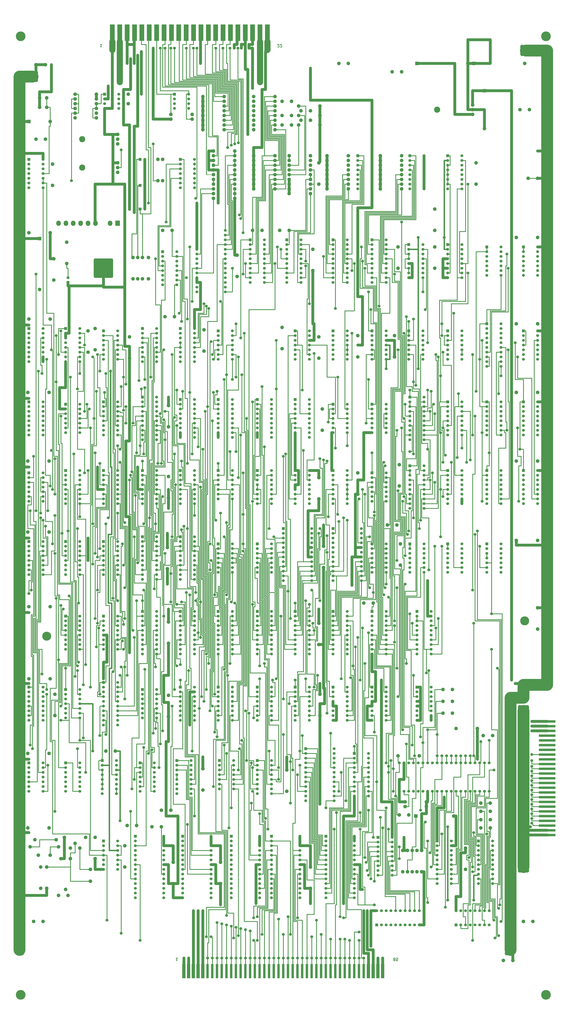
<source format=gbr>
G04 #@! TF.GenerationSoftware,KiCad,Pcbnew,(5.1.5)-3*
G04 #@! TF.CreationDate,2021-06-22T21:49:24-06:00*
G04 #@! TF.ProjectId,star_wars_arcade_main_pcb,73746172-5f77-4617-9273-5f6172636164,rev?*
G04 #@! TF.SameCoordinates,Original*
G04 #@! TF.FileFunction,Copper,L2,Bot*
G04 #@! TF.FilePolarity,Positive*
%FSLAX46Y46*%
G04 Gerber Fmt 4.6, Leading zero omitted, Abs format (unit mm)*
G04 Created by KiCad (PCBNEW (5.1.5)-3) date 2021-06-22 21:49:24*
%MOMM*%
%LPD*%
G04 APERTURE LIST*
%ADD10C,0.300000*%
%ADD11C,4.826000*%
%ADD12C,5.207000*%
%ADD13C,0.100000*%
%ADD14C,1.524000*%
%ADD15R,1.524000X1.524000*%
%ADD16C,1.905000*%
%ADD17R,2.540000X8.890000*%
%ADD18C,3.302000*%
%ADD19R,1.905000X1.905000*%
%ADD20O,2.460000X2.800000*%
%ADD21O,2.460000X2.799999*%
%ADD22C,2.286000*%
%ADD23C,1.524000*%
%ADD24C,6.350000*%
%ADD25C,3.302000*%
%ADD26C,2.540000*%
%ADD27C,0.381000*%
%ADD28C,0.250000*%
%ADD29C,0.762000*%
G04 APERTURE END LIST*
D10*
X72818571Y-43771428D02*
X71961428Y-43771428D01*
X72390000Y-43771428D02*
X72390000Y-45271428D01*
X72247142Y-45057142D01*
X72104285Y-44914285D01*
X71961428Y-44842857D01*
X167132142Y-45128571D02*
X167203571Y-45200000D01*
X167346428Y-45271428D01*
X167703571Y-45271428D01*
X167846428Y-45200000D01*
X167917857Y-45128571D01*
X167989285Y-44985714D01*
X167989285Y-44842857D01*
X167917857Y-44628571D01*
X167060714Y-43771428D01*
X167989285Y-43771428D01*
X168560714Y-45128571D02*
X168632142Y-45200000D01*
X168775000Y-45271428D01*
X169132142Y-45271428D01*
X169275000Y-45200000D01*
X169346428Y-45128571D01*
X169417857Y-44985714D01*
X169417857Y-44842857D01*
X169346428Y-44628571D01*
X168489285Y-43771428D01*
X169417857Y-43771428D01*
X113458571Y-533991428D02*
X112601428Y-533991428D01*
X113030000Y-533991428D02*
X113030000Y-535491428D01*
X112887142Y-535277142D01*
X112744285Y-535134285D01*
X112601428Y-535062857D01*
X229647857Y-534848571D02*
X229505000Y-534920000D01*
X229433571Y-534991428D01*
X229362142Y-535134285D01*
X229362142Y-535205714D01*
X229433571Y-535348571D01*
X229505000Y-535420000D01*
X229647857Y-535491428D01*
X229933571Y-535491428D01*
X230076428Y-535420000D01*
X230147857Y-535348571D01*
X230219285Y-535205714D01*
X230219285Y-535134285D01*
X230147857Y-534991428D01*
X230076428Y-534920000D01*
X229933571Y-534848571D01*
X229647857Y-534848571D01*
X229505000Y-534777142D01*
X229433571Y-534705714D01*
X229362142Y-534562857D01*
X229362142Y-534277142D01*
X229433571Y-534134285D01*
X229505000Y-534062857D01*
X229647857Y-533991428D01*
X229933571Y-533991428D01*
X230076428Y-534062857D01*
X230147857Y-534134285D01*
X230219285Y-534277142D01*
X230219285Y-534562857D01*
X230147857Y-534705714D01*
X230076428Y-534777142D01*
X229933571Y-534848571D01*
X231576428Y-535491428D02*
X230862142Y-535491428D01*
X230790714Y-534777142D01*
X230862142Y-534848571D01*
X231005000Y-534920000D01*
X231362142Y-534920000D01*
X231505000Y-534848571D01*
X231576428Y-534777142D01*
X231647857Y-534634285D01*
X231647857Y-534277142D01*
X231576428Y-534134285D01*
X231505000Y-534062857D01*
X231362142Y-533991428D01*
X231005000Y-533991428D01*
X230862142Y-534062857D01*
X230790714Y-534134285D01*
D11*
X299720000Y-353060000D03*
X43180000Y-361315000D03*
D12*
X311150000Y-39370000D03*
X29210000Y-39370000D03*
X311150000Y-553720000D03*
X29210000Y-553720000D03*
G04 #@! TA.AperFunction,ConnectorPad*
D13*
G36*
X208915000Y-537210000D02*
G01*
X208915000Y-544830000D01*
X207645000Y-544830000D01*
X207645000Y-537210000D01*
X208915000Y-537210000D01*
G37*
G04 #@! TD.AperFunction*
G04 #@! TA.AperFunction,ConnectorPad*
G36*
X211455000Y-537210000D02*
G01*
X211455000Y-544830000D01*
X210185000Y-544830000D01*
X210185000Y-537210000D01*
X211455000Y-537210000D01*
G37*
G04 #@! TD.AperFunction*
G04 #@! TA.AperFunction,ConnectorPad*
G36*
X213995000Y-537210000D02*
G01*
X213995000Y-544830000D01*
X212725000Y-544830000D01*
X212725000Y-537210000D01*
X213995000Y-537210000D01*
G37*
G04 #@! TD.AperFunction*
G04 #@! TA.AperFunction,ConnectorPad*
G36*
X216789000Y-537210000D02*
G01*
X216789000Y-544830000D01*
X215011000Y-544830000D01*
X215011000Y-537210000D01*
X216789000Y-537210000D01*
G37*
G04 #@! TD.AperFunction*
G04 #@! TA.AperFunction,ConnectorPad*
G36*
X219329000Y-537210000D02*
G01*
X219329000Y-544830000D01*
X217551000Y-544830000D01*
X217551000Y-537210000D01*
X219329000Y-537210000D01*
G37*
G04 #@! TD.AperFunction*
G04 #@! TA.AperFunction,ConnectorPad*
G36*
X221869000Y-537210000D02*
G01*
X221869000Y-544830000D01*
X220091000Y-544830000D01*
X220091000Y-537210000D01*
X221869000Y-537210000D01*
G37*
G04 #@! TD.AperFunction*
G04 #@! TA.AperFunction,ConnectorPad*
G36*
X224409000Y-537210000D02*
G01*
X224409000Y-544830000D01*
X222631000Y-544830000D01*
X222631000Y-537210000D01*
X224409000Y-537210000D01*
G37*
G04 #@! TD.AperFunction*
G04 #@! TA.AperFunction,ConnectorPad*
G36*
X206375000Y-537210000D02*
G01*
X206375000Y-544830000D01*
X205105000Y-544830000D01*
X205105000Y-537210000D01*
X206375000Y-537210000D01*
G37*
G04 #@! TD.AperFunction*
G04 #@! TA.AperFunction,ConnectorPad*
G36*
X203835000Y-537210000D02*
G01*
X203835000Y-544830000D01*
X202565000Y-544830000D01*
X202565000Y-537210000D01*
X203835000Y-537210000D01*
G37*
G04 #@! TD.AperFunction*
G04 #@! TA.AperFunction,ConnectorPad*
G36*
X201295000Y-537210000D02*
G01*
X201295000Y-544830000D01*
X200025000Y-544830000D01*
X200025000Y-537210000D01*
X201295000Y-537210000D01*
G37*
G04 #@! TD.AperFunction*
G04 #@! TA.AperFunction,ConnectorPad*
G36*
X198755000Y-537210000D02*
G01*
X198755000Y-544830000D01*
X197485000Y-544830000D01*
X197485000Y-537210000D01*
X198755000Y-537210000D01*
G37*
G04 #@! TD.AperFunction*
G04 #@! TA.AperFunction,ConnectorPad*
G36*
X196215000Y-537210000D02*
G01*
X196215000Y-544830000D01*
X194945000Y-544830000D01*
X194945000Y-537210000D01*
X196215000Y-537210000D01*
G37*
G04 #@! TD.AperFunction*
G04 #@! TA.AperFunction,ConnectorPad*
G36*
X193675000Y-537210000D02*
G01*
X193675000Y-544830000D01*
X192405000Y-544830000D01*
X192405000Y-537210000D01*
X193675000Y-537210000D01*
G37*
G04 #@! TD.AperFunction*
G04 #@! TA.AperFunction,ConnectorPad*
G36*
X191135000Y-537210000D02*
G01*
X191135000Y-544830000D01*
X189865000Y-544830000D01*
X189865000Y-537210000D01*
X191135000Y-537210000D01*
G37*
G04 #@! TD.AperFunction*
G04 #@! TA.AperFunction,ConnectorPad*
G36*
X188595000Y-537210000D02*
G01*
X188595000Y-544830000D01*
X187325000Y-544830000D01*
X187325000Y-537210000D01*
X188595000Y-537210000D01*
G37*
G04 #@! TD.AperFunction*
G04 #@! TA.AperFunction,ConnectorPad*
G36*
X186055000Y-537210000D02*
G01*
X186055000Y-544830000D01*
X184785000Y-544830000D01*
X184785000Y-537210000D01*
X186055000Y-537210000D01*
G37*
G04 #@! TD.AperFunction*
G04 #@! TA.AperFunction,ConnectorPad*
G36*
X183515000Y-537210000D02*
G01*
X183515000Y-544830000D01*
X182245000Y-544830000D01*
X182245000Y-537210000D01*
X183515000Y-537210000D01*
G37*
G04 #@! TD.AperFunction*
G04 #@! TA.AperFunction,ConnectorPad*
G36*
X180975000Y-537210000D02*
G01*
X180975000Y-544830000D01*
X179705000Y-544830000D01*
X179705000Y-537210000D01*
X180975000Y-537210000D01*
G37*
G04 #@! TD.AperFunction*
G04 #@! TA.AperFunction,ConnectorPad*
G36*
X117729000Y-537210000D02*
G01*
X117729000Y-544830000D01*
X115951000Y-544830000D01*
X115951000Y-537210000D01*
X117729000Y-537210000D01*
G37*
G04 #@! TD.AperFunction*
G04 #@! TA.AperFunction,ConnectorPad*
G36*
X120269000Y-537210000D02*
G01*
X120269000Y-544830000D01*
X118491000Y-544830000D01*
X118491000Y-537210000D01*
X120269000Y-537210000D01*
G37*
G04 #@! TD.AperFunction*
G04 #@! TA.AperFunction,ConnectorPad*
G36*
X122809000Y-537210000D02*
G01*
X122809000Y-544830000D01*
X121031000Y-544830000D01*
X121031000Y-537210000D01*
X122809000Y-537210000D01*
G37*
G04 #@! TD.AperFunction*
G04 #@! TA.AperFunction,ConnectorPad*
G36*
X125349000Y-537210000D02*
G01*
X125349000Y-544830000D01*
X123571000Y-544830000D01*
X123571000Y-537210000D01*
X125349000Y-537210000D01*
G37*
G04 #@! TD.AperFunction*
G04 #@! TA.AperFunction,ConnectorPad*
G36*
X127889000Y-537210000D02*
G01*
X127889000Y-544830000D01*
X126111000Y-544830000D01*
X126111000Y-537210000D01*
X127889000Y-537210000D01*
G37*
G04 #@! TD.AperFunction*
G04 #@! TA.AperFunction,ConnectorPad*
G36*
X130175000Y-537210000D02*
G01*
X130175000Y-544830000D01*
X128905000Y-544830000D01*
X128905000Y-537210000D01*
X130175000Y-537210000D01*
G37*
G04 #@! TD.AperFunction*
G04 #@! TA.AperFunction,ConnectorPad*
G36*
X132715000Y-537210000D02*
G01*
X132715000Y-544830000D01*
X131445000Y-544830000D01*
X131445000Y-537210000D01*
X132715000Y-537210000D01*
G37*
G04 #@! TD.AperFunction*
G04 #@! TA.AperFunction,ConnectorPad*
G36*
X135255000Y-537210000D02*
G01*
X135255000Y-544830000D01*
X133985000Y-544830000D01*
X133985000Y-537210000D01*
X135255000Y-537210000D01*
G37*
G04 #@! TD.AperFunction*
G04 #@! TA.AperFunction,ConnectorPad*
G36*
X137795000Y-537210000D02*
G01*
X137795000Y-544830000D01*
X136525000Y-544830000D01*
X136525000Y-537210000D01*
X137795000Y-537210000D01*
G37*
G04 #@! TD.AperFunction*
G04 #@! TA.AperFunction,ConnectorPad*
G36*
X140335000Y-537210000D02*
G01*
X140335000Y-544830000D01*
X139065000Y-544830000D01*
X139065000Y-537210000D01*
X140335000Y-537210000D01*
G37*
G04 #@! TD.AperFunction*
G04 #@! TA.AperFunction,ConnectorPad*
G36*
X142875000Y-537210000D02*
G01*
X142875000Y-544830000D01*
X141605000Y-544830000D01*
X141605000Y-537210000D01*
X142875000Y-537210000D01*
G37*
G04 #@! TD.AperFunction*
G04 #@! TA.AperFunction,ConnectorPad*
G36*
X145415000Y-537210000D02*
G01*
X145415000Y-544830000D01*
X144145000Y-544830000D01*
X144145000Y-537210000D01*
X145415000Y-537210000D01*
G37*
G04 #@! TD.AperFunction*
G04 #@! TA.AperFunction,ConnectorPad*
G36*
X147955000Y-537210000D02*
G01*
X147955000Y-544830000D01*
X146685000Y-544830000D01*
X146685000Y-537210000D01*
X147955000Y-537210000D01*
G37*
G04 #@! TD.AperFunction*
G04 #@! TA.AperFunction,ConnectorPad*
G36*
X150495000Y-537210000D02*
G01*
X150495000Y-544830000D01*
X149225000Y-544830000D01*
X149225000Y-537210000D01*
X150495000Y-537210000D01*
G37*
G04 #@! TD.AperFunction*
G04 #@! TA.AperFunction,ConnectorPad*
G36*
X153035000Y-537210000D02*
G01*
X153035000Y-544830000D01*
X151765000Y-544830000D01*
X151765000Y-537210000D01*
X153035000Y-537210000D01*
G37*
G04 #@! TD.AperFunction*
G04 #@! TA.AperFunction,ConnectorPad*
G36*
X155575000Y-537210000D02*
G01*
X155575000Y-544830000D01*
X154305000Y-544830000D01*
X154305000Y-537210000D01*
X155575000Y-537210000D01*
G37*
G04 #@! TD.AperFunction*
G04 #@! TA.AperFunction,ConnectorPad*
G36*
X158115000Y-537210000D02*
G01*
X158115000Y-544830000D01*
X156845000Y-544830000D01*
X156845000Y-537210000D01*
X158115000Y-537210000D01*
G37*
G04 #@! TD.AperFunction*
G04 #@! TA.AperFunction,ConnectorPad*
G36*
X160655000Y-537210000D02*
G01*
X160655000Y-544830000D01*
X159385000Y-544830000D01*
X159385000Y-537210000D01*
X160655000Y-537210000D01*
G37*
G04 #@! TD.AperFunction*
G04 #@! TA.AperFunction,ConnectorPad*
G36*
X163195000Y-537210000D02*
G01*
X163195000Y-544830000D01*
X161925000Y-544830000D01*
X161925000Y-537210000D01*
X163195000Y-537210000D01*
G37*
G04 #@! TD.AperFunction*
G04 #@! TA.AperFunction,ConnectorPad*
G36*
X165735000Y-537210000D02*
G01*
X165735000Y-544830000D01*
X164465000Y-544830000D01*
X164465000Y-537210000D01*
X165735000Y-537210000D01*
G37*
G04 #@! TD.AperFunction*
G04 #@! TA.AperFunction,ConnectorPad*
G36*
X168275000Y-537210000D02*
G01*
X168275000Y-544830000D01*
X167005000Y-544830000D01*
X167005000Y-537210000D01*
X168275000Y-537210000D01*
G37*
G04 #@! TD.AperFunction*
G04 #@! TA.AperFunction,ConnectorPad*
G36*
X170815000Y-537210000D02*
G01*
X170815000Y-544830000D01*
X169545000Y-544830000D01*
X169545000Y-537210000D01*
X170815000Y-537210000D01*
G37*
G04 #@! TD.AperFunction*
G04 #@! TA.AperFunction,ConnectorPad*
G36*
X173355000Y-537210000D02*
G01*
X173355000Y-544830000D01*
X172085000Y-544830000D01*
X172085000Y-537210000D01*
X173355000Y-537210000D01*
G37*
G04 #@! TD.AperFunction*
G04 #@! TA.AperFunction,ConnectorPad*
G36*
X175895000Y-537210000D02*
G01*
X175895000Y-544830000D01*
X174625000Y-544830000D01*
X174625000Y-537210000D01*
X175895000Y-537210000D01*
G37*
G04 #@! TD.AperFunction*
G04 #@! TA.AperFunction,ConnectorPad*
G36*
X178435000Y-537210000D02*
G01*
X178435000Y-544830000D01*
X177165000Y-544830000D01*
X177165000Y-537210000D01*
X178435000Y-537210000D01*
G37*
G04 #@! TD.AperFunction*
G04 #@! TA.AperFunction,ConnectorPad*
G36*
X307340000Y-467360000D02*
G01*
X316230000Y-467360000D01*
X316230000Y-468630000D01*
X307340000Y-468630000D01*
X307340000Y-467360000D01*
G37*
G04 #@! TD.AperFunction*
G04 #@! TA.AperFunction,ConnectorPad*
G36*
X307340000Y-464820000D02*
G01*
X316230000Y-464820000D01*
X316230000Y-466090000D01*
X307340000Y-466090000D01*
X307340000Y-464820000D01*
G37*
G04 #@! TD.AperFunction*
G04 #@! TA.AperFunction,ConnectorPad*
G36*
X307340000Y-462280000D02*
G01*
X316230000Y-462280000D01*
X316230000Y-463550000D01*
X307340000Y-463550000D01*
X307340000Y-462280000D01*
G37*
G04 #@! TD.AperFunction*
G04 #@! TA.AperFunction,ConnectorPad*
G36*
X307340000Y-459740000D02*
G01*
X316230000Y-459740000D01*
X316230000Y-461010000D01*
X307340000Y-461010000D01*
X307340000Y-459740000D01*
G37*
G04 #@! TD.AperFunction*
G04 #@! TA.AperFunction,ConnectorPad*
G36*
X307340000Y-457200000D02*
G01*
X316230000Y-457200000D01*
X316230000Y-458470000D01*
X307340000Y-458470000D01*
X307340000Y-457200000D01*
G37*
G04 #@! TD.AperFunction*
G04 #@! TA.AperFunction,ConnectorPad*
G36*
X307340000Y-454660000D02*
G01*
X316230000Y-454660000D01*
X316230000Y-455930000D01*
X307340000Y-455930000D01*
X307340000Y-454660000D01*
G37*
G04 #@! TD.AperFunction*
G04 #@! TA.AperFunction,ConnectorPad*
G36*
X307340000Y-452120000D02*
G01*
X316230000Y-452120000D01*
X316230000Y-453390000D01*
X307340000Y-453390000D01*
X307340000Y-452120000D01*
G37*
G04 #@! TD.AperFunction*
G04 #@! TA.AperFunction,ConnectorPad*
G36*
X307340000Y-449580000D02*
G01*
X316230000Y-449580000D01*
X316230000Y-450850000D01*
X307340000Y-450850000D01*
X307340000Y-449580000D01*
G37*
G04 #@! TD.AperFunction*
G04 #@! TA.AperFunction,ConnectorPad*
G36*
X307340000Y-447040000D02*
G01*
X316230000Y-447040000D01*
X316230000Y-448310000D01*
X307340000Y-448310000D01*
X307340000Y-447040000D01*
G37*
G04 #@! TD.AperFunction*
G04 #@! TA.AperFunction,ConnectorPad*
G36*
X307340000Y-444500000D02*
G01*
X316230000Y-444500000D01*
X316230000Y-445770000D01*
X307340000Y-445770000D01*
X307340000Y-444500000D01*
G37*
G04 #@! TD.AperFunction*
G04 #@! TA.AperFunction,ConnectorPad*
G36*
X307340000Y-441960000D02*
G01*
X316230000Y-441960000D01*
X316230000Y-443230000D01*
X307340000Y-443230000D01*
X307340000Y-441960000D01*
G37*
G04 #@! TD.AperFunction*
G04 #@! TA.AperFunction,ConnectorPad*
G36*
X307340000Y-439420000D02*
G01*
X316230000Y-439420000D01*
X316230000Y-440690000D01*
X307340000Y-440690000D01*
X307340000Y-439420000D01*
G37*
G04 #@! TD.AperFunction*
G04 #@! TA.AperFunction,ConnectorPad*
G36*
X307340000Y-436880000D02*
G01*
X316230000Y-436880000D01*
X316230000Y-438150000D01*
X307340000Y-438150000D01*
X307340000Y-436880000D01*
G37*
G04 #@! TD.AperFunction*
G04 #@! TA.AperFunction,ConnectorPad*
G36*
X307340000Y-434340000D02*
G01*
X316230000Y-434340000D01*
X316230000Y-435610000D01*
X307340000Y-435610000D01*
X307340000Y-434340000D01*
G37*
G04 #@! TD.AperFunction*
G04 #@! TA.AperFunction,ConnectorPad*
G36*
X307340000Y-431800000D02*
G01*
X316230000Y-431800000D01*
X316230000Y-433070000D01*
X307340000Y-433070000D01*
X307340000Y-431800000D01*
G37*
G04 #@! TD.AperFunction*
G04 #@! TA.AperFunction,ConnectorPad*
G36*
X307340000Y-429260000D02*
G01*
X316230000Y-429260000D01*
X316230000Y-430530000D01*
X307340000Y-430530000D01*
X307340000Y-429260000D01*
G37*
G04 #@! TD.AperFunction*
G04 #@! TA.AperFunction,ConnectorPad*
G36*
X307340000Y-426720000D02*
G01*
X316230000Y-426720000D01*
X316230000Y-427990000D01*
X307340000Y-427990000D01*
X307340000Y-426720000D01*
G37*
G04 #@! TD.AperFunction*
G04 #@! TA.AperFunction,ConnectorPad*
G36*
X307340000Y-424180000D02*
G01*
X316230000Y-424180000D01*
X316230000Y-425450000D01*
X307340000Y-425450000D01*
X307340000Y-424180000D01*
G37*
G04 #@! TD.AperFunction*
G04 #@! TA.AperFunction,ConnectorPad*
G36*
X307340000Y-421640000D02*
G01*
X316230000Y-421640000D01*
X316230000Y-422910000D01*
X307340000Y-422910000D01*
X307340000Y-421640000D01*
G37*
G04 #@! TD.AperFunction*
G04 #@! TA.AperFunction,ConnectorPad*
G36*
X307340000Y-419100000D02*
G01*
X316230000Y-419100000D01*
X316230000Y-420370000D01*
X307340000Y-420370000D01*
X307340000Y-419100000D01*
G37*
G04 #@! TD.AperFunction*
G04 #@! TA.AperFunction,ConnectorPad*
G36*
X307340000Y-416560000D02*
G01*
X316230000Y-416560000D01*
X316230000Y-417830000D01*
X307340000Y-417830000D01*
X307340000Y-416560000D01*
G37*
G04 #@! TD.AperFunction*
G04 #@! TA.AperFunction,ConnectorPad*
G36*
X307340000Y-414020000D02*
G01*
X316230000Y-414020000D01*
X316230000Y-415290000D01*
X307340000Y-415290000D01*
X307340000Y-414020000D01*
G37*
G04 #@! TD.AperFunction*
G04 #@! TA.AperFunction,ConnectorPad*
G36*
X307340000Y-411480000D02*
G01*
X316230000Y-411480000D01*
X316230000Y-412750000D01*
X307340000Y-412750000D01*
X307340000Y-411480000D01*
G37*
G04 #@! TD.AperFunction*
G04 #@! TA.AperFunction,ConnectorPad*
G36*
X307340000Y-408940000D02*
G01*
X316230000Y-408940000D01*
X316230000Y-410210000D01*
X307340000Y-410210000D01*
X307340000Y-408940000D01*
G37*
G04 #@! TD.AperFunction*
G04 #@! TA.AperFunction,ConnectorPad*
G36*
X307340000Y-406400000D02*
G01*
X316230000Y-406400000D01*
X316230000Y-407670000D01*
X307340000Y-407670000D01*
X307340000Y-406400000D01*
G37*
G04 #@! TD.AperFunction*
D14*
X60960000Y-429260000D03*
X60960000Y-431800000D03*
X60960000Y-434340000D03*
X60960000Y-436880000D03*
X60960000Y-439420000D03*
X60960000Y-441960000D03*
X60960000Y-444500000D03*
X53340000Y-444500000D03*
X53340000Y-441960000D03*
X53340000Y-439420000D03*
X53340000Y-431800000D03*
D15*
X53340000Y-429260000D03*
D14*
X53340000Y-434340000D03*
X53340000Y-436880000D03*
X53340000Y-397510000D03*
X53340000Y-394970000D03*
D15*
X53340000Y-389890000D03*
D14*
X53340000Y-392430000D03*
X53340000Y-400050000D03*
X53340000Y-402590000D03*
X53340000Y-405130000D03*
X60960000Y-405130000D03*
X60960000Y-402590000D03*
X60960000Y-400050000D03*
X60960000Y-397510000D03*
X60960000Y-394970000D03*
X60960000Y-392430000D03*
X60960000Y-389890000D03*
X60960000Y-350520000D03*
X60960000Y-353060000D03*
X60960000Y-355600000D03*
X60960000Y-358140000D03*
X60960000Y-360680000D03*
X60960000Y-363220000D03*
X60960000Y-365760000D03*
X60960000Y-368300000D03*
X53340000Y-368300000D03*
X53340000Y-365760000D03*
X53340000Y-363220000D03*
X53340000Y-360680000D03*
D15*
X53340000Y-350520000D03*
D14*
X53340000Y-353060000D03*
X53340000Y-355600000D03*
X53340000Y-358140000D03*
X53340000Y-318135000D03*
X53340000Y-315595000D03*
X53340000Y-313055000D03*
D15*
X53340000Y-310515000D03*
D14*
X53340000Y-320675000D03*
X53340000Y-323215000D03*
X53340000Y-325755000D03*
X53340000Y-328295000D03*
X60960000Y-328295000D03*
X60960000Y-325755000D03*
X60960000Y-323215000D03*
X60960000Y-320675000D03*
X60960000Y-318135000D03*
X60960000Y-315595000D03*
X60960000Y-313055000D03*
X60960000Y-310515000D03*
X53340000Y-280035000D03*
X53340000Y-277495000D03*
X53340000Y-274955000D03*
D15*
X53340000Y-272415000D03*
D14*
X53340000Y-282575000D03*
X53340000Y-285115000D03*
X53340000Y-287655000D03*
X53340000Y-290195000D03*
X60960000Y-290195000D03*
X60960000Y-287655000D03*
X60960000Y-285115000D03*
X60960000Y-282575000D03*
X60960000Y-280035000D03*
X60960000Y-277495000D03*
X60960000Y-274955000D03*
X60960000Y-272415000D03*
X60960000Y-236855000D03*
X60960000Y-239395000D03*
X60960000Y-241935000D03*
X60960000Y-244475000D03*
X60960000Y-247015000D03*
X60960000Y-249555000D03*
X60960000Y-252095000D03*
X53340000Y-252095000D03*
X53340000Y-249555000D03*
X53340000Y-247015000D03*
X53340000Y-239395000D03*
D15*
X53340000Y-236855000D03*
D14*
X53340000Y-241935000D03*
X53340000Y-244475000D03*
X60960000Y-196215000D03*
X60960000Y-198755000D03*
X60960000Y-201295000D03*
X60960000Y-203835000D03*
X60960000Y-206375000D03*
X60960000Y-208915000D03*
X60960000Y-211455000D03*
X60960000Y-213995000D03*
X53340000Y-213995000D03*
X53340000Y-211455000D03*
X53340000Y-208915000D03*
X53340000Y-206375000D03*
D15*
X53340000Y-196215000D03*
D14*
X53340000Y-198755000D03*
X53340000Y-201295000D03*
X53340000Y-203835000D03*
X33655000Y-436880000D03*
X33655000Y-434340000D03*
D15*
X33655000Y-429260000D03*
D14*
X33655000Y-431800000D03*
X33655000Y-439420000D03*
X33655000Y-441960000D03*
X33655000Y-444500000D03*
X41275000Y-444500000D03*
X41275000Y-441960000D03*
X41275000Y-439420000D03*
X41275000Y-436880000D03*
X41275000Y-434340000D03*
X41275000Y-431800000D03*
X41275000Y-429260000D03*
X41275000Y-388620000D03*
X41275000Y-391160000D03*
X41275000Y-393700000D03*
X41275000Y-396240000D03*
X41275000Y-398780000D03*
X41275000Y-401320000D03*
X41275000Y-403860000D03*
X41275000Y-406400000D03*
X33655000Y-406400000D03*
X33655000Y-403860000D03*
X33655000Y-401320000D03*
X33655000Y-398780000D03*
D15*
X33655000Y-388620000D03*
D14*
X33655000Y-391160000D03*
X33655000Y-393700000D03*
X33655000Y-396240000D03*
X33655000Y-318135000D03*
X33655000Y-315595000D03*
X33655000Y-313055000D03*
D15*
X33655000Y-310515000D03*
D14*
X33655000Y-320675000D03*
X33655000Y-323215000D03*
X33655000Y-325755000D03*
X33655000Y-328295000D03*
X41275000Y-328295000D03*
X41275000Y-325755000D03*
X41275000Y-323215000D03*
X41275000Y-320675000D03*
X41275000Y-318135000D03*
X41275000Y-315595000D03*
X41275000Y-313055000D03*
X41275000Y-310515000D03*
X33655000Y-281305000D03*
X33655000Y-278765000D03*
D15*
X33655000Y-273685000D03*
D14*
X33655000Y-276225000D03*
X33655000Y-283845000D03*
X33655000Y-286385000D03*
X33655000Y-288925000D03*
X41275000Y-288925000D03*
X41275000Y-286385000D03*
X41275000Y-283845000D03*
X41275000Y-281305000D03*
X41275000Y-278765000D03*
X41275000Y-276225000D03*
X41275000Y-273685000D03*
X33655000Y-203835000D03*
X33655000Y-201295000D03*
X33655000Y-198755000D03*
D15*
X33655000Y-196215000D03*
D14*
X33655000Y-206375000D03*
X33655000Y-208915000D03*
X33655000Y-211455000D03*
X33655000Y-213995000D03*
X41275000Y-213995000D03*
X41275000Y-211455000D03*
X41275000Y-208915000D03*
X41275000Y-206375000D03*
X41275000Y-203835000D03*
X41275000Y-201295000D03*
X41275000Y-198755000D03*
X41275000Y-196215000D03*
X41275000Y-105410000D03*
X41275000Y-107950000D03*
X41275000Y-110490000D03*
X41275000Y-113030000D03*
X41275000Y-115570000D03*
X41275000Y-118110000D03*
X41275000Y-120650000D03*
X33655000Y-120650000D03*
X33655000Y-118110000D03*
X33655000Y-115570000D03*
X33655000Y-107950000D03*
D15*
X33655000Y-105410000D03*
D14*
X33655000Y-110490000D03*
X33655000Y-113030000D03*
X33655000Y-243205000D03*
X33655000Y-240665000D03*
X33655000Y-238125000D03*
D15*
X33655000Y-235585000D03*
D14*
X33655000Y-245745000D03*
X33655000Y-248285000D03*
X33655000Y-250825000D03*
X33655000Y-253365000D03*
X41275000Y-253365000D03*
X41275000Y-250825000D03*
X41275000Y-248285000D03*
X41275000Y-245745000D03*
X41275000Y-243205000D03*
X41275000Y-240665000D03*
X41275000Y-238125000D03*
X41275000Y-235585000D03*
X270510000Y-516255000D03*
X267970000Y-516255000D03*
X265430000Y-516255000D03*
D15*
X262890000Y-516255000D03*
D14*
X273050000Y-516255000D03*
X275590000Y-516255000D03*
X278130000Y-516255000D03*
X280670000Y-516255000D03*
X280670000Y-508635000D03*
X278130000Y-508635000D03*
X275590000Y-508635000D03*
X273050000Y-508635000D03*
X270510000Y-508635000D03*
X267970000Y-508635000D03*
X265430000Y-508635000D03*
X262890000Y-508635000D03*
D15*
X274955000Y-471170000D03*
D14*
X274955000Y-473710000D03*
X274955000Y-476250000D03*
X274955000Y-478790000D03*
X274955000Y-481330000D03*
X274955000Y-483870000D03*
X274955000Y-486410000D03*
X274955000Y-488950000D03*
X274955000Y-491490000D03*
X274955000Y-494030000D03*
X282575000Y-494030000D03*
X282575000Y-491490000D03*
X282575000Y-488950000D03*
X282575000Y-486410000D03*
X282575000Y-483870000D03*
X282575000Y-481330000D03*
X282575000Y-478790000D03*
X282575000Y-476250000D03*
X282575000Y-473710000D03*
X282575000Y-471170000D03*
X260350000Y-471170000D03*
X260350000Y-473710000D03*
X260350000Y-476250000D03*
X260350000Y-478790000D03*
X260350000Y-481330000D03*
X260350000Y-483870000D03*
X260350000Y-486410000D03*
X260350000Y-488950000D03*
X260350000Y-491490000D03*
X260350000Y-494030000D03*
X252730000Y-494030000D03*
X252730000Y-491490000D03*
X252730000Y-488950000D03*
X252730000Y-486410000D03*
X252730000Y-483870000D03*
X252730000Y-481330000D03*
X252730000Y-478790000D03*
X252730000Y-476250000D03*
X252730000Y-473710000D03*
D15*
X252730000Y-471170000D03*
X220345000Y-516255000D03*
D14*
X222885000Y-516255000D03*
X225425000Y-516255000D03*
X227965000Y-516255000D03*
X230505000Y-516255000D03*
X233045000Y-516255000D03*
X235585000Y-516255000D03*
X238125000Y-516255000D03*
X240665000Y-516255000D03*
X243205000Y-516255000D03*
X243205000Y-508635000D03*
X240665000Y-508635000D03*
X238125000Y-508635000D03*
X235585000Y-508635000D03*
X233045000Y-508635000D03*
X230505000Y-508635000D03*
X227965000Y-508635000D03*
X225425000Y-508635000D03*
X222885000Y-508635000D03*
X220345000Y-508635000D03*
X208280000Y-481330000D03*
X208280000Y-483870000D03*
X208280000Y-478790000D03*
X193040000Y-483870000D03*
X193040000Y-471170000D03*
X208280000Y-501650000D03*
X193040000Y-481330000D03*
X193040000Y-473710000D03*
X193040000Y-486410000D03*
D15*
X193040000Y-468630000D03*
D14*
X193040000Y-488950000D03*
X193040000Y-478790000D03*
X208280000Y-486410000D03*
X208280000Y-488950000D03*
X208280000Y-491490000D03*
X193040000Y-501650000D03*
X193040000Y-496570000D03*
X193040000Y-494030000D03*
X193040000Y-476250000D03*
X193040000Y-491490000D03*
X208280000Y-494030000D03*
X208280000Y-496570000D03*
X208280000Y-499110000D03*
X193040000Y-499110000D03*
X208280000Y-476250000D03*
X208280000Y-473710000D03*
X208280000Y-471170000D03*
X208280000Y-468630000D03*
X179070000Y-468630000D03*
X179070000Y-471170000D03*
X179070000Y-473710000D03*
X179070000Y-476250000D03*
X163830000Y-499110000D03*
X179070000Y-499110000D03*
X179070000Y-496570000D03*
X179070000Y-494030000D03*
X163830000Y-491490000D03*
X163830000Y-476250000D03*
X163830000Y-494030000D03*
X163830000Y-496570000D03*
X163830000Y-501650000D03*
X179070000Y-491490000D03*
X179070000Y-488950000D03*
X179070000Y-486410000D03*
X163830000Y-478790000D03*
X163830000Y-488950000D03*
D15*
X163830000Y-468630000D03*
D14*
X163830000Y-486410000D03*
X163830000Y-473710000D03*
X163830000Y-481330000D03*
X179070000Y-501650000D03*
X163830000Y-471170000D03*
X163830000Y-483870000D03*
X179070000Y-478790000D03*
X179070000Y-483870000D03*
X179070000Y-481330000D03*
X157480000Y-481330000D03*
X157480000Y-483870000D03*
X157480000Y-478790000D03*
X142240000Y-483870000D03*
X142240000Y-471170000D03*
X157480000Y-501650000D03*
X142240000Y-481330000D03*
X142240000Y-473710000D03*
X142240000Y-486410000D03*
D15*
X142240000Y-468630000D03*
D14*
X142240000Y-488950000D03*
X142240000Y-478790000D03*
X157480000Y-486410000D03*
X157480000Y-488950000D03*
X157480000Y-491490000D03*
X142240000Y-501650000D03*
X142240000Y-496570000D03*
X142240000Y-494030000D03*
X142240000Y-476250000D03*
X142240000Y-491490000D03*
X157480000Y-494030000D03*
X157480000Y-496570000D03*
X157480000Y-499110000D03*
X142240000Y-499110000D03*
X157480000Y-476250000D03*
X157480000Y-473710000D03*
X157480000Y-471170000D03*
X157480000Y-468630000D03*
X131445000Y-468630000D03*
X131445000Y-471170000D03*
X131445000Y-473710000D03*
X131445000Y-476250000D03*
X116205000Y-499110000D03*
X131445000Y-499110000D03*
X131445000Y-496570000D03*
X131445000Y-494030000D03*
X116205000Y-491490000D03*
X116205000Y-476250000D03*
X116205000Y-494030000D03*
X116205000Y-496570000D03*
X116205000Y-501650000D03*
X131445000Y-491490000D03*
X131445000Y-488950000D03*
X131445000Y-486410000D03*
X116205000Y-478790000D03*
X116205000Y-488950000D03*
D15*
X116205000Y-468630000D03*
D14*
X116205000Y-486410000D03*
X116205000Y-473710000D03*
X116205000Y-481330000D03*
X131445000Y-501650000D03*
X116205000Y-471170000D03*
X116205000Y-483870000D03*
X131445000Y-478790000D03*
X131445000Y-483870000D03*
X131445000Y-481330000D03*
X106045000Y-481330000D03*
X106045000Y-483870000D03*
X106045000Y-478790000D03*
X90805000Y-483870000D03*
X90805000Y-471170000D03*
X106045000Y-501650000D03*
X90805000Y-481330000D03*
X90805000Y-473710000D03*
X90805000Y-486410000D03*
D15*
X90805000Y-468630000D03*
D14*
X90805000Y-488950000D03*
X90805000Y-478790000D03*
X106045000Y-486410000D03*
X106045000Y-488950000D03*
X106045000Y-491490000D03*
X90805000Y-501650000D03*
X90805000Y-496570000D03*
X90805000Y-494030000D03*
X90805000Y-476250000D03*
X90805000Y-491490000D03*
X106045000Y-494030000D03*
X106045000Y-496570000D03*
X106045000Y-499110000D03*
X90805000Y-499110000D03*
X106045000Y-476250000D03*
X106045000Y-473710000D03*
X106045000Y-471170000D03*
X106045000Y-468630000D03*
X73660000Y-478790000D03*
X73660000Y-476250000D03*
D15*
X73660000Y-471170000D03*
D14*
X73660000Y-473710000D03*
X73660000Y-481330000D03*
X73660000Y-483870000D03*
X73660000Y-486410000D03*
X81280000Y-486410000D03*
X81280000Y-483870000D03*
X81280000Y-481330000D03*
X81280000Y-478790000D03*
X81280000Y-476250000D03*
X81280000Y-473710000D03*
X81280000Y-471170000D03*
X220980000Y-479425000D03*
X220980000Y-476885000D03*
X220980000Y-474345000D03*
X220980000Y-471805000D03*
D15*
X220980000Y-469265000D03*
D14*
X220980000Y-481965000D03*
X220980000Y-484505000D03*
X220980000Y-487045000D03*
X220980000Y-489585000D03*
X228600000Y-489585000D03*
X228600000Y-487045000D03*
X228600000Y-484505000D03*
X228600000Y-481965000D03*
X228600000Y-479425000D03*
X228600000Y-476885000D03*
X228600000Y-474345000D03*
X228600000Y-471805000D03*
X228600000Y-469265000D03*
X262890000Y-429260000D03*
X265430000Y-429260000D03*
X267970000Y-429260000D03*
X270510000Y-429260000D03*
X273050000Y-429260000D03*
X275590000Y-429260000D03*
X278130000Y-429260000D03*
X280670000Y-429260000D03*
X280670000Y-444500000D03*
X278130000Y-444500000D03*
X275590000Y-444500000D03*
X273050000Y-444500000D03*
X270510000Y-444500000D03*
X267970000Y-444500000D03*
X265430000Y-444500000D03*
X262890000Y-444500000D03*
D15*
X232410000Y-444500000D03*
D14*
X234950000Y-444500000D03*
X237490000Y-444500000D03*
X240030000Y-444500000D03*
X242570000Y-444500000D03*
X245110000Y-444500000D03*
X247650000Y-444500000D03*
X250190000Y-444500000D03*
X252730000Y-444500000D03*
X255270000Y-444500000D03*
X257810000Y-444500000D03*
X260350000Y-444500000D03*
X260350000Y-429260000D03*
X257810000Y-429260000D03*
X255270000Y-429260000D03*
X252730000Y-429260000D03*
X250190000Y-429260000D03*
X247650000Y-429260000D03*
X245110000Y-429260000D03*
X242570000Y-429260000D03*
X240030000Y-429260000D03*
X237490000Y-429260000D03*
X234950000Y-429260000D03*
X232410000Y-429260000D03*
X241935000Y-396240000D03*
X241935000Y-393700000D03*
X241935000Y-391160000D03*
D15*
X241935000Y-388620000D03*
D14*
X241935000Y-398780000D03*
X241935000Y-401320000D03*
X241935000Y-403860000D03*
X241935000Y-406400000D03*
X249555000Y-406400000D03*
X249555000Y-403860000D03*
X249555000Y-401320000D03*
X249555000Y-398780000D03*
X249555000Y-396240000D03*
X249555000Y-393700000D03*
X249555000Y-391160000D03*
X249555000Y-388620000D03*
X215900000Y-424180000D03*
X215900000Y-426720000D03*
X215900000Y-429260000D03*
X215900000Y-431800000D03*
X215900000Y-434340000D03*
X215900000Y-436880000D03*
X215900000Y-439420000D03*
X215900000Y-441960000D03*
X215900000Y-444500000D03*
X215900000Y-447040000D03*
X208280000Y-447040000D03*
X208280000Y-444500000D03*
X208280000Y-441960000D03*
X208280000Y-439420000D03*
X208280000Y-436880000D03*
X208280000Y-434340000D03*
X208280000Y-431800000D03*
X208280000Y-429260000D03*
X208280000Y-426720000D03*
D15*
X208280000Y-424180000D03*
D14*
X225425000Y-388620000D03*
X225425000Y-391160000D03*
X225425000Y-393700000D03*
X225425000Y-396240000D03*
X225425000Y-398780000D03*
X225425000Y-401320000D03*
X225425000Y-403860000D03*
X225425000Y-406400000D03*
X217805000Y-406400000D03*
X217805000Y-403860000D03*
X217805000Y-401320000D03*
X217805000Y-398780000D03*
D15*
X217805000Y-388620000D03*
D14*
X217805000Y-391160000D03*
X217805000Y-393700000D03*
X217805000Y-396240000D03*
D15*
X182245000Y-421640000D03*
D14*
X182245000Y-424180000D03*
X182245000Y-426720000D03*
X182245000Y-429260000D03*
X182245000Y-431800000D03*
X182245000Y-434340000D03*
X182245000Y-436880000D03*
X182245000Y-439420000D03*
X182245000Y-441960000D03*
X182245000Y-444500000D03*
X182245000Y-447040000D03*
X182245000Y-449580000D03*
X197485000Y-449580000D03*
X197485000Y-447040000D03*
X197485000Y-444500000D03*
X197485000Y-441960000D03*
X197485000Y-439420000D03*
X197485000Y-436880000D03*
X197485000Y-434340000D03*
X197485000Y-431800000D03*
X197485000Y-429260000D03*
X197485000Y-426720000D03*
X197485000Y-424180000D03*
X197485000Y-421640000D03*
X196850000Y-396240000D03*
X196850000Y-393700000D03*
X196850000Y-391160000D03*
D15*
X196850000Y-388620000D03*
D14*
X196850000Y-398780000D03*
X196850000Y-401320000D03*
X196850000Y-403860000D03*
X196850000Y-406400000D03*
X204470000Y-406400000D03*
X204470000Y-403860000D03*
X204470000Y-401320000D03*
X204470000Y-398780000D03*
X204470000Y-396240000D03*
X204470000Y-393700000D03*
X204470000Y-391160000D03*
X204470000Y-388620000D03*
X176530000Y-396240000D03*
X176530000Y-393700000D03*
X176530000Y-391160000D03*
D15*
X176530000Y-388620000D03*
D14*
X176530000Y-398780000D03*
X176530000Y-401320000D03*
X176530000Y-403860000D03*
X176530000Y-406400000D03*
X184150000Y-406400000D03*
X184150000Y-403860000D03*
X184150000Y-401320000D03*
X184150000Y-398780000D03*
X184150000Y-396240000D03*
X184150000Y-393700000D03*
X184150000Y-391160000D03*
X184150000Y-388620000D03*
X163830000Y-427990000D03*
X163830000Y-430530000D03*
X163830000Y-433070000D03*
X163830000Y-435610000D03*
X163830000Y-438150000D03*
X163830000Y-440690000D03*
X163830000Y-443230000D03*
X163830000Y-445770000D03*
X156210000Y-445770000D03*
X156210000Y-443230000D03*
X156210000Y-440690000D03*
X156210000Y-438150000D03*
D15*
X156210000Y-427990000D03*
D14*
X156210000Y-430530000D03*
X156210000Y-433070000D03*
X156210000Y-435610000D03*
X156210000Y-396240000D03*
X156210000Y-393700000D03*
X156210000Y-391160000D03*
D15*
X156210000Y-388620000D03*
D14*
X156210000Y-398780000D03*
X156210000Y-401320000D03*
X156210000Y-403860000D03*
X156210000Y-406400000D03*
X163830000Y-406400000D03*
X163830000Y-403860000D03*
X163830000Y-401320000D03*
X163830000Y-398780000D03*
X163830000Y-396240000D03*
X163830000Y-393700000D03*
X163830000Y-391160000D03*
X163830000Y-388620000D03*
X135890000Y-435610000D03*
X135890000Y-433070000D03*
D15*
X135890000Y-427990000D03*
D14*
X135890000Y-430530000D03*
X135890000Y-438150000D03*
X135890000Y-440690000D03*
X135890000Y-443230000D03*
X143510000Y-443230000D03*
X143510000Y-440690000D03*
X143510000Y-438150000D03*
X143510000Y-435610000D03*
X143510000Y-433070000D03*
X143510000Y-430530000D03*
X143510000Y-427990000D03*
X142875000Y-388620000D03*
X142875000Y-391160000D03*
X142875000Y-393700000D03*
X142875000Y-396240000D03*
X142875000Y-398780000D03*
X142875000Y-401320000D03*
X142875000Y-403860000D03*
X142875000Y-406400000D03*
X135255000Y-406400000D03*
X135255000Y-403860000D03*
X135255000Y-401320000D03*
X135255000Y-398780000D03*
D15*
X135255000Y-388620000D03*
D14*
X135255000Y-391160000D03*
X135255000Y-393700000D03*
X135255000Y-396240000D03*
X113030000Y-435610000D03*
X113030000Y-433070000D03*
X113030000Y-430530000D03*
D15*
X113030000Y-427990000D03*
D14*
X113030000Y-438150000D03*
X113030000Y-440690000D03*
X113030000Y-443230000D03*
X113030000Y-445770000D03*
X120650000Y-445770000D03*
X120650000Y-443230000D03*
X120650000Y-440690000D03*
X120650000Y-438150000D03*
X120650000Y-435610000D03*
X120650000Y-433070000D03*
X120650000Y-430530000D03*
X120650000Y-427990000D03*
X122555000Y-388620000D03*
X122555000Y-391160000D03*
X122555000Y-393700000D03*
X122555000Y-396240000D03*
X122555000Y-398780000D03*
X122555000Y-401320000D03*
X122555000Y-403860000D03*
X122555000Y-406400000D03*
X114935000Y-406400000D03*
X114935000Y-403860000D03*
X114935000Y-401320000D03*
X114935000Y-398780000D03*
D15*
X114935000Y-388620000D03*
D14*
X114935000Y-391160000D03*
X114935000Y-393700000D03*
X114935000Y-396240000D03*
X100965000Y-429260000D03*
X100965000Y-431800000D03*
X100965000Y-434340000D03*
X100965000Y-436880000D03*
X100965000Y-439420000D03*
X100965000Y-441960000D03*
X100965000Y-444500000D03*
X93345000Y-444500000D03*
X93345000Y-441960000D03*
X93345000Y-439420000D03*
X93345000Y-431800000D03*
D15*
X93345000Y-429260000D03*
D14*
X93345000Y-434340000D03*
X93345000Y-436880000D03*
X94615000Y-397510000D03*
X94615000Y-394970000D03*
D15*
X94615000Y-389890000D03*
D14*
X94615000Y-392430000D03*
X94615000Y-400050000D03*
X94615000Y-402590000D03*
X94615000Y-405130000D03*
X102235000Y-405130000D03*
X102235000Y-402590000D03*
X102235000Y-400050000D03*
X102235000Y-397510000D03*
X102235000Y-394970000D03*
X102235000Y-392430000D03*
X102235000Y-389890000D03*
X80645000Y-427990000D03*
X80645000Y-430530000D03*
X80645000Y-433070000D03*
X80645000Y-435610000D03*
X80645000Y-438150000D03*
X80645000Y-440690000D03*
X80645000Y-443230000D03*
X80645000Y-445770000D03*
X73025000Y-445770000D03*
X73025000Y-443230000D03*
X73025000Y-440690000D03*
X73025000Y-438150000D03*
D15*
X73025000Y-427990000D03*
D14*
X73025000Y-430530000D03*
X73025000Y-433070000D03*
X73025000Y-435610000D03*
D15*
X73660000Y-386080000D03*
D14*
X73660000Y-388620000D03*
X73660000Y-391160000D03*
X73660000Y-393700000D03*
X73660000Y-396240000D03*
X73660000Y-398780000D03*
X73660000Y-401320000D03*
X73660000Y-403860000D03*
X73660000Y-406400000D03*
X73660000Y-408940000D03*
X81280000Y-408940000D03*
X81280000Y-406400000D03*
X81280000Y-403860000D03*
X81280000Y-401320000D03*
X81280000Y-398780000D03*
X81280000Y-396240000D03*
X81280000Y-393700000D03*
X81280000Y-391160000D03*
X81280000Y-388620000D03*
X81280000Y-386080000D03*
X287020000Y-311785000D03*
X287020000Y-314325000D03*
X287020000Y-316865000D03*
X287020000Y-319405000D03*
X287020000Y-321945000D03*
X287020000Y-324485000D03*
X287020000Y-327025000D03*
X279400000Y-327025000D03*
X279400000Y-324485000D03*
X279400000Y-321945000D03*
X279400000Y-314325000D03*
D15*
X279400000Y-311785000D03*
D14*
X279400000Y-316865000D03*
X279400000Y-319405000D03*
X266065000Y-311785000D03*
X266065000Y-314325000D03*
X266065000Y-316865000D03*
X266065000Y-319405000D03*
X266065000Y-321945000D03*
X266065000Y-324485000D03*
X266065000Y-327025000D03*
X258445000Y-327025000D03*
X258445000Y-324485000D03*
X258445000Y-321945000D03*
X258445000Y-314325000D03*
D15*
X258445000Y-311785000D03*
D14*
X258445000Y-316865000D03*
X258445000Y-319405000D03*
D15*
X241935000Y-347980000D03*
D14*
X241935000Y-350520000D03*
X241935000Y-353060000D03*
X241935000Y-355600000D03*
X241935000Y-358140000D03*
X241935000Y-360680000D03*
X241935000Y-363220000D03*
X241935000Y-365760000D03*
X241935000Y-368300000D03*
X241935000Y-370840000D03*
X249555000Y-370840000D03*
X249555000Y-368300000D03*
X249555000Y-365760000D03*
X249555000Y-363220000D03*
X249555000Y-360680000D03*
X249555000Y-358140000D03*
X249555000Y-355600000D03*
X249555000Y-353060000D03*
X249555000Y-350520000D03*
X249555000Y-347980000D03*
X238125000Y-319405000D03*
X238125000Y-316865000D03*
D15*
X238125000Y-311785000D03*
D14*
X238125000Y-314325000D03*
X238125000Y-321945000D03*
X238125000Y-324485000D03*
X238125000Y-327025000D03*
X245745000Y-327025000D03*
X245745000Y-324485000D03*
X245745000Y-321945000D03*
X245745000Y-319405000D03*
X245745000Y-316865000D03*
X245745000Y-314325000D03*
X245745000Y-311785000D03*
X225425000Y-347980000D03*
X225425000Y-350520000D03*
X225425000Y-353060000D03*
X225425000Y-355600000D03*
X225425000Y-358140000D03*
X225425000Y-360680000D03*
X225425000Y-363220000D03*
X225425000Y-365760000D03*
X225425000Y-368300000D03*
X225425000Y-370840000D03*
X217805000Y-370840000D03*
X217805000Y-368300000D03*
X217805000Y-365760000D03*
X217805000Y-363220000D03*
X217805000Y-360680000D03*
X217805000Y-358140000D03*
X217805000Y-355600000D03*
X217805000Y-353060000D03*
X217805000Y-350520000D03*
D15*
X217805000Y-347980000D03*
D14*
X217805000Y-319405000D03*
X217805000Y-316865000D03*
D15*
X217805000Y-311785000D03*
D14*
X217805000Y-314325000D03*
X217805000Y-321945000D03*
X217805000Y-324485000D03*
X217805000Y-327025000D03*
X225425000Y-327025000D03*
X225425000Y-324485000D03*
X225425000Y-321945000D03*
X225425000Y-319405000D03*
X225425000Y-316865000D03*
X225425000Y-314325000D03*
X225425000Y-311785000D03*
D15*
X196850000Y-347980000D03*
D14*
X196850000Y-350520000D03*
X196850000Y-353060000D03*
X196850000Y-355600000D03*
X196850000Y-358140000D03*
X196850000Y-360680000D03*
X196850000Y-363220000D03*
X196850000Y-365760000D03*
X196850000Y-368300000D03*
X196850000Y-370840000D03*
X204470000Y-370840000D03*
X204470000Y-368300000D03*
X204470000Y-365760000D03*
X204470000Y-363220000D03*
X204470000Y-360680000D03*
X204470000Y-358140000D03*
X204470000Y-355600000D03*
X204470000Y-353060000D03*
X204470000Y-350520000D03*
X204470000Y-347980000D03*
X212090000Y-303530000D03*
X212090000Y-306070000D03*
X212090000Y-308610000D03*
X212090000Y-311150000D03*
X212090000Y-313690000D03*
X212090000Y-316230000D03*
X212090000Y-318770000D03*
X212090000Y-321310000D03*
X212090000Y-323850000D03*
X212090000Y-326390000D03*
X212090000Y-328930000D03*
X212090000Y-331470000D03*
X196850000Y-331470000D03*
X196850000Y-328930000D03*
X196850000Y-326390000D03*
X196850000Y-323850000D03*
X196850000Y-321310000D03*
X196850000Y-318770000D03*
X196850000Y-316230000D03*
X196850000Y-313690000D03*
X196850000Y-311150000D03*
X196850000Y-308610000D03*
X196850000Y-306070000D03*
D15*
X196850000Y-303530000D03*
D14*
X184150000Y-347980000D03*
X184150000Y-350520000D03*
X184150000Y-353060000D03*
X184150000Y-355600000D03*
X184150000Y-358140000D03*
X184150000Y-360680000D03*
X184150000Y-363220000D03*
X184150000Y-365760000D03*
X184150000Y-368300000D03*
X184150000Y-370840000D03*
X176530000Y-370840000D03*
X176530000Y-368300000D03*
X176530000Y-365760000D03*
X176530000Y-363220000D03*
X176530000Y-360680000D03*
X176530000Y-358140000D03*
X176530000Y-355600000D03*
X176530000Y-353060000D03*
X176530000Y-350520000D03*
D15*
X176530000Y-347980000D03*
X170180000Y-303530000D03*
D14*
X170180000Y-306070000D03*
X170180000Y-308610000D03*
X170180000Y-311150000D03*
X170180000Y-313690000D03*
X170180000Y-316230000D03*
X170180000Y-318770000D03*
X170180000Y-321310000D03*
X170180000Y-323850000D03*
X170180000Y-326390000D03*
X170180000Y-328930000D03*
X170180000Y-331470000D03*
X185420000Y-331470000D03*
X185420000Y-328930000D03*
X185420000Y-326390000D03*
X185420000Y-323850000D03*
X185420000Y-321310000D03*
X185420000Y-318770000D03*
X185420000Y-316230000D03*
X185420000Y-313690000D03*
X185420000Y-311150000D03*
X185420000Y-308610000D03*
X185420000Y-306070000D03*
X185420000Y-303530000D03*
X163830000Y-347980000D03*
X163830000Y-350520000D03*
X163830000Y-353060000D03*
X163830000Y-355600000D03*
X163830000Y-358140000D03*
X163830000Y-360680000D03*
X163830000Y-363220000D03*
X163830000Y-365760000D03*
X163830000Y-368300000D03*
X163830000Y-370840000D03*
X156210000Y-370840000D03*
X156210000Y-368300000D03*
X156210000Y-365760000D03*
X156210000Y-363220000D03*
X156210000Y-360680000D03*
X156210000Y-358140000D03*
X156210000Y-355600000D03*
X156210000Y-353060000D03*
X156210000Y-350520000D03*
D15*
X156210000Y-347980000D03*
D14*
X156210000Y-319405000D03*
X156210000Y-316865000D03*
D15*
X156210000Y-311785000D03*
D14*
X156210000Y-314325000D03*
X156210000Y-321945000D03*
X156210000Y-324485000D03*
X156210000Y-327025000D03*
X163830000Y-327025000D03*
X163830000Y-324485000D03*
X163830000Y-321945000D03*
X163830000Y-319405000D03*
X163830000Y-316865000D03*
X163830000Y-314325000D03*
X163830000Y-311785000D03*
D15*
X135255000Y-347980000D03*
D14*
X135255000Y-350520000D03*
X135255000Y-353060000D03*
X135255000Y-355600000D03*
X135255000Y-358140000D03*
X135255000Y-360680000D03*
X135255000Y-363220000D03*
X135255000Y-365760000D03*
X135255000Y-368300000D03*
X135255000Y-370840000D03*
X142875000Y-370840000D03*
X142875000Y-368300000D03*
X142875000Y-365760000D03*
X142875000Y-363220000D03*
X142875000Y-360680000D03*
X142875000Y-358140000D03*
X142875000Y-355600000D03*
X142875000Y-353060000D03*
X142875000Y-350520000D03*
X142875000Y-347980000D03*
X142875000Y-311785000D03*
X142875000Y-314325000D03*
X142875000Y-316865000D03*
X142875000Y-319405000D03*
X142875000Y-321945000D03*
X142875000Y-324485000D03*
X142875000Y-327025000D03*
X135255000Y-327025000D03*
X135255000Y-324485000D03*
X135255000Y-321945000D03*
X135255000Y-314325000D03*
D15*
X135255000Y-311785000D03*
D14*
X135255000Y-316865000D03*
X135255000Y-319405000D03*
D15*
X114935000Y-347980000D03*
D14*
X114935000Y-350520000D03*
X114935000Y-353060000D03*
X114935000Y-355600000D03*
X114935000Y-358140000D03*
X114935000Y-360680000D03*
X114935000Y-363220000D03*
X114935000Y-365760000D03*
X114935000Y-368300000D03*
X114935000Y-370840000D03*
X122555000Y-370840000D03*
X122555000Y-368300000D03*
X122555000Y-365760000D03*
X122555000Y-363220000D03*
X122555000Y-360680000D03*
X122555000Y-358140000D03*
X122555000Y-355600000D03*
X122555000Y-353060000D03*
X122555000Y-350520000D03*
X122555000Y-347980000D03*
X122555000Y-307975000D03*
X122555000Y-310515000D03*
X122555000Y-313055000D03*
X122555000Y-315595000D03*
X122555000Y-318135000D03*
X122555000Y-320675000D03*
X122555000Y-323215000D03*
X122555000Y-325755000D03*
X122555000Y-328295000D03*
X122555000Y-330835000D03*
X114935000Y-330835000D03*
X114935000Y-328295000D03*
X114935000Y-325755000D03*
X114935000Y-323215000D03*
X114935000Y-320675000D03*
X114935000Y-318135000D03*
X114935000Y-315595000D03*
X114935000Y-313055000D03*
X114935000Y-310515000D03*
D15*
X114935000Y-307975000D03*
D14*
X102235000Y-347980000D03*
X102235000Y-350520000D03*
X102235000Y-353060000D03*
X102235000Y-355600000D03*
X102235000Y-358140000D03*
X102235000Y-360680000D03*
X102235000Y-363220000D03*
X102235000Y-365760000D03*
X102235000Y-368300000D03*
X102235000Y-370840000D03*
X94615000Y-370840000D03*
X94615000Y-368300000D03*
X94615000Y-365760000D03*
X94615000Y-363220000D03*
X94615000Y-360680000D03*
X94615000Y-358140000D03*
X94615000Y-355600000D03*
X94615000Y-353060000D03*
X94615000Y-350520000D03*
D15*
X94615000Y-347980000D03*
X94615000Y-307975000D03*
D14*
X94615000Y-310515000D03*
X94615000Y-313055000D03*
X94615000Y-315595000D03*
X94615000Y-318135000D03*
X94615000Y-320675000D03*
X94615000Y-323215000D03*
X94615000Y-325755000D03*
X94615000Y-328295000D03*
X94615000Y-330835000D03*
X102235000Y-330835000D03*
X102235000Y-328295000D03*
X102235000Y-325755000D03*
X102235000Y-323215000D03*
X102235000Y-320675000D03*
X102235000Y-318135000D03*
X102235000Y-315595000D03*
X102235000Y-313055000D03*
X102235000Y-310515000D03*
X102235000Y-307975000D03*
X73660000Y-358140000D03*
X73660000Y-355600000D03*
X73660000Y-353060000D03*
D15*
X73660000Y-350520000D03*
D14*
X73660000Y-360680000D03*
X73660000Y-363220000D03*
X73660000Y-365760000D03*
X73660000Y-368300000D03*
X81280000Y-368300000D03*
X81280000Y-365760000D03*
X81280000Y-363220000D03*
X81280000Y-360680000D03*
X81280000Y-358140000D03*
X81280000Y-355600000D03*
X81280000Y-353060000D03*
X81280000Y-350520000D03*
X81280000Y-310515000D03*
X81280000Y-313055000D03*
X81280000Y-315595000D03*
X81280000Y-318135000D03*
X81280000Y-320675000D03*
X81280000Y-323215000D03*
X81280000Y-325755000D03*
X81280000Y-328295000D03*
X73660000Y-328295000D03*
X73660000Y-325755000D03*
X73660000Y-323215000D03*
X73660000Y-320675000D03*
D15*
X73660000Y-310515000D03*
D14*
X73660000Y-313055000D03*
X73660000Y-315595000D03*
X73660000Y-318135000D03*
X306705000Y-272415000D03*
X306705000Y-274955000D03*
X306705000Y-277495000D03*
X306705000Y-280035000D03*
X306705000Y-282575000D03*
X306705000Y-285115000D03*
X306705000Y-287655000D03*
X306705000Y-290195000D03*
X299085000Y-290195000D03*
X299085000Y-287655000D03*
X299085000Y-285115000D03*
X299085000Y-282575000D03*
D15*
X299085000Y-272415000D03*
D14*
X299085000Y-274955000D03*
X299085000Y-277495000D03*
X299085000Y-280035000D03*
X279400000Y-280035000D03*
X279400000Y-277495000D03*
X279400000Y-274955000D03*
D15*
X279400000Y-272415000D03*
D14*
X279400000Y-282575000D03*
X279400000Y-285115000D03*
X279400000Y-287655000D03*
X279400000Y-290195000D03*
X287020000Y-290195000D03*
X287020000Y-287655000D03*
X287020000Y-285115000D03*
X287020000Y-282575000D03*
X287020000Y-280035000D03*
X287020000Y-277495000D03*
X287020000Y-274955000D03*
X287020000Y-272415000D03*
X266065000Y-272415000D03*
X266065000Y-274955000D03*
X266065000Y-277495000D03*
X266065000Y-280035000D03*
X266065000Y-282575000D03*
X266065000Y-285115000D03*
X266065000Y-287655000D03*
X266065000Y-290195000D03*
X258445000Y-290195000D03*
X258445000Y-287655000D03*
X258445000Y-285115000D03*
X258445000Y-282575000D03*
D15*
X258445000Y-272415000D03*
D14*
X258445000Y-274955000D03*
X258445000Y-277495000D03*
X258445000Y-280035000D03*
D15*
X238125000Y-269875000D03*
D14*
X238125000Y-272415000D03*
X238125000Y-274955000D03*
X238125000Y-277495000D03*
X238125000Y-280035000D03*
X238125000Y-282575000D03*
X238125000Y-285115000D03*
X238125000Y-287655000D03*
X238125000Y-290195000D03*
X238125000Y-292735000D03*
X245745000Y-292735000D03*
X245745000Y-290195000D03*
X245745000Y-287655000D03*
X245745000Y-285115000D03*
X245745000Y-282575000D03*
X245745000Y-280035000D03*
X245745000Y-277495000D03*
X245745000Y-274955000D03*
X245745000Y-272415000D03*
X245745000Y-269875000D03*
X217805000Y-281305000D03*
X217805000Y-278765000D03*
D15*
X217805000Y-273685000D03*
D14*
X217805000Y-276225000D03*
X217805000Y-283845000D03*
X217805000Y-286385000D03*
X217805000Y-288925000D03*
X225425000Y-288925000D03*
X225425000Y-286385000D03*
X225425000Y-283845000D03*
X225425000Y-281305000D03*
X225425000Y-278765000D03*
X225425000Y-276225000D03*
X225425000Y-273685000D03*
X196850000Y-280035000D03*
X196850000Y-277495000D03*
X196850000Y-274955000D03*
D15*
X196850000Y-272415000D03*
D14*
X196850000Y-282575000D03*
X196850000Y-285115000D03*
X196850000Y-287655000D03*
X196850000Y-290195000D03*
X204470000Y-290195000D03*
X204470000Y-287655000D03*
X204470000Y-285115000D03*
X204470000Y-282575000D03*
X204470000Y-280035000D03*
X204470000Y-277495000D03*
X204470000Y-274955000D03*
X204470000Y-272415000D03*
X184150000Y-272415000D03*
X184150000Y-274955000D03*
X184150000Y-277495000D03*
X184150000Y-280035000D03*
X184150000Y-282575000D03*
X184150000Y-285115000D03*
X184150000Y-287655000D03*
X184150000Y-290195000D03*
X176530000Y-290195000D03*
X176530000Y-287655000D03*
X176530000Y-285115000D03*
X176530000Y-282575000D03*
D15*
X176530000Y-272415000D03*
D14*
X176530000Y-274955000D03*
X176530000Y-277495000D03*
X176530000Y-280035000D03*
X156210000Y-280035000D03*
X156210000Y-277495000D03*
X156210000Y-274955000D03*
D15*
X156210000Y-272415000D03*
D14*
X156210000Y-282575000D03*
X156210000Y-285115000D03*
X156210000Y-287655000D03*
X156210000Y-290195000D03*
X163830000Y-290195000D03*
X163830000Y-287655000D03*
X163830000Y-285115000D03*
X163830000Y-282575000D03*
X163830000Y-280035000D03*
X163830000Y-277495000D03*
X163830000Y-274955000D03*
X163830000Y-272415000D03*
X142875000Y-272415000D03*
X142875000Y-274955000D03*
X142875000Y-277495000D03*
X142875000Y-280035000D03*
X142875000Y-282575000D03*
X142875000Y-285115000D03*
X142875000Y-287655000D03*
X135255000Y-287655000D03*
X135255000Y-285115000D03*
X135255000Y-282575000D03*
X135255000Y-274955000D03*
D15*
X135255000Y-272415000D03*
D14*
X135255000Y-277495000D03*
X135255000Y-280035000D03*
X114935000Y-280035000D03*
X114935000Y-277495000D03*
X114935000Y-274955000D03*
D15*
X114935000Y-272415000D03*
D14*
X114935000Y-282575000D03*
X114935000Y-285115000D03*
X114935000Y-287655000D03*
X114935000Y-290195000D03*
X122555000Y-290195000D03*
X122555000Y-287655000D03*
X122555000Y-285115000D03*
X122555000Y-282575000D03*
X122555000Y-280035000D03*
X122555000Y-277495000D03*
X122555000Y-274955000D03*
X122555000Y-272415000D03*
X102235000Y-272415000D03*
X102235000Y-274955000D03*
X102235000Y-277495000D03*
X102235000Y-280035000D03*
X102235000Y-282575000D03*
X102235000Y-285115000D03*
X102235000Y-287655000D03*
X102235000Y-290195000D03*
X94615000Y-290195000D03*
X94615000Y-287655000D03*
X94615000Y-285115000D03*
X94615000Y-282575000D03*
D15*
X94615000Y-272415000D03*
D14*
X94615000Y-274955000D03*
X94615000Y-277495000D03*
X94615000Y-280035000D03*
X73660000Y-280035000D03*
X73660000Y-277495000D03*
X73660000Y-274955000D03*
D15*
X73660000Y-272415000D03*
D14*
X73660000Y-282575000D03*
X73660000Y-285115000D03*
X73660000Y-287655000D03*
X73660000Y-290195000D03*
X81280000Y-290195000D03*
X81280000Y-287655000D03*
X81280000Y-285115000D03*
X81280000Y-282575000D03*
X81280000Y-280035000D03*
X81280000Y-277495000D03*
X81280000Y-274955000D03*
X81280000Y-272415000D03*
X299085000Y-243205000D03*
X299085000Y-240665000D03*
X299085000Y-238125000D03*
D15*
X299085000Y-235585000D03*
D14*
X299085000Y-245745000D03*
X299085000Y-248285000D03*
X299085000Y-250825000D03*
X299085000Y-253365000D03*
X306705000Y-253365000D03*
X306705000Y-250825000D03*
X306705000Y-248285000D03*
X306705000Y-245745000D03*
X306705000Y-243205000D03*
X306705000Y-240665000D03*
X306705000Y-238125000D03*
X306705000Y-235585000D03*
X287020000Y-235585000D03*
X287020000Y-238125000D03*
X287020000Y-240665000D03*
X287020000Y-243205000D03*
X287020000Y-245745000D03*
X287020000Y-248285000D03*
X287020000Y-250825000D03*
X287020000Y-253365000D03*
X279400000Y-253365000D03*
X279400000Y-250825000D03*
X279400000Y-248285000D03*
X279400000Y-245745000D03*
D15*
X279400000Y-235585000D03*
D14*
X279400000Y-238125000D03*
X279400000Y-240665000D03*
X279400000Y-243205000D03*
X258445000Y-243205000D03*
X258445000Y-240665000D03*
X258445000Y-238125000D03*
D15*
X258445000Y-235585000D03*
D14*
X258445000Y-245745000D03*
X258445000Y-248285000D03*
X258445000Y-250825000D03*
X258445000Y-253365000D03*
X266065000Y-253365000D03*
X266065000Y-250825000D03*
X266065000Y-248285000D03*
X266065000Y-245745000D03*
X266065000Y-243205000D03*
X266065000Y-240665000D03*
X266065000Y-238125000D03*
X266065000Y-235585000D03*
X245745000Y-233045000D03*
X245745000Y-235585000D03*
X245745000Y-238125000D03*
X245745000Y-240665000D03*
X245745000Y-243205000D03*
X245745000Y-245745000D03*
X245745000Y-248285000D03*
X245745000Y-250825000D03*
X245745000Y-253365000D03*
X245745000Y-255905000D03*
X238125000Y-255905000D03*
X238125000Y-253365000D03*
X238125000Y-250825000D03*
X238125000Y-248285000D03*
X238125000Y-245745000D03*
X238125000Y-243205000D03*
X238125000Y-240665000D03*
X238125000Y-238125000D03*
X238125000Y-235585000D03*
D15*
X238125000Y-233045000D03*
D14*
X225425000Y-236855000D03*
X225425000Y-239395000D03*
X225425000Y-241935000D03*
X225425000Y-244475000D03*
X225425000Y-247015000D03*
X225425000Y-249555000D03*
X225425000Y-252095000D03*
X217805000Y-252095000D03*
X217805000Y-249555000D03*
X217805000Y-247015000D03*
X217805000Y-239395000D03*
D15*
X217805000Y-236855000D03*
D14*
X217805000Y-241935000D03*
X217805000Y-244475000D03*
X196850000Y-244475000D03*
X196850000Y-241935000D03*
D15*
X196850000Y-236855000D03*
D14*
X196850000Y-239395000D03*
X196850000Y-247015000D03*
X196850000Y-249555000D03*
X196850000Y-252095000D03*
X204470000Y-252095000D03*
X204470000Y-249555000D03*
X204470000Y-247015000D03*
X204470000Y-244475000D03*
X204470000Y-241935000D03*
X204470000Y-239395000D03*
X204470000Y-236855000D03*
X176530000Y-244475000D03*
X176530000Y-241935000D03*
X176530000Y-239395000D03*
X176530000Y-236855000D03*
D15*
X176530000Y-234315000D03*
D14*
X176530000Y-247015000D03*
X176530000Y-249555000D03*
X176530000Y-252095000D03*
X176530000Y-254635000D03*
X184150000Y-254635000D03*
X184150000Y-252095000D03*
X184150000Y-249555000D03*
X184150000Y-247015000D03*
X184150000Y-244475000D03*
X184150000Y-241935000D03*
X184150000Y-239395000D03*
X184150000Y-236855000D03*
X184150000Y-234315000D03*
X163830000Y-234315000D03*
X163830000Y-236855000D03*
X163830000Y-239395000D03*
X163830000Y-241935000D03*
X163830000Y-244475000D03*
X163830000Y-247015000D03*
X163830000Y-249555000D03*
X163830000Y-252095000D03*
X163830000Y-254635000D03*
X156210000Y-254635000D03*
X156210000Y-252095000D03*
X156210000Y-249555000D03*
X156210000Y-247015000D03*
D15*
X156210000Y-234315000D03*
D14*
X156210000Y-236855000D03*
X156210000Y-239395000D03*
X156210000Y-241935000D03*
X156210000Y-244475000D03*
X135255000Y-244475000D03*
X135255000Y-241935000D03*
X135255000Y-239395000D03*
X135255000Y-236855000D03*
D15*
X135255000Y-234315000D03*
D14*
X135255000Y-247015000D03*
X135255000Y-249555000D03*
X135255000Y-252095000D03*
X135255000Y-254635000D03*
X142875000Y-254635000D03*
X142875000Y-252095000D03*
X142875000Y-249555000D03*
X142875000Y-247015000D03*
X142875000Y-244475000D03*
X142875000Y-241935000D03*
X142875000Y-239395000D03*
X142875000Y-236855000D03*
X142875000Y-234315000D03*
X122555000Y-234315000D03*
X122555000Y-236855000D03*
X122555000Y-239395000D03*
X122555000Y-241935000D03*
X122555000Y-244475000D03*
X122555000Y-247015000D03*
X122555000Y-249555000D03*
X122555000Y-252095000D03*
X122555000Y-254635000D03*
X114935000Y-254635000D03*
X114935000Y-252095000D03*
X114935000Y-249555000D03*
X114935000Y-247015000D03*
D15*
X114935000Y-234315000D03*
D14*
X114935000Y-236855000D03*
X114935000Y-239395000D03*
X114935000Y-241935000D03*
X114935000Y-244475000D03*
D15*
X94615000Y-233045000D03*
D14*
X94615000Y-235585000D03*
X94615000Y-238125000D03*
X94615000Y-240665000D03*
X94615000Y-243205000D03*
X94615000Y-245745000D03*
X94615000Y-248285000D03*
X94615000Y-250825000D03*
X94615000Y-253365000D03*
X94615000Y-255905000D03*
X102235000Y-255905000D03*
X102235000Y-253365000D03*
X102235000Y-250825000D03*
X102235000Y-248285000D03*
X102235000Y-245745000D03*
X102235000Y-243205000D03*
X102235000Y-240665000D03*
X102235000Y-238125000D03*
X102235000Y-235585000D03*
X102235000Y-233045000D03*
X81280000Y-235585000D03*
X81280000Y-238125000D03*
X81280000Y-240665000D03*
X81280000Y-243205000D03*
X81280000Y-245745000D03*
X81280000Y-248285000D03*
X81280000Y-250825000D03*
X81280000Y-253365000D03*
X73660000Y-253365000D03*
X73660000Y-250825000D03*
X73660000Y-248285000D03*
X73660000Y-245745000D03*
D15*
X73660000Y-235585000D03*
D14*
X73660000Y-238125000D03*
X73660000Y-240665000D03*
X73660000Y-243205000D03*
X306705000Y-197485000D03*
X306705000Y-200025000D03*
X306705000Y-202565000D03*
X306705000Y-205105000D03*
X306705000Y-207645000D03*
X306705000Y-210185000D03*
X306705000Y-212725000D03*
X299085000Y-212725000D03*
X299085000Y-210185000D03*
X299085000Y-207645000D03*
X299085000Y-200025000D03*
D15*
X299085000Y-197485000D03*
D14*
X299085000Y-202565000D03*
X299085000Y-205105000D03*
D15*
X279400000Y-193675000D03*
D14*
X279400000Y-196215000D03*
X279400000Y-198755000D03*
X279400000Y-201295000D03*
X279400000Y-203835000D03*
X279400000Y-206375000D03*
X279400000Y-208915000D03*
X279400000Y-211455000D03*
X279400000Y-213995000D03*
X279400000Y-216535000D03*
X287020000Y-216535000D03*
X287020000Y-213995000D03*
X287020000Y-211455000D03*
X287020000Y-208915000D03*
X287020000Y-206375000D03*
X287020000Y-203835000D03*
X287020000Y-201295000D03*
X287020000Y-198755000D03*
X287020000Y-196215000D03*
X287020000Y-193675000D03*
X266065000Y-197485000D03*
X266065000Y-200025000D03*
X266065000Y-202565000D03*
X266065000Y-205105000D03*
X266065000Y-207645000D03*
X266065000Y-210185000D03*
X266065000Y-212725000D03*
X258445000Y-212725000D03*
X258445000Y-210185000D03*
X258445000Y-207645000D03*
X258445000Y-200025000D03*
D15*
X258445000Y-197485000D03*
D14*
X258445000Y-202565000D03*
X258445000Y-205105000D03*
X237490000Y-205105000D03*
X237490000Y-202565000D03*
D15*
X237490000Y-197485000D03*
D14*
X237490000Y-200025000D03*
X237490000Y-207645000D03*
X237490000Y-210185000D03*
X237490000Y-212725000D03*
X245110000Y-212725000D03*
X245110000Y-210185000D03*
X245110000Y-207645000D03*
X245110000Y-205105000D03*
X245110000Y-202565000D03*
X245110000Y-200025000D03*
X245110000Y-197485000D03*
X225425000Y-197485000D03*
X225425000Y-200025000D03*
X225425000Y-202565000D03*
X225425000Y-205105000D03*
X225425000Y-207645000D03*
X225425000Y-210185000D03*
X225425000Y-212725000D03*
X217805000Y-212725000D03*
X217805000Y-210185000D03*
X217805000Y-207645000D03*
X217805000Y-200025000D03*
D15*
X217805000Y-197485000D03*
D14*
X217805000Y-202565000D03*
X217805000Y-205105000D03*
X196850000Y-205105000D03*
X196850000Y-202565000D03*
D15*
X196850000Y-197485000D03*
D14*
X196850000Y-200025000D03*
X196850000Y-207645000D03*
X196850000Y-210185000D03*
X196850000Y-212725000D03*
X204470000Y-212725000D03*
X204470000Y-210185000D03*
X204470000Y-207645000D03*
X204470000Y-205105000D03*
X204470000Y-202565000D03*
X204470000Y-200025000D03*
X204470000Y-197485000D03*
X184150000Y-197485000D03*
X184150000Y-200025000D03*
X184150000Y-202565000D03*
X184150000Y-205105000D03*
X184150000Y-207645000D03*
X184150000Y-210185000D03*
X184150000Y-212725000D03*
X176530000Y-212725000D03*
X176530000Y-210185000D03*
X176530000Y-207645000D03*
X176530000Y-200025000D03*
D15*
X176530000Y-197485000D03*
D14*
X176530000Y-202565000D03*
X176530000Y-205105000D03*
X135255000Y-205105000D03*
X135255000Y-202565000D03*
D15*
X135255000Y-197485000D03*
D14*
X135255000Y-200025000D03*
X135255000Y-207645000D03*
X135255000Y-210185000D03*
X135255000Y-212725000D03*
X142875000Y-212725000D03*
X142875000Y-210185000D03*
X142875000Y-207645000D03*
X142875000Y-205105000D03*
X142875000Y-202565000D03*
X142875000Y-200025000D03*
X142875000Y-197485000D03*
X114935000Y-203835000D03*
X114935000Y-201295000D03*
X114935000Y-198755000D03*
D15*
X114935000Y-196215000D03*
D14*
X114935000Y-206375000D03*
X114935000Y-208915000D03*
X114935000Y-211455000D03*
X114935000Y-213995000D03*
X122555000Y-213995000D03*
X122555000Y-211455000D03*
X122555000Y-208915000D03*
X122555000Y-206375000D03*
X122555000Y-203835000D03*
X122555000Y-201295000D03*
X122555000Y-198755000D03*
X122555000Y-196215000D03*
X102235000Y-196215000D03*
X102235000Y-198755000D03*
X102235000Y-201295000D03*
X102235000Y-203835000D03*
X102235000Y-206375000D03*
X102235000Y-208915000D03*
X102235000Y-211455000D03*
X102235000Y-213995000D03*
X94615000Y-213995000D03*
X94615000Y-211455000D03*
X94615000Y-208915000D03*
X94615000Y-206375000D03*
D15*
X94615000Y-196215000D03*
D14*
X94615000Y-198755000D03*
X94615000Y-201295000D03*
X94615000Y-203835000D03*
X73660000Y-205105000D03*
X73660000Y-202565000D03*
D15*
X73660000Y-197485000D03*
D14*
X73660000Y-200025000D03*
X73660000Y-207645000D03*
X73660000Y-210185000D03*
X73660000Y-212725000D03*
X81280000Y-212725000D03*
X81280000Y-210185000D03*
X81280000Y-207645000D03*
X81280000Y-205105000D03*
X81280000Y-202565000D03*
X81280000Y-200025000D03*
X81280000Y-197485000D03*
X299085000Y-160020000D03*
X299085000Y-157480000D03*
D15*
X299085000Y-152400000D03*
D14*
X299085000Y-154940000D03*
X299085000Y-162560000D03*
X299085000Y-165100000D03*
X299085000Y-167640000D03*
X306705000Y-167640000D03*
X306705000Y-165100000D03*
X306705000Y-162560000D03*
X306705000Y-160020000D03*
X306705000Y-157480000D03*
X306705000Y-154940000D03*
X306705000Y-152400000D03*
X287020000Y-152400000D03*
X287020000Y-154940000D03*
X287020000Y-157480000D03*
X287020000Y-160020000D03*
X287020000Y-162560000D03*
X287020000Y-165100000D03*
X287020000Y-167640000D03*
X279400000Y-167640000D03*
X279400000Y-165100000D03*
X279400000Y-162560000D03*
X279400000Y-154940000D03*
D15*
X279400000Y-152400000D03*
D14*
X279400000Y-157480000D03*
X279400000Y-160020000D03*
X258445000Y-158750000D03*
X258445000Y-156210000D03*
X258445000Y-153670000D03*
D15*
X258445000Y-151130000D03*
D14*
X258445000Y-161290000D03*
X258445000Y-163830000D03*
X258445000Y-166370000D03*
X258445000Y-168910000D03*
X266065000Y-168910000D03*
X266065000Y-166370000D03*
X266065000Y-163830000D03*
X266065000Y-161290000D03*
X266065000Y-158750000D03*
X266065000Y-156210000D03*
X266065000Y-153670000D03*
X266065000Y-151130000D03*
X245110000Y-151130000D03*
X245110000Y-153670000D03*
X245110000Y-156210000D03*
X245110000Y-158750000D03*
X245110000Y-161290000D03*
X245110000Y-163830000D03*
X245110000Y-166370000D03*
X245110000Y-168910000D03*
X237490000Y-168910000D03*
X237490000Y-166370000D03*
X237490000Y-163830000D03*
X237490000Y-161290000D03*
D15*
X237490000Y-151130000D03*
D14*
X237490000Y-153670000D03*
X237490000Y-156210000D03*
X237490000Y-158750000D03*
D15*
X217805000Y-148590000D03*
D14*
X217805000Y-151130000D03*
X217805000Y-153670000D03*
X217805000Y-156210000D03*
X217805000Y-158750000D03*
X217805000Y-161290000D03*
X217805000Y-163830000D03*
X217805000Y-166370000D03*
X217805000Y-168910000D03*
X217805000Y-171450000D03*
X225425000Y-171450000D03*
X225425000Y-168910000D03*
X225425000Y-166370000D03*
X225425000Y-163830000D03*
X225425000Y-161290000D03*
X225425000Y-158750000D03*
X225425000Y-156210000D03*
X225425000Y-153670000D03*
X225425000Y-151130000D03*
X225425000Y-148590000D03*
X204470000Y-148590000D03*
X204470000Y-151130000D03*
X204470000Y-153670000D03*
X204470000Y-156210000D03*
X204470000Y-158750000D03*
X204470000Y-161290000D03*
X204470000Y-163830000D03*
X204470000Y-166370000D03*
X204470000Y-168910000D03*
X204470000Y-171450000D03*
X196850000Y-171450000D03*
X196850000Y-168910000D03*
X196850000Y-166370000D03*
X196850000Y-163830000D03*
X196850000Y-161290000D03*
X196850000Y-158750000D03*
X196850000Y-156210000D03*
X196850000Y-153670000D03*
X196850000Y-151130000D03*
D15*
X196850000Y-148590000D03*
D14*
X179705000Y-148590000D03*
X179705000Y-151130000D03*
X179705000Y-153670000D03*
X179705000Y-156210000D03*
X179705000Y-158750000D03*
X179705000Y-161290000D03*
X179705000Y-163830000D03*
X179705000Y-166370000D03*
X179705000Y-168910000D03*
X179705000Y-171450000D03*
X172085000Y-171450000D03*
X172085000Y-168910000D03*
X172085000Y-166370000D03*
X172085000Y-163830000D03*
X172085000Y-161290000D03*
X172085000Y-158750000D03*
X172085000Y-156210000D03*
X172085000Y-153670000D03*
X172085000Y-151130000D03*
D15*
X172085000Y-148590000D03*
X152400000Y-148590000D03*
D14*
X152400000Y-151130000D03*
X152400000Y-153670000D03*
X152400000Y-156210000D03*
X152400000Y-158750000D03*
X152400000Y-161290000D03*
X152400000Y-163830000D03*
X152400000Y-166370000D03*
X152400000Y-168910000D03*
X152400000Y-171450000D03*
X160020000Y-171450000D03*
X160020000Y-168910000D03*
X160020000Y-166370000D03*
X160020000Y-163830000D03*
X160020000Y-161290000D03*
X160020000Y-158750000D03*
X160020000Y-156210000D03*
X160020000Y-153670000D03*
X160020000Y-151130000D03*
X160020000Y-148590000D03*
X139065000Y-156210000D03*
X139065000Y-158750000D03*
X139065000Y-153670000D03*
X123825000Y-158750000D03*
X123825000Y-146050000D03*
X139065000Y-176530000D03*
X123825000Y-156210000D03*
X123825000Y-148590000D03*
X123825000Y-161290000D03*
D15*
X123825000Y-143510000D03*
D14*
X123825000Y-163830000D03*
X123825000Y-153670000D03*
X139065000Y-161290000D03*
X139065000Y-163830000D03*
X139065000Y-166370000D03*
X123825000Y-176530000D03*
X123825000Y-171450000D03*
X123825000Y-168910000D03*
X123825000Y-151130000D03*
X123825000Y-166370000D03*
X139065000Y-168910000D03*
X139065000Y-171450000D03*
X139065000Y-173990000D03*
X123825000Y-173990000D03*
X139065000Y-151130000D03*
X139065000Y-148590000D03*
X139065000Y-146050000D03*
X139065000Y-143510000D03*
X105410000Y-162560000D03*
X105410000Y-160020000D03*
X105410000Y-157480000D03*
D15*
X105410000Y-154940000D03*
D14*
X105410000Y-165100000D03*
X105410000Y-167640000D03*
X105410000Y-170180000D03*
X105410000Y-172720000D03*
X113030000Y-172720000D03*
X113030000Y-170180000D03*
X113030000Y-167640000D03*
X113030000Y-165100000D03*
X113030000Y-162560000D03*
X113030000Y-160020000D03*
X113030000Y-157480000D03*
X113030000Y-154940000D03*
X258445000Y-111125000D03*
X258445000Y-108585000D03*
X258445000Y-106045000D03*
D15*
X258445000Y-103505000D03*
D14*
X258445000Y-113665000D03*
X258445000Y-116205000D03*
X258445000Y-118745000D03*
X258445000Y-121285000D03*
X266065000Y-121285000D03*
X266065000Y-118745000D03*
X266065000Y-116205000D03*
X266065000Y-113665000D03*
X266065000Y-111125000D03*
X266065000Y-108585000D03*
X266065000Y-106045000D03*
X266065000Y-103505000D03*
X114935000Y-113030000D03*
X114935000Y-110490000D03*
D15*
X114935000Y-105410000D03*
D14*
X114935000Y-107950000D03*
X114935000Y-115570000D03*
X114935000Y-118110000D03*
X114935000Y-120650000D03*
X122555000Y-120650000D03*
X122555000Y-118110000D03*
X122555000Y-115570000D03*
X122555000Y-113030000D03*
X122555000Y-110490000D03*
X122555000Y-107950000D03*
X122555000Y-105410000D03*
X81915000Y-70485000D03*
X81915000Y-73025000D03*
X81915000Y-75565000D03*
X81915000Y-78105000D03*
X74295000Y-78105000D03*
X74295000Y-75565000D03*
D15*
X74295000Y-70485000D03*
D14*
X74295000Y-73025000D03*
X111760000Y-73025000D03*
D15*
X111760000Y-70485000D03*
D14*
X111760000Y-75565000D03*
X111760000Y-78105000D03*
X119380000Y-78105000D03*
X119380000Y-75565000D03*
X119380000Y-73025000D03*
X119380000Y-70485000D03*
X238125000Y-111125000D03*
X238125000Y-108585000D03*
X238125000Y-106045000D03*
D15*
X238125000Y-103505000D03*
D14*
X238125000Y-113665000D03*
X238125000Y-116205000D03*
X238125000Y-118745000D03*
X238125000Y-121285000D03*
X245745000Y-121285000D03*
X245745000Y-118745000D03*
X245745000Y-116205000D03*
X245745000Y-113665000D03*
X245745000Y-111125000D03*
X245745000Y-108585000D03*
X245745000Y-106045000D03*
X245745000Y-103505000D03*
X217805000Y-103505000D03*
X217805000Y-106045000D03*
X217805000Y-108585000D03*
X217805000Y-111125000D03*
X217805000Y-113665000D03*
X217805000Y-116205000D03*
X217805000Y-118745000D03*
X217805000Y-121285000D03*
X210185000Y-121285000D03*
X210185000Y-118745000D03*
X210185000Y-116205000D03*
X210185000Y-113665000D03*
D15*
X210185000Y-103505000D03*
D14*
X210185000Y-106045000D03*
X210185000Y-108585000D03*
X210185000Y-111125000D03*
D16*
X233680000Y-103505000D03*
X222250000Y-103505000D03*
X222250000Y-106045000D03*
X233680000Y-106045000D03*
X233680000Y-108585000D03*
X222250000Y-108585000D03*
X222250000Y-111125000D03*
X233680000Y-111125000D03*
X233680000Y-113665000D03*
X222250000Y-113665000D03*
X222250000Y-116205000D03*
X233680000Y-116205000D03*
X233680000Y-118745000D03*
X222250000Y-118745000D03*
X222250000Y-121285000D03*
X233680000Y-121285000D03*
X193675000Y-103505000D03*
X205105000Y-103505000D03*
X205105000Y-106045000D03*
X193675000Y-106045000D03*
X193675000Y-108585000D03*
X205105000Y-108585000D03*
X205105000Y-111125000D03*
X193675000Y-111125000D03*
X193675000Y-113665000D03*
X205105000Y-113665000D03*
X205105000Y-116205000D03*
X193675000Y-116205000D03*
X205105000Y-118745000D03*
X193675000Y-118745000D03*
X193675000Y-121285000D03*
X205105000Y-121285000D03*
X184785000Y-116205000D03*
X173355000Y-116205000D03*
X173355000Y-118745000D03*
X184785000Y-118745000D03*
X184785000Y-123825000D03*
X173355000Y-123825000D03*
X173355000Y-121285000D03*
X184785000Y-121285000D03*
X165735000Y-103505000D03*
X154305000Y-103505000D03*
X154305000Y-121285000D03*
X165735000Y-121285000D03*
X165735000Y-108585000D03*
X154305000Y-108585000D03*
X154305000Y-111125000D03*
X165735000Y-111125000D03*
X165735000Y-113665000D03*
X154305000Y-113665000D03*
X154305000Y-116205000D03*
X165735000Y-116205000D03*
X154305000Y-118745000D03*
X165735000Y-118745000D03*
X154305000Y-106045000D03*
X165735000Y-106045000D03*
X189230000Y-107315000D03*
X189230000Y-118745000D03*
X184785000Y-103505000D03*
X173355000Y-103505000D03*
X184785000Y-108585000D03*
X173355000Y-108585000D03*
X173355000Y-106045000D03*
X184785000Y-106045000D03*
X184785000Y-111125000D03*
X173355000Y-111125000D03*
X173355000Y-113665000D03*
X184785000Y-113665000D03*
X273685000Y-107315000D03*
X273685000Y-118745000D03*
X132715000Y-111125000D03*
X144145000Y-111125000D03*
X132715000Y-106045000D03*
X144145000Y-106045000D03*
X132715000Y-100965000D03*
X144145000Y-100965000D03*
X144145000Y-108585000D03*
X132715000Y-108585000D03*
X144145000Y-103505000D03*
X132715000Y-103505000D03*
X132715000Y-118745000D03*
X144145000Y-118745000D03*
X144145000Y-116205000D03*
X132715000Y-116205000D03*
X144145000Y-121285000D03*
X132715000Y-121285000D03*
X132715000Y-126365000D03*
X144145000Y-126365000D03*
X144145000Y-123825000D03*
X132715000Y-123825000D03*
X144145000Y-113665000D03*
X132715000Y-113665000D03*
X138430000Y-79375000D03*
X127000000Y-79375000D03*
X127000000Y-76835000D03*
X138430000Y-76835000D03*
X138430000Y-89535000D03*
X127000000Y-89535000D03*
X138430000Y-71755000D03*
X127000000Y-71755000D03*
X138430000Y-81915000D03*
X127000000Y-81915000D03*
X127000000Y-84455000D03*
X138430000Y-84455000D03*
X127000000Y-86995000D03*
X138430000Y-86995000D03*
X127000000Y-74295000D03*
X138430000Y-74295000D03*
X154305000Y-71755000D03*
X165735000Y-71755000D03*
X165735000Y-89535000D03*
X154305000Y-89535000D03*
X154305000Y-76835000D03*
X165735000Y-76835000D03*
X165735000Y-79375000D03*
X154305000Y-79375000D03*
X154305000Y-74295000D03*
X165735000Y-74295000D03*
X165735000Y-86995000D03*
X154305000Y-86995000D03*
X154305000Y-84455000D03*
X165735000Y-84455000D03*
X165735000Y-81915000D03*
X154305000Y-81915000D03*
X136525000Y-494030000D03*
X136525000Y-482600000D03*
X184785000Y-485140000D03*
X184785000Y-496570000D03*
X267970000Y-486410000D03*
X267970000Y-474980000D03*
X85090000Y-473710000D03*
X85090000Y-485140000D03*
X241935000Y-476250000D03*
X241935000Y-487680000D03*
X111125000Y-482600000D03*
X111125000Y-494030000D03*
X234315000Y-476250000D03*
X234315000Y-487680000D03*
X239395000Y-476250000D03*
X239395000Y-487680000D03*
X236855000Y-476250000D03*
X236855000Y-487680000D03*
D17*
X157683200Y-37465000D03*
X153720800Y-37465000D03*
X137871200Y-37465000D03*
X161645600Y-37465000D03*
X145796000Y-37465000D03*
X149758400Y-37465000D03*
X141833600Y-37465000D03*
X114096800Y-37465000D03*
X122021600Y-37465000D03*
X118059200Y-37465000D03*
X133908800Y-37465000D03*
X110134400Y-37465000D03*
X125984000Y-37465000D03*
X129946400Y-37465000D03*
X98247200Y-37465000D03*
X94284800Y-37465000D03*
X78435200Y-37465000D03*
X102209600Y-37465000D03*
X86360000Y-37465000D03*
X90322400Y-37465000D03*
X82397600Y-37465000D03*
X106172000Y-37465000D03*
D16*
X42545000Y-54610000D03*
X37465000Y-54610000D03*
X86995000Y-70485000D03*
X86995000Y-75565000D03*
X174625000Y-86995000D03*
X169545000Y-86995000D03*
X179705000Y-84455000D03*
X184785000Y-84455000D03*
X174625000Y-81915000D03*
X169545000Y-81915000D03*
X39370000Y-77470000D03*
X39370000Y-72390000D03*
X43180000Y-72390000D03*
X43180000Y-77470000D03*
X179705000Y-79375000D03*
X184785000Y-79375000D03*
X174625000Y-74295000D03*
X169545000Y-74295000D03*
D18*
X62230000Y-94615000D03*
D16*
X81280000Y-92075000D03*
X81280000Y-94615000D03*
X81280000Y-97155000D03*
X81280000Y-112395000D03*
X81280000Y-109855000D03*
X81280000Y-107315000D03*
D18*
X62230000Y-109855000D03*
D16*
X271780000Y-81280000D03*
X271780000Y-78740000D03*
X271780000Y-76200000D03*
D18*
X252730000Y-78740000D03*
D16*
X69850000Y-70485000D03*
X58420000Y-70485000D03*
X121285000Y-81280000D03*
X109855000Y-81280000D03*
X121285000Y-83820000D03*
X109855000Y-83820000D03*
D19*
X33655000Y-85090000D03*
D16*
X45085000Y-85090000D03*
X58420000Y-73025000D03*
X69850000Y-73025000D03*
X58420000Y-78105000D03*
X69850000Y-78105000D03*
X58420000Y-75565000D03*
X69850000Y-75565000D03*
X58420000Y-80645000D03*
X69850000Y-80645000D03*
X58420000Y-83185000D03*
X69850000Y-83185000D03*
X178435000Y-76835000D03*
X189865000Y-76835000D03*
X189865000Y-81915000D03*
X178435000Y-81915000D03*
X178435000Y-86995000D03*
X189865000Y-86995000D03*
D19*
X39370000Y-147955000D03*
D16*
X39370000Y-175260000D03*
D19*
X272415000Y-53975000D03*
D16*
X299720000Y-53975000D03*
X269240000Y-53975000D03*
D19*
X241935000Y-53975000D03*
D16*
X205105000Y-53975000D03*
X200025000Y-53975000D03*
X301625000Y-115570000D03*
X306705000Y-115570000D03*
X233680000Y-58420000D03*
X228600000Y-58420000D03*
X297180000Y-78740000D03*
X302260000Y-78740000D03*
X42545000Y-94615000D03*
X37465000Y-94615000D03*
X231775000Y-425450000D03*
X243205000Y-425450000D03*
X262890000Y-410845000D03*
X274320000Y-410845000D03*
X295275000Y-309880000D03*
X306705000Y-309880000D03*
X232410000Y-280670000D03*
X232410000Y-269240000D03*
X295275000Y-193675000D03*
X306705000Y-193675000D03*
D19*
X278130000Y-68580000D03*
D16*
X278130000Y-88900000D03*
X261620000Y-457835000D03*
D19*
X241300000Y-457835000D03*
D16*
X97790000Y-169545000D03*
X97790000Y-158115000D03*
D14*
X54610000Y-168910000D03*
D15*
X54610000Y-171450000D03*
X93345000Y-132080000D03*
D14*
X95885000Y-132080000D03*
X95885000Y-119380000D03*
D15*
X93345000Y-119380000D03*
X93345000Y-105410000D03*
D14*
X95885000Y-105410000D03*
D16*
X94615000Y-158115000D03*
X94615000Y-169545000D03*
X92075000Y-158115000D03*
X92075000Y-169545000D03*
X105410000Y-116840000D03*
X105410000Y-105410000D03*
X102870000Y-105410000D03*
X102870000Y-116840000D03*
X89535000Y-169545000D03*
X89535000Y-158115000D03*
X33020000Y-267335000D03*
X44450000Y-267335000D03*
X33020000Y-464185000D03*
X44450000Y-464185000D03*
X44450000Y-424180000D03*
X33020000Y-424180000D03*
X33655000Y-384175000D03*
X45085000Y-384175000D03*
X45085000Y-345440000D03*
X33655000Y-345440000D03*
X33020000Y-305435000D03*
X44450000Y-305435000D03*
X33020000Y-230505000D03*
X44450000Y-230505000D03*
X45085000Y-191135000D03*
X33655000Y-191135000D03*
X45085000Y-144780000D03*
X33655000Y-144780000D03*
X46355000Y-107950000D03*
X46355000Y-119380000D03*
X306705000Y-357505000D03*
X306705000Y-346075000D03*
X306705000Y-267335000D03*
X295275000Y-267335000D03*
X295275000Y-230505000D03*
X306705000Y-230505000D03*
X295275000Y-147320000D03*
X306705000Y-147320000D03*
D20*
X69339040Y-139700000D03*
G04 #@! TA.AperFunction,ComponentPad*
D13*
G36*
X82223545Y-138301204D02*
G01*
X82247813Y-138304804D01*
X82271612Y-138310765D01*
X82294711Y-138319030D01*
X82316890Y-138329520D01*
X82337933Y-138342132D01*
X82357639Y-138356747D01*
X82375817Y-138373223D01*
X82392293Y-138391401D01*
X82406908Y-138411107D01*
X82419520Y-138432150D01*
X82430010Y-138454329D01*
X82438275Y-138477428D01*
X82444236Y-138501227D01*
X82447836Y-138525495D01*
X82449040Y-138549999D01*
X82449040Y-140850001D01*
X82447836Y-140874505D01*
X82444236Y-140898773D01*
X82438275Y-140922572D01*
X82430010Y-140945671D01*
X82419520Y-140967850D01*
X82406908Y-140988893D01*
X82392293Y-141008599D01*
X82375817Y-141026777D01*
X82357639Y-141043253D01*
X82337933Y-141057868D01*
X82316890Y-141070480D01*
X82294711Y-141080970D01*
X82271612Y-141089235D01*
X82247813Y-141095196D01*
X82223545Y-141098796D01*
X82199041Y-141100000D01*
X80239039Y-141100000D01*
X80214535Y-141098796D01*
X80190267Y-141095196D01*
X80166468Y-141089235D01*
X80143369Y-141080970D01*
X80121190Y-141070480D01*
X80100147Y-141057868D01*
X80080441Y-141043253D01*
X80062263Y-141026777D01*
X80045787Y-141008599D01*
X80031172Y-140988893D01*
X80018560Y-140967850D01*
X80008070Y-140945671D01*
X79999805Y-140922572D01*
X79993844Y-140898773D01*
X79990244Y-140874505D01*
X79989040Y-140850001D01*
X79989040Y-138549999D01*
X79990244Y-138525495D01*
X79993844Y-138501227D01*
X79999805Y-138477428D01*
X80008070Y-138454329D01*
X80018560Y-138432150D01*
X80031172Y-138411107D01*
X80045787Y-138391401D01*
X80062263Y-138373223D01*
X80080441Y-138356747D01*
X80100147Y-138342132D01*
X80121190Y-138329520D01*
X80143369Y-138319030D01*
X80166468Y-138310765D01*
X80190267Y-138304804D01*
X80214535Y-138301204D01*
X80239039Y-138300000D01*
X82199041Y-138300000D01*
X82223545Y-138301204D01*
G37*
G04 #@! TD.AperFunction*
D20*
X65379040Y-139700000D03*
D21*
X61417200Y-139700000D03*
X57454800Y-139700000D03*
D20*
X77259040Y-139700000D03*
D21*
X53492400Y-139700000D03*
X49530000Y-139700000D03*
D16*
X288290000Y-535305000D03*
X293370000Y-535305000D03*
X54610000Y-500380000D03*
X49530000Y-500380000D03*
X86360000Y-462915000D03*
X91440000Y-462915000D03*
X74930000Y-422910000D03*
X80010000Y-422910000D03*
X277495000Y-414655000D03*
X282575000Y-414655000D03*
X173355000Y-143510000D03*
X168275000Y-143510000D03*
X260985000Y-396240000D03*
X255905000Y-396240000D03*
X109855000Y-454660000D03*
X104775000Y-454660000D03*
X158750000Y-143510000D03*
X153670000Y-143510000D03*
X299085000Y-514350000D03*
X304165000Y-514350000D03*
X41275000Y-514350000D03*
X36195000Y-514350000D03*
X232410000Y-457200000D03*
X237490000Y-457200000D03*
X111760000Y-189865000D03*
X106680000Y-189865000D03*
X260985000Y-389890000D03*
X255905000Y-389890000D03*
X110490000Y-143510000D03*
X105410000Y-143510000D03*
X276225000Y-459740000D03*
X281305000Y-459740000D03*
X281305000Y-455295000D03*
X276225000Y-455295000D03*
X276225000Y-450850000D03*
X281305000Y-450850000D03*
X281305000Y-464185000D03*
X276225000Y-464185000D03*
X99695000Y-463550000D03*
X104775000Y-463550000D03*
X255905000Y-402590000D03*
X260985000Y-402590000D03*
X218440000Y-343535000D03*
X213360000Y-343535000D03*
X226060000Y-301625000D03*
X231140000Y-301625000D03*
X52705000Y-469265000D03*
X64135000Y-469265000D03*
X69215000Y-480695000D03*
X69215000Y-469265000D03*
X43180000Y-496570000D03*
X43180000Y-485140000D03*
X40005000Y-496570000D03*
X40005000Y-485140000D03*
X36830000Y-470535000D03*
X48260000Y-470535000D03*
X233045000Y-323215000D03*
X233045000Y-311785000D03*
X235585000Y-452755000D03*
X247015000Y-452755000D03*
X47625000Y-403860000D03*
X47625000Y-392430000D03*
X60960000Y-474980000D03*
X58420000Y-472440000D03*
X55880000Y-474980000D03*
X66675000Y-486410000D03*
X66675000Y-492760000D03*
X45085000Y-478790000D03*
X38735000Y-478790000D03*
X49530000Y-474345000D03*
X34290000Y-474345000D03*
X55880000Y-480695000D03*
X50800000Y-480695000D03*
X53340000Y-497205000D03*
X53975000Y-161290000D03*
X53975000Y-149860000D03*
X231775000Y-152400000D03*
X231775000Y-163830000D03*
X169545000Y-207010000D03*
X169545000Y-195580000D03*
X127635000Y-196850000D03*
X127635000Y-208280000D03*
X65405000Y-208915000D03*
X65405000Y-197485000D03*
X69215000Y-196215000D03*
X69215000Y-207645000D03*
X235585000Y-450215000D03*
X247015000Y-450215000D03*
X210185000Y-273685000D03*
X210185000Y-285115000D03*
X145415000Y-168275000D03*
X145415000Y-156845000D03*
X127000000Y-432435000D03*
X127000000Y-443865000D03*
X172085000Y-444500000D03*
X172085000Y-433070000D03*
X108585000Y-393065000D03*
X108585000Y-404495000D03*
X189865000Y-403860000D03*
X189865000Y-392430000D03*
X108585000Y-365125000D03*
X108585000Y-353695000D03*
X189230000Y-354330000D03*
X189230000Y-365760000D03*
X107950000Y-313690000D03*
X107950000Y-325120000D03*
X191770000Y-324485000D03*
X191770000Y-313055000D03*
X46990000Y-158750000D03*
X46990000Y-170180000D03*
X108585000Y-275590000D03*
X108585000Y-287020000D03*
X189230000Y-276225000D03*
X189230000Y-287655000D03*
X108585000Y-248920000D03*
X108585000Y-237490000D03*
X191135000Y-239395000D03*
X191135000Y-250825000D03*
X87630000Y-212090000D03*
X87630000Y-200660000D03*
X189230000Y-200660000D03*
X189230000Y-212090000D03*
X186055000Y-165100000D03*
X186055000Y-153670000D03*
X251460000Y-152400000D03*
X251460000Y-163830000D03*
X210185000Y-211455000D03*
X210185000Y-200025000D03*
X229870000Y-200025000D03*
X229870000Y-211455000D03*
X244475000Y-487680000D03*
X244475000Y-476250000D03*
X251460000Y-143510000D03*
X251460000Y-132080000D03*
D14*
X110490000Y-398780000D03*
X212725000Y-356870000D03*
X189230000Y-346710000D03*
X108585000Y-346710000D03*
X108585000Y-233045000D03*
X33655000Y-233680000D03*
X157480000Y-64135000D03*
X82550000Y-64135000D03*
X33655000Y-348615000D03*
X33655000Y-386715000D03*
X33655000Y-427355000D03*
D22*
X298450000Y-45085000D03*
X37465000Y-59055000D03*
X37465000Y-62865000D03*
X290195000Y-527685000D03*
X290195000Y-531495000D03*
X29845000Y-527685000D03*
X29845000Y-531495000D03*
D14*
X223520000Y-534035000D03*
X220980000Y-534035000D03*
X116840000Y-534035000D03*
X119380000Y-534035000D03*
D22*
X298450000Y-48895000D03*
D14*
X292100000Y-471170000D03*
X217170000Y-527685000D03*
X303530000Y-407035000D03*
X303530000Y-409575000D03*
X303530000Y-412115000D03*
X290195000Y-407035000D03*
X290195000Y-409575000D03*
X290195000Y-412115000D03*
X290195000Y-427355000D03*
X294640000Y-386715000D03*
X82397600Y-46837600D03*
X157683200Y-46558200D03*
X274320000Y-427355000D03*
X33655000Y-308610000D03*
X65405000Y-308610000D03*
X65405000Y-320675000D03*
X33655000Y-270510000D03*
X70485000Y-270510000D03*
X92075000Y-270510000D03*
X33655000Y-194310000D03*
X306705000Y-100965000D03*
X189865000Y-386715000D03*
X127000000Y-426085000D03*
X172085000Y-426085000D03*
X33655000Y-466725000D03*
X244475000Y-469265000D03*
X191770000Y-301625000D03*
X76200000Y-66040000D03*
X73660000Y-384175000D03*
X107950000Y-306070000D03*
X184785000Y-56515000D03*
X125730000Y-53975000D03*
X212725000Y-497205000D03*
X85725000Y-292735000D03*
X108585000Y-292735000D03*
X87630000Y-329565000D03*
X100330000Y-45720000D03*
X125730000Y-45720000D03*
X86360000Y-53975000D03*
X90170000Y-53975000D03*
X45720000Y-54610000D03*
X87630000Y-360680000D03*
X87630000Y-370205000D03*
X121920000Y-508635000D03*
X124460000Y-508635000D03*
X127000000Y-508635000D03*
X302895000Y-467995000D03*
D22*
X297180000Y-487045000D03*
X300990000Y-487045000D03*
X300990000Y-399415000D03*
X297180000Y-399415000D03*
D14*
X218440000Y-534035000D03*
X215900000Y-534035000D03*
X121920000Y-534035000D03*
X124460000Y-534035000D03*
X127000000Y-534035000D03*
X299085000Y-473710000D03*
X215265000Y-508635000D03*
X213360000Y-508635000D03*
X78435200Y-46659800D03*
X161645600Y-46634400D03*
X100330000Y-53975000D03*
X269240000Y-41275000D03*
X301625000Y-426085000D03*
X302895000Y-465455000D03*
X302895000Y-463550000D03*
X87630000Y-320675000D03*
X85725000Y-282575000D03*
X108585000Y-282575000D03*
X107950000Y-333375000D03*
X108585000Y-373380000D03*
X208915000Y-292735000D03*
X245745000Y-496570000D03*
X184785000Y-504825000D03*
X155575000Y-504825000D03*
X202565000Y-504825000D03*
X135255000Y-128905000D03*
X123825000Y-128905000D03*
X256540000Y-447675000D03*
X120015000Y-408940000D03*
X247650000Y-331470000D03*
X56515000Y-116840000D03*
X85725000Y-256540000D03*
X210185000Y-173990000D03*
X107315000Y-447040000D03*
X136525000Y-505460000D03*
X207010000Y-334010000D03*
X189865000Y-451485000D03*
X73660000Y-163830000D03*
X106680000Y-240665000D03*
X213360000Y-534035000D03*
X211455000Y-455930000D03*
X245110000Y-418465000D03*
X95250000Y-421005000D03*
X243840000Y-454660000D03*
X210820000Y-534035000D03*
X210820000Y-524510000D03*
X271780000Y-524510000D03*
X208280000Y-534035000D03*
X83185000Y-520700000D03*
X210820000Y-520065000D03*
X205740000Y-534035000D03*
X205740000Y-524510000D03*
X156210000Y-524510000D03*
X147955000Y-220980000D03*
X99060000Y-222250000D03*
X203200000Y-534035000D03*
X203200000Y-523875000D03*
X283845000Y-523240000D03*
X200660000Y-534035000D03*
X200660000Y-523875000D03*
X285750000Y-521970000D03*
X198120000Y-534035000D03*
X224155000Y-339090000D03*
X50800000Y-398780000D03*
X55245000Y-339725000D03*
X198755000Y-455930000D03*
X195580000Y-534035000D03*
X195580000Y-523875000D03*
X143510000Y-523240000D03*
X161925000Y-464820000D03*
X165735000Y-161290000D03*
X193040000Y-534035000D03*
X197485000Y-464820000D03*
X173990000Y-521335000D03*
X190500000Y-534035000D03*
X190500000Y-521335000D03*
X283210000Y-513715000D03*
X48260000Y-340995000D03*
X75565000Y-513715000D03*
X187960000Y-513715000D03*
X187960000Y-534035000D03*
X78740000Y-340995000D03*
X176530000Y-343535000D03*
X185420000Y-534035000D03*
X146050000Y-521970000D03*
X185420000Y-522605000D03*
X151765000Y-402590000D03*
X182880000Y-534035000D03*
X180340000Y-534035000D03*
X175260000Y-433070000D03*
X211455000Y-464820000D03*
X177800000Y-534035000D03*
X272415000Y-466725000D03*
X173990000Y-450850000D03*
X153035000Y-450850000D03*
X173990000Y-428625000D03*
X175260000Y-534035000D03*
X179070000Y-422910000D03*
X156210000Y-511810000D03*
X172720000Y-511810000D03*
X172720000Y-534035000D03*
X214630000Y-482600000D03*
X146050000Y-433070000D03*
X47625000Y-316865000D03*
X167640000Y-438150000D03*
X130175000Y-375920000D03*
X232410000Y-474345000D03*
X170180000Y-521335000D03*
X158750000Y-521335000D03*
X219075000Y-492760000D03*
X170180000Y-534035000D03*
X232410000Y-480695000D03*
X129540000Y-238125000D03*
X49530000Y-374015000D03*
X47625000Y-455295000D03*
X88265000Y-455295000D03*
X255270000Y-467360000D03*
X130810000Y-401320000D03*
X154305000Y-512445000D03*
X167640000Y-513080000D03*
X167640000Y-534035000D03*
X131445000Y-203200000D03*
X134620000Y-415290000D03*
X180340000Y-414655000D03*
X226695000Y-464820000D03*
X247650000Y-471170000D03*
X165100000Y-534035000D03*
X98425000Y-297815000D03*
X194310000Y-297180000D03*
X150495000Y-427990000D03*
X162560000Y-534035000D03*
X149860000Y-401320000D03*
X149225000Y-198755000D03*
X120015000Y-152400000D03*
X126365000Y-393700000D03*
X160020000Y-534035000D03*
X217170000Y-491490000D03*
X120015000Y-230505000D03*
X162560000Y-422910000D03*
X74295000Y-230505000D03*
X121285000Y-422910000D03*
X128905000Y-389890000D03*
X157480000Y-534035000D03*
X215900000Y-489585000D03*
X128270000Y-240665000D03*
X104140000Y-241935000D03*
X167640000Y-431800000D03*
X154940000Y-534035000D03*
X154305000Y-524510000D03*
X93345000Y-524510000D03*
X215265000Y-487045000D03*
X152400000Y-534035000D03*
X152400000Y-519430000D03*
X149860000Y-534035000D03*
X149860000Y-518795000D03*
X147320000Y-534035000D03*
X147320000Y-518160000D03*
X144780000Y-534035000D03*
X144780000Y-517525000D03*
X142240000Y-534035000D03*
X142240000Y-516890000D03*
X139700000Y-534035000D03*
X139700000Y-516255000D03*
X137160000Y-534035000D03*
X137160000Y-515620000D03*
X134620000Y-534035000D03*
X134620000Y-514985000D03*
X133350000Y-339090000D03*
X132080000Y-534035000D03*
X131445000Y-522605000D03*
X128905000Y-522605000D03*
X120015000Y-339090000D03*
X125730000Y-281305000D03*
X129540000Y-534035000D03*
X125095000Y-400050000D03*
X252730000Y-425450000D03*
X252730000Y-414020000D03*
X62865000Y-415925000D03*
X226695000Y-434340000D03*
X257810000Y-425450000D03*
X226695000Y-431165000D03*
X212725000Y-160020000D03*
X177800000Y-435610000D03*
X193040000Y-453390000D03*
X262890000Y-425450000D03*
X203835000Y-449580000D03*
X225425000Y-453390000D03*
X191770000Y-157480000D03*
X208915000Y-367030000D03*
X215900000Y-359410000D03*
X229870000Y-167005000D03*
X267970000Y-425450000D03*
X220345000Y-439420000D03*
X182245000Y-162560000D03*
X229870000Y-353060000D03*
X168910000Y-153670000D03*
X272415000Y-354330000D03*
X200660000Y-511810000D03*
X272415000Y-425450000D03*
X200025000Y-444500000D03*
X147955000Y-417195000D03*
X280670000Y-417195000D03*
X104140000Y-419100000D03*
X276225000Y-417830000D03*
X271780000Y-485140000D03*
X230505000Y-447040000D03*
X303530000Y-461645000D03*
X271780000Y-487680000D03*
X303530000Y-459105000D03*
X269875000Y-480060000D03*
X303530000Y-456565000D03*
X303530000Y-454025000D03*
X303530000Y-451485000D03*
X303530000Y-448945000D03*
X248920000Y-477520000D03*
X303530000Y-446405000D03*
X303530000Y-443865000D03*
X283210000Y-433070000D03*
X303530000Y-441325000D03*
X202565000Y-512445000D03*
X270510000Y-425450000D03*
X303530000Y-438785000D03*
X207010000Y-165100000D03*
X149860000Y-161290000D03*
X257175000Y-506730000D03*
X265430000Y-425450000D03*
X303530000Y-436245000D03*
X210185000Y-361950000D03*
X201295000Y-434340000D03*
X142875000Y-163830000D03*
X229235000Y-444500000D03*
X213995000Y-480060000D03*
X260350000Y-425450000D03*
X303530000Y-433705000D03*
X229235000Y-432435000D03*
X213995000Y-163830000D03*
X182245000Y-160020000D03*
X212090000Y-152400000D03*
X167005000Y-152400000D03*
X255270000Y-425450000D03*
X303530000Y-431165000D03*
X249555000Y-485140000D03*
X225425000Y-429260000D03*
X148590000Y-167005000D03*
X179070000Y-430530000D03*
X303530000Y-427990000D03*
X239395000Y-419735000D03*
X225425000Y-333375000D03*
X235585000Y-333375000D03*
X303530000Y-424815000D03*
X151765000Y-45720000D03*
X153670000Y-67310000D03*
X88265000Y-51435000D03*
X87630000Y-132260990D03*
X144145000Y-97155000D03*
X143891000Y-45720000D03*
X93980000Y-70485000D03*
X93980000Y-47625000D03*
X147701000Y-45720000D03*
X151130000Y-92075000D03*
X90170000Y-133985000D03*
X92075000Y-49530000D03*
X146685000Y-135255000D03*
X140335000Y-99060000D03*
X164465000Y-384810000D03*
X207010000Y-198755000D03*
X211455000Y-384810000D03*
X176530000Y-384810000D03*
X114935000Y-384810000D03*
X201295000Y-384175000D03*
X182245000Y-384175000D03*
X106680000Y-45720000D03*
X83185000Y-100330000D03*
X104140000Y-45720000D03*
X123825000Y-45720000D03*
X109855000Y-45720000D03*
X133985000Y-45720000D03*
X142240000Y-97790000D03*
X118110000Y-45720000D03*
X121920000Y-45720000D03*
X111760000Y-45720000D03*
X141605000Y-45720000D03*
X147320000Y-137160000D03*
X145796000Y-45720000D03*
X148590000Y-144780000D03*
X138430000Y-419735000D03*
X224790000Y-269875000D03*
X231775000Y-283210000D03*
X118745000Y-268605000D03*
X47625000Y-285115000D03*
X47625000Y-266065000D03*
X135255000Y-268605000D03*
X34290000Y-419735000D03*
X137795000Y-45720000D03*
X146050000Y-96520000D03*
X37465000Y-167005000D03*
X37465000Y-294005000D03*
X34290000Y-294005000D03*
X35560000Y-421640000D03*
X59690000Y-421640000D03*
X43180000Y-392430000D03*
X64135000Y-434340000D03*
X50800000Y-406400000D03*
X231140000Y-378460000D03*
X231140000Y-335280000D03*
X285115000Y-378460000D03*
X224790000Y-335280000D03*
X231775000Y-207645000D03*
X90170000Y-438150000D03*
X53340000Y-378460000D03*
X95885000Y-379095000D03*
X43180000Y-389890000D03*
X48260000Y-200025000D03*
X48260000Y-224790000D03*
X241300000Y-226695000D03*
X60960000Y-417195000D03*
X195580000Y-413385000D03*
X63500000Y-240665000D03*
X272415000Y-502920000D03*
X258445000Y-502920000D03*
X258445000Y-463550000D03*
X67945000Y-422910000D03*
X82550000Y-460375000D03*
X119380000Y-379730000D03*
X59690000Y-379730000D03*
X124460000Y-359410000D03*
X123190000Y-342265000D03*
X60325000Y-343535000D03*
X229870000Y-355600000D03*
X229870000Y-364490000D03*
X125730000Y-361950000D03*
X114935000Y-376555000D03*
X60325000Y-375285000D03*
X130810000Y-325755000D03*
X130810000Y-311785000D03*
X111760000Y-243840000D03*
X111760000Y-389890000D03*
X62865000Y-387350000D03*
X125730000Y-342900000D03*
X50800000Y-344805000D03*
X144145000Y-343535000D03*
X112395000Y-280035000D03*
X109855000Y-327660000D03*
X109855000Y-342900000D03*
X115570000Y-342900000D03*
X52070000Y-346710000D03*
X186055000Y-354330000D03*
X253365000Y-351790000D03*
X153670000Y-344170000D03*
X50800000Y-243205000D03*
X115570000Y-304165000D03*
X51435000Y-306070000D03*
X113030000Y-344170000D03*
X184150000Y-344170000D03*
X63500000Y-273685000D03*
X49530000Y-210185000D03*
X46355000Y-311785000D03*
X239395000Y-354330000D03*
X153670000Y-288925000D03*
X116840000Y-302260000D03*
X54610000Y-304800000D03*
X186690000Y-388620000D03*
X252095000Y-356870000D03*
X162560000Y-303530000D03*
X118745000Y-303530000D03*
X59690000Y-303530000D03*
X186690000Y-358140000D03*
X238125000Y-349250000D03*
X157480000Y-377190000D03*
X173990000Y-351790000D03*
X64135000Y-376555000D03*
X113030000Y-377190000D03*
X207645000Y-377190000D03*
X66675000Y-249555000D03*
X122555000Y-296545000D03*
X60960000Y-297180000D03*
X65405000Y-272415000D03*
X166370000Y-228600000D03*
X166370000Y-202565000D03*
X83185000Y-227330000D03*
X64770000Y-236855000D03*
X66040000Y-239395000D03*
X63500000Y-205105000D03*
X50800000Y-197485000D03*
X106045000Y-245110000D03*
X43180000Y-212725000D03*
X95885000Y-227965000D03*
X59690000Y-228600000D03*
X45085000Y-280670000D03*
X89535000Y-247015000D03*
X142240000Y-342900000D03*
X110490000Y-210185000D03*
X110490000Y-307975000D03*
X40640000Y-220345000D03*
X60960000Y-220345000D03*
X90170000Y-307975000D03*
X94615000Y-342265000D03*
X85725000Y-238125000D03*
X67945000Y-211455000D03*
X68580000Y-244475000D03*
X66675000Y-388620000D03*
X85725000Y-247015000D03*
X43815000Y-430530000D03*
X38735000Y-219075000D03*
X71755000Y-219075000D03*
X216535000Y-335280000D03*
X34925000Y-336550000D03*
X185420000Y-336550000D03*
X218440000Y-337820000D03*
X33655000Y-338455000D03*
X219075000Y-294640000D03*
X47625000Y-296545000D03*
X219075000Y-296545000D03*
X42545000Y-302260000D03*
X140335000Y-382270000D03*
X133985000Y-299085000D03*
X41275000Y-299085000D03*
X40640000Y-381635000D03*
X76200000Y-297815000D03*
X40005000Y-297815000D03*
X141605000Y-262255000D03*
X45720000Y-207645000D03*
X46355000Y-282575000D03*
X45720000Y-261620000D03*
X224155000Y-267970000D03*
X36195000Y-264795000D03*
X133350000Y-392430000D03*
X136525000Y-295275000D03*
X40005000Y-295275000D03*
X43815000Y-294005000D03*
X81280000Y-295275000D03*
X281940000Y-349250000D03*
X287020000Y-514350000D03*
X290830000Y-163830000D03*
X279400000Y-467360000D03*
X118745000Y-462280000D03*
X157480000Y-456565000D03*
X177800000Y-512445000D03*
X219075000Y-505460000D03*
X142240000Y-453390000D03*
X215900000Y-454660000D03*
X160655000Y-459105000D03*
X247650000Y-504190000D03*
X246380000Y-461010000D03*
X236855000Y-306705000D03*
X234315000Y-288925000D03*
X285750000Y-507365000D03*
X273050000Y-306705000D03*
X237490000Y-304800000D03*
X234950000Y-286385000D03*
X286385000Y-505460000D03*
X274320000Y-304800000D03*
X78740000Y-380365000D03*
X281940000Y-368300000D03*
X247015000Y-381000000D03*
X139700000Y-511175000D03*
X222250000Y-458470000D03*
X122555000Y-457835000D03*
X140970000Y-464185000D03*
X223520000Y-464185000D03*
X107315000Y-139065000D03*
X233680000Y-139065000D03*
X240665000Y-425450000D03*
X227965000Y-427990000D03*
X240030000Y-224790000D03*
X92710000Y-224155000D03*
X70485000Y-210185000D03*
X234950000Y-469265000D03*
X222885000Y-384810000D03*
X292735000Y-384810000D03*
X153670000Y-444500000D03*
X236220000Y-189865000D03*
X218440000Y-469265000D03*
X236220000Y-375920000D03*
X213995000Y-375920000D03*
X77470000Y-219075000D03*
X225425000Y-217805000D03*
X256540000Y-147320000D03*
X242570000Y-217805000D03*
X242570000Y-147320000D03*
X236220000Y-419100000D03*
X99695000Y-422275000D03*
X234315000Y-411480000D03*
X247650000Y-411480000D03*
X240030000Y-382270000D03*
X188595000Y-382270000D03*
X138430000Y-379095000D03*
X139700000Y-300355000D03*
X85090000Y-300355000D03*
X248285000Y-379730000D03*
X231775000Y-393700000D03*
X231140000Y-250825000D03*
X146685000Y-421640000D03*
X208280000Y-420370000D03*
X86360000Y-382270000D03*
X206375000Y-383540000D03*
X219075000Y-412750000D03*
X133350000Y-412750000D03*
X154305000Y-405130000D03*
X173355000Y-397510000D03*
X189230000Y-306070000D03*
X182245000Y-342265000D03*
X193675000Y-307340000D03*
X189865000Y-342265000D03*
X193675000Y-316230000D03*
X193675000Y-402590000D03*
X189865000Y-303530000D03*
X158750000Y-227330000D03*
X85725000Y-226060000D03*
X168910000Y-350520000D03*
X160020000Y-375920000D03*
X141605000Y-375920000D03*
X170180000Y-414020000D03*
X243840000Y-415290000D03*
X153035000Y-429260000D03*
X153670000Y-431800000D03*
X150495000Y-244475000D03*
X166370000Y-384175000D03*
X157480000Y-384175000D03*
X124460000Y-259715000D03*
X160020000Y-259715000D03*
X139700000Y-424180000D03*
X97790000Y-424180000D03*
X106045000Y-207645000D03*
X148590000Y-273685000D03*
X148590000Y-295910000D03*
X148590000Y-311785000D03*
X106680000Y-255905000D03*
X199390000Y-295910000D03*
X103505000Y-431800000D03*
X147320000Y-253365000D03*
X148590000Y-315595000D03*
X165100000Y-307975000D03*
X138430000Y-307975000D03*
X132080000Y-245745000D03*
X74930000Y-220345000D03*
X132715000Y-441960000D03*
X139700000Y-220980000D03*
X88900000Y-443230000D03*
X123190000Y-337820000D03*
X118110000Y-337820000D03*
X127635000Y-396240000D03*
X131445000Y-320675000D03*
X132080000Y-398780000D03*
X111760000Y-263525000D03*
X121285000Y-263525000D03*
X170180000Y-394970000D03*
X69850000Y-229870000D03*
X93980000Y-228600000D03*
X67945000Y-300990000D03*
X74930000Y-300990000D03*
X71755000Y-392430000D03*
X101600000Y-410845000D03*
X71120000Y-356870000D03*
X101600000Y-377825000D03*
X85090000Y-377825000D03*
X85090000Y-394970000D03*
X70485000Y-354330000D03*
X71755000Y-414655000D03*
X100330000Y-413385000D03*
X106045000Y-350520000D03*
X106680000Y-316865000D03*
X105410000Y-412115000D03*
X74930000Y-414020000D03*
X69215000Y-351790000D03*
X81280000Y-342265000D03*
X91440000Y-342265000D03*
X90170000Y-361950000D03*
X84455000Y-368300000D03*
X57785000Y-263525000D03*
X95250000Y-263525000D03*
X59690000Y-377190000D03*
X83185000Y-377825000D03*
X55880000Y-222250000D03*
X84455000Y-222250000D03*
X84455000Y-240030000D03*
X58420000Y-382905000D03*
X82550000Y-382270000D03*
X275590000Y-313055000D03*
X255270000Y-313055000D03*
X114300000Y-187960000D03*
X261620000Y-187960000D03*
X251460000Y-313055000D03*
X139700000Y-339090000D03*
X226695000Y-340360000D03*
X235585000Y-318135000D03*
X251460000Y-278765000D03*
X248285000Y-325755000D03*
X212725000Y-282575000D03*
X213995000Y-285115000D03*
X250190000Y-273685000D03*
X216535000Y-307975000D03*
X254635000Y-282575000D03*
X254635000Y-307975000D03*
X204470000Y-299085000D03*
X248920000Y-277495000D03*
X243840000Y-299085000D03*
X240030000Y-297815000D03*
X202565000Y-297815000D03*
X255905000Y-286385000D03*
X243205000Y-303530000D03*
X200025000Y-299720000D03*
X210820000Y-287655000D03*
X170180000Y-264795000D03*
X255905000Y-249555000D03*
X257175000Y-264160000D03*
X171450000Y-263525000D03*
X240030000Y-263525000D03*
X172720000Y-337185000D03*
X273050000Y-243205000D03*
X248920000Y-240665000D03*
X271780000Y-336550000D03*
X193675000Y-267335000D03*
X255905000Y-267970000D03*
X235585000Y-236855000D03*
X191770000Y-266700000D03*
X250825000Y-236855000D03*
X270510000Y-266700000D03*
X189865000Y-266065000D03*
X263525000Y-265430000D03*
X233680000Y-249555000D03*
X231140000Y-320675000D03*
X251460000Y-241935000D03*
X180975000Y-261620000D03*
X238125000Y-262255000D03*
X127000000Y-260985000D03*
X128905000Y-370840000D03*
X82550000Y-260985000D03*
X105410000Y-286385000D03*
X101600000Y-300990000D03*
X95250000Y-300990000D03*
X88900000Y-273050000D03*
X113030000Y-248285000D03*
X100965000Y-335915000D03*
X104775000Y-268605000D03*
X82550000Y-267970000D03*
X85090000Y-335280000D03*
X91440000Y-262890000D03*
X69215000Y-262890000D03*
X67945000Y-322580000D03*
X102870000Y-268605000D03*
X71755000Y-268605000D03*
X70485000Y-318770000D03*
X93345000Y-259080000D03*
X81280000Y-259080000D03*
X83820000Y-311785000D03*
X85090000Y-351790000D03*
X84455000Y-354965000D03*
X69850000Y-367030000D03*
X88265000Y-274955000D03*
X83820000Y-363855000D03*
X70485000Y-336550000D03*
X95250000Y-336550000D03*
X71755000Y-314325000D03*
X69215000Y-316865000D03*
X84455000Y-323215000D03*
X90805000Y-285750000D03*
X92075000Y-321945000D03*
X87630000Y-277495000D03*
X89535000Y-358140000D03*
X295910000Y-211455000D03*
X295910000Y-249555000D03*
X296545000Y-288925000D03*
X294640000Y-203835000D03*
X204470000Y-259080000D03*
X297180000Y-260985000D03*
X275590000Y-212725000D03*
X276860000Y-288925000D03*
X276860000Y-252095000D03*
X276860000Y-202565000D03*
X198120000Y-260350000D03*
X280670000Y-262890000D03*
X290830000Y-207645000D03*
X285750000Y-231140000D03*
X264160000Y-231140000D03*
X260350000Y-267970000D03*
X268605000Y-267970000D03*
X254635000Y-221615000D03*
X287020000Y-221615000D03*
X254635000Y-252095000D03*
X271780000Y-210185000D03*
X238125000Y-229235000D03*
X271780000Y-253365000D03*
X180340000Y-229235000D03*
X247650000Y-229235000D03*
X266065000Y-260350000D03*
X247650000Y-260985000D03*
X234950000Y-198755000D03*
X234950000Y-244475000D03*
X253365000Y-211455000D03*
X252095000Y-210185000D03*
X144780000Y-262255000D03*
X217805000Y-262890000D03*
X146050000Y-276225000D03*
X186690000Y-209550000D03*
X116205000Y-229870000D03*
X132715000Y-230505000D03*
X113030000Y-229235000D03*
X134620000Y-229870000D03*
X153670000Y-235585000D03*
X146050000Y-211455000D03*
X138430000Y-223520000D03*
X95885000Y-223520000D03*
X115570000Y-267335000D03*
X94615000Y-267335000D03*
X290195000Y-250825000D03*
X255905000Y-208915000D03*
X273685000Y-229870000D03*
X249555000Y-229870000D03*
X214630000Y-247015000D03*
X215900000Y-223520000D03*
X142875000Y-223520000D03*
X217170000Y-186055000D03*
X246380000Y-186055000D03*
X194310000Y-246380000D03*
X199390000Y-222250000D03*
X144780000Y-222250000D03*
X208280000Y-161290000D03*
X290195000Y-156210000D03*
X269240000Y-166370000D03*
X240030000Y-191135000D03*
X118745000Y-191135000D03*
X237490000Y-192405000D03*
X115570000Y-192405000D03*
X269240000Y-118745000D03*
X255270000Y-193675000D03*
X255270000Y-200025000D03*
X144780000Y-193675000D03*
X215900000Y-176530000D03*
X245110000Y-176530000D03*
X247650000Y-203835000D03*
X136525000Y-181610000D03*
X121285000Y-181610000D03*
X132080000Y-210185000D03*
X132715000Y-212725000D03*
X130175000Y-185420000D03*
X198120000Y-185420000D03*
X128905000Y-184150000D03*
X221615000Y-184150000D03*
X127635000Y-182880000D03*
X184150000Y-182880000D03*
X147320000Y-201295000D03*
X101600000Y-158750000D03*
X118110000Y-168910000D03*
X100330000Y-97155000D03*
X97790000Y-128905000D03*
X123190000Y-126365000D03*
D23*
X223520000Y-541020000D02*
X223520000Y-534035000D01*
X220980000Y-541020000D02*
X220980000Y-534035000D01*
X116840000Y-541020000D02*
X116840000Y-534035000D01*
X119380000Y-541020000D02*
X119380000Y-534035000D01*
X222250000Y-103505000D02*
X222250000Y-106045000D01*
X222250000Y-106045000D02*
X222250000Y-108585000D01*
X222250000Y-108585000D02*
X222250000Y-111125000D01*
X222250000Y-111125000D02*
X222250000Y-113665000D01*
X222250000Y-113665000D02*
X222250000Y-116205000D01*
X222250000Y-116205000D02*
X222250000Y-118745000D01*
X222250000Y-118745000D02*
X222250000Y-121285000D01*
X193675000Y-103505000D02*
X193675000Y-106045000D01*
X193675000Y-106045000D02*
X193675000Y-108585000D01*
X193675000Y-108585000D02*
X193675000Y-111125000D01*
X193675000Y-111125000D02*
X193675000Y-113665000D01*
X193675000Y-113665000D02*
X193675000Y-116205000D01*
X193675000Y-116205000D02*
X193675000Y-118745000D01*
X193675000Y-118745000D02*
X193675000Y-121285000D01*
D24*
X28575000Y-60960000D02*
X35560000Y-60960000D01*
X292100000Y-394335000D02*
X292100000Y-471170000D01*
X300355000Y-46990000D02*
X311785000Y-46990000D01*
X311785000Y-387350000D02*
X299085000Y-387350000D01*
X299085000Y-387350000D02*
X299085000Y-394335000D01*
X299085000Y-394335000D02*
X292100000Y-394335000D01*
D23*
X127000000Y-89535000D02*
X127000000Y-86995000D01*
X127000000Y-86995000D02*
X127000000Y-84455000D01*
X127000000Y-84455000D02*
X127000000Y-81915000D01*
X127000000Y-81915000D02*
X127000000Y-79375000D01*
X127000000Y-79375000D02*
X127000000Y-76835000D01*
X127000000Y-76835000D02*
X127000000Y-74295000D01*
X127000000Y-74295000D02*
X127000000Y-71755000D01*
D24*
X292100000Y-471170000D02*
X292100000Y-529590000D01*
D23*
X219710000Y-508635000D02*
X217170000Y-508635000D01*
X217170000Y-508635000D02*
X217170000Y-527685000D01*
X217170000Y-527685000D02*
X217170000Y-527685000D01*
X311785000Y-407035000D02*
X303530000Y-407035000D01*
X311785000Y-409575000D02*
X303530000Y-409575000D01*
X311785000Y-412115000D02*
X303530000Y-412115000D01*
X303530000Y-407035000D02*
X303530000Y-407035000D01*
X303530000Y-409575000D02*
X303530000Y-409575000D01*
X303530000Y-412115000D02*
X303530000Y-412115000D01*
X298450000Y-386715000D02*
X299085000Y-387350000D01*
X294640000Y-386715000D02*
X298450000Y-386715000D01*
X33655000Y-386715000D02*
X28575000Y-386715000D01*
X33655000Y-427355000D02*
X28575000Y-427355000D01*
D24*
X28575000Y-467360000D02*
X28575000Y-427355000D01*
X28575000Y-427355000D02*
X28575000Y-386715000D01*
D23*
X33655000Y-348615000D02*
X28575000Y-348615000D01*
D24*
X28575000Y-386715000D02*
X28575000Y-348615000D01*
X311785000Y-346075000D02*
X311785000Y-387350000D01*
D25*
X82397600Y-46837600D02*
X82397600Y-63982600D01*
D26*
X82397600Y-37465000D02*
X82397600Y-42392600D01*
D25*
X82397600Y-42392600D02*
X82397600Y-46837600D01*
X157683200Y-46558200D02*
X157683200Y-63931800D01*
D26*
X157683200Y-37465000D02*
X157683200Y-42341800D01*
D25*
X157683200Y-46558200D02*
X157683200Y-42341800D01*
D23*
X31178500Y-85090000D02*
X28575000Y-85090000D01*
X33655000Y-85090000D02*
X31178500Y-85090000D01*
D24*
X28575000Y-85090000D02*
X28575000Y-60960000D01*
D23*
X189865000Y-76835000D02*
X189865000Y-81915000D01*
X189865000Y-81915000D02*
X189865000Y-86995000D01*
X189865000Y-86995000D02*
X189865000Y-106680000D01*
X189865000Y-106680000D02*
X189230000Y-107315000D01*
X306705000Y-115570000D02*
X311785000Y-115570000D01*
D27*
X306705000Y-115570000D02*
X301625000Y-115570000D01*
D23*
X274320000Y-410845000D02*
X274320000Y-427355000D01*
X33655000Y-308610000D02*
X28575000Y-308610000D01*
D24*
X28575000Y-348615000D02*
X28575000Y-308610000D01*
D23*
X65405000Y-308610000D02*
X65405000Y-320675000D01*
X65405000Y-320675000D02*
X65405000Y-320675000D01*
X33655000Y-270510000D02*
X28575000Y-270510000D01*
D24*
X28575000Y-308610000D02*
X28575000Y-270510000D01*
D23*
X70485000Y-282575000D02*
X73660000Y-282575000D01*
X70485000Y-270510000D02*
X70485000Y-282575000D01*
X94615000Y-282575000D02*
X92075000Y-282575000D01*
X92075000Y-282575000D02*
X92075000Y-270510000D01*
X92075000Y-270510000D02*
X92075000Y-270510000D01*
X306705000Y-272415000D02*
X311785000Y-272415000D01*
X306705000Y-235585000D02*
X311785000Y-235585000D01*
D24*
X311785000Y-235585000D02*
X311785000Y-272415000D01*
D23*
X306705000Y-197485000D02*
X307782630Y-197485000D01*
X307782630Y-197485000D02*
X311785000Y-197485000D01*
D24*
X311785000Y-197485000D02*
X311785000Y-235585000D01*
D23*
X306705000Y-152400000D02*
X311785000Y-152400000D01*
D24*
X311785000Y-115570000D02*
X311785000Y-152400000D01*
X311785000Y-152400000D02*
X311785000Y-197485000D01*
D23*
X123825000Y-168910000D02*
X123825000Y-171450000D01*
X41275000Y-105410000D02*
X41275000Y-102235000D01*
X41275000Y-102235000D02*
X28575000Y-102235000D01*
D24*
X28575000Y-102235000D02*
X28575000Y-85090000D01*
D23*
X306705000Y-100965000D02*
X311785000Y-100965000D01*
D24*
X311785000Y-46990000D02*
X311785000Y-100965000D01*
X311785000Y-100965000D02*
X311785000Y-115570000D01*
D23*
X95885000Y-105410000D02*
X95885000Y-119380000D01*
X95885000Y-119380000D02*
X95885000Y-132080000D01*
X306705000Y-346075000D02*
X311785000Y-346075000D01*
X293370000Y-530860000D02*
X292100000Y-529590000D01*
X293370000Y-535305000D02*
X293370000Y-530860000D01*
X43180000Y-496570000D02*
X43180000Y-500380000D01*
X43180000Y-500380000D02*
X28575000Y-500380000D01*
D24*
X28575000Y-529590000D02*
X28575000Y-500380000D01*
X28575000Y-500380000D02*
X28575000Y-467360000D01*
D23*
X108585000Y-353695000D02*
X108585000Y-346710000D01*
X189865000Y-392430000D02*
X189865000Y-386715000D01*
X189230000Y-346710000D02*
X189230000Y-354330000D01*
X45085000Y-158750000D02*
X45085000Y-144780000D01*
X46990000Y-158750000D02*
X45085000Y-158750000D01*
X127000000Y-432435000D02*
X127000000Y-426085000D01*
X172085000Y-433070000D02*
X172085000Y-426085000D01*
X33655000Y-466725000D02*
X28575000Y-466725000D01*
X184785000Y-485140000D02*
X184785000Y-473710000D01*
X184785000Y-473710000D02*
X179070000Y-473710000D01*
X179070000Y-473710000D02*
X179070000Y-471170000D01*
X179070000Y-471170000D02*
X179070000Y-468630000D01*
X208280000Y-468630000D02*
X208280000Y-471170000D01*
X106045000Y-468630000D02*
X106045000Y-471170000D01*
X106045000Y-471170000D02*
X106045000Y-473710000D01*
X131445000Y-468630000D02*
X131445000Y-471170000D01*
X131445000Y-471170000D02*
X131445000Y-473710000D01*
X157480000Y-468630000D02*
X157480000Y-471170000D01*
X157480000Y-471170000D02*
X157480000Y-473710000D01*
X244475000Y-469265000D02*
X244475000Y-476250000D01*
X144145000Y-156845000D02*
X145415000Y-156845000D01*
X144145000Y-126365000D02*
X144145000Y-156845000D01*
D27*
X144145000Y-126365000D02*
X144145000Y-123825000D01*
X144145000Y-123825000D02*
X144145000Y-121285000D01*
X132715000Y-118745000D02*
X132715000Y-116205000D01*
D23*
X191770000Y-313055000D02*
X191770000Y-301625000D01*
X189230000Y-276225000D02*
X189230000Y-272415000D01*
X189230000Y-272415000D02*
X184150000Y-272415000D01*
X247015000Y-452755000D02*
X247015000Y-450215000D01*
X247015000Y-450215000D02*
X247650000Y-450215000D01*
X247650000Y-450215000D02*
X247650000Y-444500000D01*
X267970000Y-474980000D02*
X267970000Y-477520000D01*
X267970000Y-477520000D02*
X265430000Y-477520000D01*
X265430000Y-477520000D02*
X265430000Y-501015000D01*
X265430000Y-501015000D02*
X262890000Y-501015000D01*
X262890000Y-501015000D02*
X262890000Y-508635000D01*
X37465000Y-59055000D02*
X37465000Y-54610000D01*
X37465000Y-54610000D02*
X42545000Y-54610000D01*
X74295000Y-73025000D02*
X75372630Y-73025000D01*
X75372630Y-73025000D02*
X76200000Y-73025000D01*
X76200000Y-73025000D02*
X76200000Y-66040000D01*
X76200000Y-66040000D02*
X76200000Y-66040000D01*
X39370000Y-147955000D02*
X28575000Y-147955000D01*
D24*
X28575000Y-147955000D02*
X28575000Y-102235000D01*
D23*
X33655000Y-194310000D02*
X28575000Y-194310000D01*
D24*
X28575000Y-194310000D02*
X28575000Y-147955000D01*
D23*
X33655000Y-233680000D02*
X28575000Y-233680000D01*
D24*
X28575000Y-270510000D02*
X28575000Y-233680000D01*
X28575000Y-233680000D02*
X28575000Y-194310000D01*
D23*
X73660000Y-384175000D02*
X73660000Y-384175000D01*
X106045000Y-473710000D02*
X111125000Y-473710000D01*
X111125000Y-473710000D02*
X111125000Y-482600000D01*
X131445000Y-473710000D02*
X136525000Y-473710000D01*
X136525000Y-473710000D02*
X136525000Y-482600000D01*
X122555000Y-196215000D02*
X122555000Y-186055000D01*
X122555000Y-186055000D02*
X125730000Y-186055000D01*
X125730000Y-186055000D02*
X125730000Y-171450000D01*
X125730000Y-171450000D02*
X123825000Y-171450000D01*
X107950000Y-313690000D02*
X107950000Y-306070000D01*
X108585000Y-233045000D02*
X108585000Y-237490000D01*
X295275000Y-309880000D02*
X295275000Y-312420000D01*
X295275000Y-312420000D02*
X311785000Y-312420000D01*
D24*
X311785000Y-272415000D02*
X311785000Y-312420000D01*
X311785000Y-312420000D02*
X311785000Y-346075000D01*
D23*
X73660000Y-375285000D02*
X73660000Y-384175000D01*
X75565000Y-375285000D02*
X73660000Y-375285000D01*
X73660000Y-360680000D02*
X75565000Y-360680000D01*
X75565000Y-360680000D02*
X75565000Y-375285000D01*
X247015000Y-456565000D02*
X247015000Y-452755000D01*
X244475000Y-469265000D02*
X244475000Y-456565000D01*
X244475000Y-456565000D02*
X247015000Y-456565000D01*
X269240000Y-53975000D02*
X272415000Y-53975000D01*
X218440000Y-541020000D02*
X218440000Y-534035000D01*
X215900000Y-541020000D02*
X215900000Y-534035000D01*
X121920000Y-541020000D02*
X121920000Y-534035000D01*
X124460000Y-541020000D02*
X124460000Y-534035000D01*
X127000000Y-541020000D02*
X127000000Y-534035000D01*
X154305000Y-103505000D02*
X154305000Y-106045000D01*
X154305000Y-106045000D02*
X154305000Y-108585000D01*
X154305000Y-108585000D02*
X154305000Y-111125000D01*
X154305000Y-111125000D02*
X154305000Y-113665000D01*
X154305000Y-113665000D02*
X154305000Y-116205000D01*
X154305000Y-116205000D02*
X154305000Y-118745000D01*
X154305000Y-118745000D02*
X154305000Y-121285000D01*
X173355000Y-116205000D02*
X173355000Y-118745000D01*
X173355000Y-118745000D02*
X173355000Y-121285000D01*
X173355000Y-121285000D02*
X173355000Y-123825000D01*
X301817370Y-467995000D02*
X299085000Y-467995000D01*
X302895000Y-467995000D02*
X301817370Y-467995000D01*
D24*
X299085000Y-463550000D02*
X299085000Y-467995000D01*
X299085000Y-467995000D02*
X299085000Y-473710000D01*
D23*
X302895000Y-467995000D02*
X311785000Y-467995000D01*
D24*
X299085000Y-473710000D02*
X299085000Y-485140000D01*
D23*
X218440000Y-534035000D02*
X218440000Y-532957370D01*
X218440000Y-532957370D02*
X218440000Y-529590000D01*
X218440000Y-529590000D02*
X215265000Y-529590000D01*
X215265000Y-529590000D02*
X215265000Y-508635000D01*
X215265000Y-508635000D02*
X215265000Y-508635000D01*
X215900000Y-534035000D02*
X215900000Y-531495000D01*
X215900000Y-531495000D02*
X213360000Y-531495000D01*
X213360000Y-531495000D02*
X213360000Y-508635000D01*
X213360000Y-508635000D02*
X213360000Y-508635000D01*
D24*
X299085000Y-401320000D02*
X299085000Y-426085000D01*
X299085000Y-426085000D02*
X299085000Y-463550000D01*
D23*
X121920000Y-534035000D02*
X121920000Y-508635000D01*
X124460000Y-534035000D02*
X124460000Y-508635000D01*
X127000000Y-534035000D02*
X127000000Y-508635000D01*
X87630000Y-360680000D02*
X87630000Y-370205000D01*
D27*
X135255000Y-388620000D02*
X135255000Y-370840000D01*
D23*
X39370000Y-69215000D02*
X39370000Y-72390000D01*
X45720000Y-54610000D02*
X45720000Y-69215000D01*
X45720000Y-69215000D02*
X39370000Y-69215000D01*
D26*
X78435200Y-37465000D02*
X78435200Y-42240200D01*
D25*
X78435200Y-42240200D02*
X78435200Y-46659800D01*
D26*
X161645600Y-37465000D02*
X161645600Y-42265600D01*
D25*
X161645600Y-46634400D02*
X161645600Y-42265600D01*
D23*
X90170000Y-37617400D02*
X90322400Y-37465000D01*
X90170000Y-43815000D02*
X86360000Y-43815000D01*
X86360000Y-43815000D02*
X86360000Y-37465000D01*
X86360000Y-53975000D02*
X86360000Y-43815000D01*
X90170000Y-43815000D02*
X90170000Y-37617400D01*
X90170000Y-53975000D02*
X90170000Y-43815000D01*
X109855000Y-83820000D02*
X100330000Y-83820000D01*
X100330000Y-83820000D02*
X100330000Y-53975000D01*
X100330000Y-53975000D02*
X100330000Y-45720000D01*
X269240000Y-53975000D02*
X269240000Y-41275000D01*
X281305000Y-53975000D02*
X281305000Y-41275000D01*
X269240000Y-53975000D02*
X269240000Y-78740000D01*
X269240000Y-41275000D02*
X281305000Y-41275000D01*
X281305000Y-53975000D02*
X272415000Y-53975000D01*
X271780000Y-78740000D02*
X269240000Y-78740000D01*
X301625000Y-426085000D02*
X299085000Y-426085000D01*
X311785000Y-465455000D02*
X302895000Y-465455000D01*
X300990000Y-465455000D02*
X299085000Y-463550000D01*
X302895000Y-465455000D02*
X300990000Y-465455000D01*
X302895000Y-463550000D02*
X299085000Y-463550000D01*
X87630000Y-320675000D02*
X87630000Y-329565000D01*
X85725000Y-282575000D02*
X85725000Y-292735000D01*
X108585000Y-282575000D02*
X108585000Y-292735000D01*
X114935000Y-254635000D02*
X114935000Y-252095000D01*
X135255000Y-254635000D02*
X135255000Y-252095000D01*
X156210000Y-254635000D02*
X156210000Y-252095000D01*
X176530000Y-254635000D02*
X176530000Y-252095000D01*
X217805000Y-121285000D02*
X217805000Y-118745000D01*
X217805000Y-116205000D02*
X217805000Y-118745000D01*
X217805000Y-116205000D02*
X217805000Y-113665000D01*
X217805000Y-113665000D02*
X217805000Y-111125000D01*
X217805000Y-111125000D02*
X217805000Y-108585000D01*
X217805000Y-108585000D02*
X217805000Y-106045000D01*
X217805000Y-106045000D02*
X217805000Y-103505000D01*
X245745000Y-121285000D02*
X245745000Y-118745000D01*
X245745000Y-118745000D02*
X245745000Y-116205000D01*
X245745000Y-116205000D02*
X245745000Y-113665000D01*
X245745000Y-113665000D02*
X245745000Y-111125000D01*
X245745000Y-111125000D02*
X245745000Y-108585000D01*
X245745000Y-108585000D02*
X245745000Y-106045000D01*
X245745000Y-106045000D02*
X245745000Y-103505000D01*
X41275000Y-211455000D02*
X41275000Y-213995000D01*
X278130000Y-88900000D02*
X278130000Y-78740000D01*
X278130000Y-78740000D02*
X271780000Y-78740000D01*
X73660000Y-486410000D02*
X69215000Y-486410000D01*
X69215000Y-486410000D02*
X69215000Y-480695000D01*
X50800000Y-480695000D02*
X52705000Y-480695000D01*
X52705000Y-480695000D02*
X52705000Y-469265000D01*
X107950000Y-325120000D02*
X107950000Y-333375000D01*
X108585000Y-365125000D02*
X108585000Y-373380000D01*
X210185000Y-285115000D02*
X208915000Y-285115000D01*
X208915000Y-285115000D02*
X208915000Y-292735000D01*
X245745000Y-516255000D02*
X243205000Y-516255000D01*
X245745000Y-496570000D02*
X245745000Y-516255000D01*
X179070000Y-483870000D02*
X181610000Y-483870000D01*
X181610000Y-483870000D02*
X181610000Y-496570000D01*
X181610000Y-496570000D02*
X184785000Y-496570000D01*
X184785000Y-496570000D02*
X184785000Y-504825000D01*
X184785000Y-504825000D02*
X184785000Y-504825000D01*
X155575000Y-483870000D02*
X155575000Y-504825000D01*
X157480000Y-483870000D02*
X155575000Y-483870000D01*
X211455000Y-497205000D02*
X212725000Y-497205000D01*
X208280000Y-483870000D02*
X211455000Y-483870000D01*
X211455000Y-483870000D02*
X211455000Y-497205000D01*
X202565000Y-504825000D02*
X202565000Y-504825000D01*
X202565000Y-457835000D02*
X204745105Y-457835000D01*
X208280000Y-447040000D02*
X208280000Y-457835000D01*
X208280000Y-457835000D02*
X202565000Y-457835000D01*
X202565000Y-457835000D02*
X202565000Y-504825000D01*
X245745000Y-487680000D02*
X245745000Y-496570000D01*
X244475000Y-487680000D02*
X245745000Y-487680000D01*
X132715000Y-111125000D02*
X135255000Y-111125000D01*
X135255000Y-111125000D02*
X135255000Y-113030000D01*
X135255000Y-113030000D02*
X135255000Y-128905000D01*
X135255000Y-128905000D02*
X135255000Y-128905000D01*
X130175000Y-106045000D02*
X132715000Y-106045000D01*
X123825000Y-153670000D02*
X123825000Y-151130000D01*
X123825000Y-151130000D02*
X123825000Y-148590000D01*
X123825000Y-148590000D02*
X123825000Y-146050000D01*
X123825000Y-146050000D02*
X123825000Y-143510000D01*
X123825000Y-143510000D02*
X123825000Y-128905000D01*
X123825000Y-128905000D02*
X123825000Y-128905000D01*
X132715000Y-100965000D02*
X130175000Y-100965000D01*
X130175000Y-100965000D02*
X130175000Y-106045000D01*
X130175000Y-106045000D02*
X130175000Y-111125000D01*
X130175000Y-111125000D02*
X132715000Y-111125000D01*
X125984000Y-37465000D02*
X125984000Y-41021000D01*
X125730000Y-41275000D02*
X125730000Y-45720000D01*
X125984000Y-41021000D02*
X125730000Y-41275000D01*
X125730000Y-45720000D02*
X125730000Y-53975000D01*
X154305000Y-99060000D02*
X154305000Y-103505000D01*
X160655000Y-47625000D02*
X160655000Y-67945000D01*
X161645600Y-46634400D02*
X160655000Y-47625000D01*
X160655000Y-67945000D02*
X158750000Y-67945000D01*
X158750000Y-99060000D02*
X154305000Y-99060000D01*
X158750000Y-67945000D02*
X158750000Y-99060000D01*
X184785000Y-56515000D02*
X184785000Y-73660000D01*
X217805000Y-73660000D02*
X217805000Y-103505000D01*
X184785000Y-73660000D02*
X217805000Y-73660000D01*
D27*
X156210000Y-280035000D02*
X156210000Y-282575000D01*
X158115000Y-290195000D02*
X156210000Y-290195000D01*
X156210000Y-282575000D02*
X158115000Y-282575000D01*
X158115000Y-282575000D02*
X158115000Y-290195000D01*
D23*
X185420000Y-318770000D02*
X183515000Y-318770000D01*
X183515000Y-318770000D02*
X183515000Y-313690000D01*
X183515000Y-313690000D02*
X185420000Y-313690000D01*
X189230000Y-294005000D02*
X189230000Y-287655000D01*
X183515000Y-313690000D02*
X183515000Y-294005000D01*
X183515000Y-294005000D02*
X189230000Y-294005000D01*
X176530000Y-282575000D02*
X176530000Y-280035000D01*
X176530000Y-280035000D02*
X178435000Y-280035000D01*
X178435000Y-280035000D02*
X178435000Y-272415000D01*
X178435000Y-272415000D02*
X176530000Y-272415000D01*
X176530000Y-272415000D02*
X176530000Y-254635000D01*
X196215000Y-252095000D02*
X196850000Y-252095000D01*
X196850000Y-272415000D02*
X196215000Y-272415000D01*
X196215000Y-272415000D02*
X196215000Y-252095000D01*
X256540000Y-447675000D02*
X256540000Y-453390000D01*
X256540000Y-453390000D02*
X252730000Y-453390000D01*
X252730000Y-454025000D02*
X252730000Y-471170000D01*
X252730000Y-453390000D02*
X252730000Y-454025000D01*
X262890000Y-473710000D02*
X260350000Y-473710000D01*
X261620000Y-457835000D02*
X262890000Y-457835000D01*
X262890000Y-457835000D02*
X262890000Y-473710000D01*
X235585000Y-450215000D02*
X232410000Y-450215000D01*
X232410000Y-450215000D02*
X232410000Y-444500000D01*
X234950000Y-438150000D02*
X234950000Y-429260000D01*
X232410000Y-444500000D02*
X232410000Y-438150000D01*
X232410000Y-438150000D02*
X234950000Y-438150000D01*
X120015000Y-408940000D02*
X120015000Y-391160000D01*
X120015000Y-391160000D02*
X122555000Y-391160000D01*
D27*
X279400000Y-216535000D02*
X280670000Y-216535000D01*
X280670000Y-216535000D02*
X280670000Y-211455000D01*
X280670000Y-211455000D02*
X279400000Y-211455000D01*
D23*
X241935000Y-388620000D02*
X243840000Y-388620000D01*
X243840000Y-406400000D02*
X241935000Y-406400000D01*
X241935000Y-398780000D02*
X243840000Y-398780000D01*
X243840000Y-398780000D02*
X243840000Y-406400000D01*
X241935000Y-396240000D02*
X243840000Y-396240000D01*
X243840000Y-388620000D02*
X243840000Y-396240000D01*
X243840000Y-396240000D02*
X243840000Y-398780000D01*
X249555000Y-403860000D02*
X249555000Y-406400000D01*
X249555000Y-350520000D02*
X247650000Y-350520000D01*
X247650000Y-350520000D02*
X247650000Y-331470000D01*
X247650000Y-331470000D02*
X247650000Y-331470000D01*
D27*
X58420000Y-70485000D02*
X60325000Y-70485000D01*
X60325000Y-80645000D02*
X58420000Y-80645000D01*
X58420000Y-75565000D02*
X60325000Y-75565000D01*
X60325000Y-70485000D02*
X60325000Y-75565000D01*
X60325000Y-75565000D02*
X60325000Y-80645000D01*
X56515000Y-80645000D02*
X58420000Y-80645000D01*
X56515000Y-116840000D02*
X56515000Y-80645000D01*
D23*
X39370000Y-72390000D02*
X39370000Y-77470000D01*
X78435200Y-46659800D02*
X78435200Y-78105000D01*
X74295000Y-78105000D02*
X78435200Y-78105000D01*
X74295000Y-78105000D02*
X74295000Y-92075000D01*
X78740000Y-92075000D02*
X78740000Y-107315000D01*
X78740000Y-92075000D02*
X81280000Y-92075000D01*
X74295000Y-92075000D02*
X78740000Y-92075000D01*
X78740000Y-107315000D02*
X81280000Y-107315000D01*
X78740000Y-107315000D02*
X78740000Y-118745000D01*
X69215000Y-139575960D02*
X69339040Y-139700000D01*
X78740000Y-118745000D02*
X69215000Y-118745000D01*
X69215000Y-118745000D02*
X69215000Y-139575960D01*
X85090000Y-205740000D02*
X87630000Y-205740000D01*
X87630000Y-205740000D02*
X87630000Y-212090000D01*
X78740000Y-118745000D02*
X85090000Y-118745000D01*
X85725000Y-259715000D02*
X85725000Y-282575000D01*
X85725000Y-256540000D02*
X85725000Y-256540000D01*
X87630000Y-212090000D02*
X87630000Y-256540000D01*
X87630000Y-256540000D02*
X85725000Y-256540000D01*
X85725000Y-256540000D02*
X85725000Y-259715000D01*
X85725000Y-292735000D02*
X85725000Y-297180000D01*
X85725000Y-297180000D02*
X87630000Y-297180000D01*
X87630000Y-297180000D02*
X87630000Y-320675000D01*
X87630000Y-329565000D02*
X87630000Y-360680000D01*
X258445000Y-168910000D02*
X255905000Y-168910000D01*
X255905000Y-168910000D02*
X255905000Y-163830000D01*
X255905000Y-163830000D02*
X258445000Y-163830000D01*
X258445000Y-158750000D02*
X255905000Y-158750000D01*
X255905000Y-158750000D02*
X255905000Y-163830000D01*
X237490000Y-168910000D02*
X239395000Y-168910000D01*
X239395000Y-168910000D02*
X239395000Y-161290000D01*
X239395000Y-161290000D02*
X237490000Y-161290000D01*
X186055000Y-193675000D02*
X186055000Y-165100000D01*
X186690000Y-193675000D02*
X186055000Y-193675000D01*
X184150000Y-202565000D02*
X186690000Y-202565000D01*
X186690000Y-202565000D02*
X186690000Y-193675000D01*
X210185000Y-205105000D02*
X210185000Y-205105000D01*
X217805000Y-131445000D02*
X217805000Y-121285000D01*
X210185000Y-131445000D02*
X217805000Y-131445000D01*
X210185000Y-173990000D02*
X210185000Y-131445000D01*
X212725000Y-205105000D02*
X210185000Y-205105000D01*
X212725000Y-179070000D02*
X212725000Y-205105000D01*
X210185000Y-173990000D02*
X210185000Y-179070000D01*
X210185000Y-179070000D02*
X212725000Y-179070000D01*
X106045000Y-483870000D02*
X108585000Y-483870000D01*
X108585000Y-483870000D02*
X108585000Y-494030000D01*
X108585000Y-494030000D02*
X111125000Y-494030000D01*
X111125000Y-494030000D02*
X111125000Y-501650000D01*
X111125000Y-501650000D02*
X116205000Y-501650000D01*
X111125000Y-494030000D02*
X113665000Y-494030000D01*
X113665000Y-494030000D02*
X113665000Y-475615000D01*
X113665000Y-475615000D02*
X113665000Y-457835000D01*
X113665000Y-457835000D02*
X107315000Y-457835000D01*
X107315000Y-457835000D02*
X107315000Y-455295000D01*
X107315000Y-455295000D02*
X107315000Y-447040000D01*
X107315000Y-447040000D02*
X107315000Y-447040000D01*
X131445000Y-483870000D02*
X133985000Y-483870000D01*
X133985000Y-483870000D02*
X133985000Y-494030000D01*
X133985000Y-494030000D02*
X136525000Y-494030000D01*
X136525000Y-494030000D02*
X136525000Y-505460000D01*
X136525000Y-505460000D02*
X136525000Y-505460000D01*
D27*
X217805000Y-212725000D02*
X219075000Y-212725000D01*
X219075000Y-212725000D02*
X219075000Y-207645000D01*
X219075000Y-207645000D02*
X217805000Y-207645000D01*
D23*
X208915000Y-313690000D02*
X212090000Y-313690000D01*
X208915000Y-292735000D02*
X208915000Y-313690000D01*
X208915000Y-313690000D02*
X208915000Y-318770000D01*
X208915000Y-318770000D02*
X212090000Y-318770000D01*
X208915000Y-318770000D02*
X207010000Y-318770000D01*
X207010000Y-318770000D02*
X207010000Y-334010000D01*
X207010000Y-334010000D02*
X207010000Y-334010000D01*
X191770000Y-324485000D02*
X191770000Y-365760000D01*
X189865000Y-451485000D02*
X189865000Y-403860000D01*
X191770000Y-365760000D02*
X191770000Y-389255000D01*
X191770000Y-389255000D02*
X192405000Y-389255000D01*
X192405000Y-389255000D02*
X192405000Y-397510000D01*
X192405000Y-397510000D02*
X189865000Y-397510000D01*
X189865000Y-397510000D02*
X189865000Y-403860000D01*
X196850000Y-398780000D02*
X198755000Y-398780000D01*
X198755000Y-398780000D02*
X198755000Y-406400000D01*
X198755000Y-406400000D02*
X196850000Y-406400000D01*
X196850000Y-398780000D02*
X196850000Y-396240000D01*
X217805000Y-406400000D02*
X215265000Y-406400000D01*
X215265000Y-406400000D02*
X215265000Y-398780000D01*
X215265000Y-398780000D02*
X217805000Y-398780000D01*
X217805000Y-398780000D02*
X217805000Y-396240000D01*
X217805000Y-380365000D02*
X217805000Y-370840000D01*
X217805000Y-396240000D02*
X219710000Y-396240000D01*
X219710000Y-380365000D02*
X217805000Y-380365000D01*
X219710000Y-396240000D02*
X219710000Y-380365000D01*
X229870000Y-202565000D02*
X229870000Y-211455000D01*
X225425000Y-202565000D02*
X229870000Y-202565000D01*
X85090000Y-173355000D02*
X85090000Y-205740000D01*
X85090000Y-118745000D02*
X85090000Y-173355000D01*
X54610000Y-173355000D02*
X54610000Y-171450000D01*
X85090000Y-173990000D02*
X73660000Y-173990000D01*
X73660000Y-173990000D02*
X73660000Y-173355000D01*
X73660000Y-173355000D02*
X73660000Y-163830000D01*
X69215000Y-168275000D02*
X69215000Y-159385000D01*
X69215000Y-159385000D02*
X73660000Y-159385000D01*
X73660000Y-160655000D02*
X69215000Y-160655000D01*
X78105000Y-160655000D02*
X73660000Y-160655000D01*
X73660000Y-161925000D02*
X69215000Y-161925000D01*
X78105000Y-161925000D02*
X73660000Y-161925000D01*
X73660000Y-163195000D02*
X69215000Y-163195000D01*
X78105000Y-163195000D02*
X73660000Y-163195000D01*
X73660000Y-164465000D02*
X69215000Y-164465000D01*
X78105000Y-164465000D02*
X73660000Y-164465000D01*
X73660000Y-165735000D02*
X69215000Y-165735000D01*
X78105000Y-165735000D02*
X73660000Y-165735000D01*
X73660000Y-167005000D02*
X69215000Y-167005000D01*
X78105000Y-167005000D02*
X73660000Y-167005000D01*
X78105000Y-168275000D02*
X69215000Y-168275000D01*
X73660000Y-159385000D02*
X78105000Y-159385000D01*
X78105000Y-159385000D02*
X78105000Y-168275000D01*
X73660000Y-163830000D02*
X73660000Y-159385000D01*
X53340000Y-198755000D02*
X55245000Y-198755000D01*
X55245000Y-198755000D02*
X55245000Y-173355000D01*
X73660000Y-173355000D02*
X55245000Y-173355000D01*
X55245000Y-173355000D02*
X54610000Y-173355000D01*
X53340000Y-198755000D02*
X53340000Y-201295000D01*
X50165000Y-227965000D02*
X50165000Y-239395000D01*
X53340000Y-213995000D02*
X53340000Y-227965000D01*
X50165000Y-239395000D02*
X53340000Y-239395000D01*
X53340000Y-227965000D02*
X50165000Y-227965000D01*
X213360000Y-252095000D02*
X217805000Y-252095000D01*
X213360000Y-277495000D02*
X213360000Y-252095000D01*
X210185000Y-285115000D02*
X210185000Y-277495000D01*
X210185000Y-277495000D02*
X213360000Y-277495000D01*
D27*
X106680000Y-240665000D02*
X106680000Y-240665000D01*
X108585000Y-240665000D02*
X106680000Y-240665000D01*
X108585000Y-248920000D02*
X108585000Y-240665000D01*
D23*
X266065000Y-287655000D02*
X266065000Y-290195000D01*
D27*
X102235000Y-282575000D02*
X104140000Y-282575000D01*
X104140000Y-282575000D02*
X104140000Y-313055000D01*
X104140000Y-313055000D02*
X102235000Y-313055000D01*
D23*
X191770000Y-365760000D02*
X189230000Y-365760000D01*
X106045000Y-396875000D02*
X108585000Y-396875000D01*
X106045000Y-382270000D02*
X106045000Y-396875000D01*
X108585000Y-396875000D02*
X108585000Y-404495000D01*
X108585000Y-373380000D02*
X108585000Y-382270000D01*
X108585000Y-382270000D02*
X106045000Y-382270000D01*
X108585000Y-417830000D02*
X107315000Y-417830000D01*
X108585000Y-404495000D02*
X108585000Y-417830000D01*
X107315000Y-417830000D02*
X107315000Y-447040000D01*
D27*
X213360000Y-541020000D02*
X213360000Y-534035000D01*
X211455000Y-461010000D02*
X211455000Y-455930000D01*
X212090000Y-534035000D02*
X212090000Y-508000000D01*
X213360000Y-534035000D02*
X212090000Y-534035000D01*
X212090000Y-508000000D02*
X204470000Y-508000000D01*
X204470000Y-508000000D02*
X204470000Y-461010000D01*
X204470000Y-461010000D02*
X211455000Y-461010000D01*
X211455000Y-455930000D02*
X211455000Y-455930000D01*
X251460000Y-410210000D02*
X245110000Y-410210000D01*
X245110000Y-410210000D02*
X245110000Y-418465000D01*
X255905000Y-389890000D02*
X251460000Y-389890000D01*
X251460000Y-389890000D02*
X251460000Y-410210000D01*
X245110000Y-418465000D02*
X245110000Y-429260000D01*
X93345000Y-441960000D02*
X95250000Y-441960000D01*
X95250000Y-441960000D02*
X95250000Y-433070000D01*
X95250000Y-433070000D02*
X95250000Y-421005000D01*
X95250000Y-421005000D02*
X95250000Y-421005000D01*
X243840000Y-431800000D02*
X245110000Y-431800000D01*
X245110000Y-431800000D02*
X245110000Y-429260000D01*
X243840000Y-454660000D02*
X243840000Y-431800000D01*
X210820000Y-541020000D02*
X210820000Y-534035000D01*
X210820000Y-534035000D02*
X210820000Y-524510000D01*
X271780000Y-524510000D02*
X271780000Y-504825000D01*
X271780000Y-504825000D02*
X276225000Y-504825000D01*
X276225000Y-504825000D02*
X276225000Y-491490000D01*
X276225000Y-491490000D02*
X274955000Y-491490000D01*
X208280000Y-541020000D02*
X208280000Y-534035000D01*
X83185000Y-481330000D02*
X81280000Y-481330000D01*
X83185000Y-520700000D02*
X83185000Y-481330000D01*
X208280000Y-520065000D02*
X208280000Y-534035000D01*
X210820000Y-520065000D02*
X208280000Y-520065000D01*
X205740000Y-541020000D02*
X205740000Y-534035000D01*
X205740000Y-524510000D02*
X205740000Y-534035000D01*
X156210000Y-514350000D02*
X156210000Y-524510000D01*
X149860000Y-252095000D02*
X149860000Y-292735000D01*
X149860000Y-292735000D02*
X150495000Y-292735000D01*
X147955000Y-252095000D02*
X149860000Y-252095000D01*
X148590000Y-387985000D02*
X148590000Y-415925000D01*
X147955000Y-220980000D02*
X147955000Y-252095000D01*
X150495000Y-292735000D02*
X150495000Y-387985000D01*
X148590000Y-415925000D02*
X149225000Y-415925000D01*
X149225000Y-514350000D02*
X156210000Y-514350000D01*
X150495000Y-387985000D02*
X148590000Y-387985000D01*
X149225000Y-415925000D02*
X149225000Y-514350000D01*
X102235000Y-198755000D02*
X99060000Y-198755000D01*
X99060000Y-198755000D02*
X99060000Y-222250000D01*
X99060000Y-222250000D02*
X99060000Y-222250000D01*
X203200000Y-541020000D02*
X203200000Y-534035000D01*
X203200000Y-525587630D02*
X203200000Y-534035000D01*
X203200000Y-523875000D02*
X203200000Y-525587630D01*
X283845000Y-523240000D02*
X284480000Y-522605000D01*
X284480000Y-522605000D02*
X284480000Y-512445000D01*
X284480000Y-512445000D02*
X283210000Y-512445000D01*
X283210000Y-512445000D02*
X283210000Y-502920000D01*
X283210000Y-502920000D02*
X280670000Y-502920000D01*
X280670000Y-502920000D02*
X280670000Y-486410000D01*
X280670000Y-486410000D02*
X282575000Y-486410000D01*
X200660000Y-541020000D02*
X200660000Y-534035000D01*
X200660000Y-523875000D02*
X200660000Y-525587630D01*
X200660000Y-525587630D02*
X200660000Y-534035000D01*
X281305000Y-491490000D02*
X282575000Y-491490000D01*
X281305000Y-502285000D02*
X281305000Y-491490000D01*
X285115000Y-521335000D02*
X285115000Y-511810000D01*
X285115000Y-511810000D02*
X283845000Y-511810000D01*
X283845000Y-511810000D02*
X283845000Y-502285000D01*
X285750000Y-521970000D02*
X285115000Y-521335000D01*
X283845000Y-502285000D02*
X281305000Y-502285000D01*
X198120000Y-541020000D02*
X198120000Y-534035000D01*
X224155000Y-288925000D02*
X225425000Y-288925000D01*
X224155000Y-302948990D02*
X224155000Y-288925000D01*
X223520000Y-303002980D02*
X223573990Y-302948990D01*
X224155000Y-339090000D02*
X223520000Y-338455000D01*
X223520000Y-338455000D02*
X223520000Y-303002980D01*
X223573990Y-302948990D02*
X224155000Y-302948990D01*
X51435000Y-398145000D02*
X50800000Y-398780000D01*
X51435000Y-377190000D02*
X51435000Y-398145000D01*
X55880000Y-377190000D02*
X51435000Y-377190000D01*
X55245000Y-339725000D02*
X55880000Y-340360000D01*
X55880000Y-340360000D02*
X55880000Y-377190000D01*
X109855000Y-421005000D02*
X109855000Y-454660000D01*
X109855000Y-420370000D02*
X109855000Y-421005000D01*
X110490000Y-398780000D02*
X110490000Y-420370000D01*
X110490000Y-420370000D02*
X109855000Y-420370000D01*
X198120000Y-505460000D02*
X198120000Y-534035000D01*
X198755000Y-505460000D02*
X198120000Y-505460000D01*
X198755000Y-455930000D02*
X198755000Y-505460000D01*
X195580000Y-541020000D02*
X195580000Y-534035000D01*
X195580000Y-523875000D02*
X195580000Y-532957370D01*
X195580000Y-532957370D02*
X195580000Y-534035000D01*
X140335000Y-465455000D02*
X140335000Y-509905000D01*
X137160000Y-465455000D02*
X140335000Y-465455000D01*
X135890000Y-440690000D02*
X137160000Y-440690000D01*
X137160000Y-440690000D02*
X137160000Y-465455000D01*
X140335000Y-509905000D02*
X143510000Y-509905000D01*
X143510000Y-509905000D02*
X143510000Y-523240000D01*
X193040000Y-541020000D02*
X193040000Y-534035000D01*
X193040000Y-534035000D02*
X193040000Y-504825000D01*
X193040000Y-504825000D02*
X197485000Y-504825000D01*
X197485000Y-504825000D02*
X197485000Y-464820000D01*
X197485000Y-464820000D02*
X197485000Y-464820000D01*
X165735000Y-186055000D02*
X165735000Y-161290000D01*
X151765000Y-186055000D02*
X165735000Y-186055000D01*
X151765000Y-290830000D02*
X151765000Y-186055000D01*
X152400000Y-290830000D02*
X151765000Y-290830000D01*
X161925000Y-454025000D02*
X160655000Y-454025000D01*
X160655000Y-381000000D02*
X152400000Y-381000000D01*
X161925000Y-464820000D02*
X161925000Y-454025000D01*
X152400000Y-381000000D02*
X152400000Y-290830000D01*
X160655000Y-454025000D02*
X160655000Y-381000000D01*
X190500000Y-541020000D02*
X190500000Y-534035000D01*
X190500000Y-523047630D02*
X190500000Y-534035000D01*
X190500000Y-521335000D02*
X190500000Y-523047630D01*
X173990000Y-521335000D02*
X173990000Y-471170000D01*
X173990000Y-471170000D02*
X163830000Y-471170000D01*
X283210000Y-513715000D02*
X282575000Y-513080000D01*
X282575000Y-513080000D02*
X282575000Y-503555000D01*
X282575000Y-503555000D02*
X280035000Y-503555000D01*
X280035000Y-503555000D02*
X280035000Y-485775000D01*
X280035000Y-485775000D02*
X281305000Y-485775000D01*
X281305000Y-485775000D02*
X281305000Y-476250000D01*
X281305000Y-476250000D02*
X282575000Y-476250000D01*
X159385000Y-433070000D02*
X156210000Y-433070000D01*
X160655000Y-460375000D02*
X159385000Y-460375000D01*
X159385000Y-460375000D02*
X159385000Y-433070000D01*
X163830000Y-471170000D02*
X160655000Y-471170000D01*
X160655000Y-471170000D02*
X160655000Y-460375000D01*
X187960000Y-541020000D02*
X187960000Y-534035000D01*
X187960000Y-534035000D02*
X187960000Y-513715000D01*
X75565000Y-513715000D02*
X75565000Y-478790000D01*
X75565000Y-478790000D02*
X73660000Y-478790000D01*
X79375000Y-202565000D02*
X79375000Y-260985000D01*
X78740000Y-308610000D02*
X78740000Y-340995000D01*
X81280000Y-202565000D02*
X79375000Y-202565000D01*
X79375000Y-260985000D02*
X80010000Y-260985000D01*
X80010000Y-260985000D02*
X80010000Y-308610000D01*
X80010000Y-308610000D02*
X78740000Y-308610000D01*
X78740000Y-340995000D02*
X78740000Y-340995000D01*
X176530000Y-345247630D02*
X176530000Y-347980000D01*
X176530000Y-343535000D02*
X176530000Y-345247630D01*
X218440000Y-343535000D02*
X218440000Y-345440000D01*
X218440000Y-345440000D02*
X217805000Y-345440000D01*
X217805000Y-345440000D02*
X217805000Y-347980000D01*
X66040000Y-478790000D02*
X73660000Y-478790000D01*
X66040000Y-467360000D02*
X66040000Y-478790000D01*
X46355000Y-417830000D02*
X46355000Y-467360000D01*
X46355000Y-467360000D02*
X66040000Y-467360000D01*
X48260000Y-340995000D02*
X48260000Y-389255000D01*
X48260000Y-389255000D02*
X45085000Y-389255000D01*
X45085000Y-389255000D02*
X45085000Y-417830000D01*
X45085000Y-417830000D02*
X46355000Y-417830000D01*
X185420000Y-541020000D02*
X185420000Y-534035000D01*
X185420000Y-522605000D02*
X185420000Y-534035000D01*
X146050000Y-521970000D02*
X146050000Y-443230000D01*
X146050000Y-443230000D02*
X143510000Y-443230000D01*
X182880000Y-541020000D02*
X182880000Y-534035000D01*
X182880000Y-481330000D02*
X179070000Y-481330000D01*
X182880000Y-492125000D02*
X182880000Y-481330000D01*
X182880000Y-534035000D02*
X182880000Y-510540000D01*
X186690000Y-510540000D02*
X186690000Y-492125000D01*
X182880000Y-510540000D02*
X186690000Y-510540000D01*
X186690000Y-492125000D02*
X182880000Y-492125000D01*
X151765000Y-402590000D02*
X151765000Y-427990000D01*
X151765000Y-427990000D02*
X154305000Y-427990000D01*
X154305000Y-427990000D02*
X154305000Y-430530000D01*
X154305000Y-430530000D02*
X156210000Y-430530000D01*
X151765000Y-427990000D02*
X151765000Y-481330000D01*
X151765000Y-481330000D02*
X157480000Y-481330000D01*
X180340000Y-541020000D02*
X180340000Y-534035000D01*
X180340000Y-534035000D02*
X180340000Y-513715000D01*
X180340000Y-513715000D02*
X176530000Y-513715000D01*
X176530000Y-513715000D02*
X176530000Y-486410000D01*
X176530000Y-486410000D02*
X179070000Y-486410000D01*
X176530000Y-398780000D02*
X174625000Y-398780000D01*
X174625000Y-398780000D02*
X174625000Y-426720000D01*
X174625000Y-426720000D02*
X175260000Y-426720000D01*
X175260000Y-426720000D02*
X175260000Y-433070000D01*
X175260000Y-433070000D02*
X175260000Y-433070000D01*
X113030000Y-433070000D02*
X118110000Y-433070000D01*
X118110000Y-433070000D02*
X118110000Y-448945000D01*
X118110000Y-448945000D02*
X120015000Y-448945000D01*
X120015000Y-448945000D02*
X120015000Y-486410000D01*
X120015000Y-486410000D02*
X131445000Y-486410000D01*
X177800000Y-541020000D02*
X177800000Y-534035000D01*
X208280000Y-478790000D02*
X211455000Y-478790000D01*
X211455000Y-478790000D02*
X211455000Y-464820000D01*
X177800000Y-534035000D02*
X177800000Y-514350000D01*
X177800000Y-514350000D02*
X175895000Y-514350000D01*
X175895000Y-514350000D02*
X175895000Y-478790000D01*
X175895000Y-478790000D02*
X179070000Y-478790000D01*
X274955000Y-481330000D02*
X276225000Y-481330000D01*
X276225000Y-481330000D02*
X276225000Y-468630000D01*
X276225000Y-468630000D02*
X272415000Y-468630000D01*
X272415000Y-468630000D02*
X272415000Y-466725000D01*
X272415000Y-466725000D02*
X272415000Y-466725000D01*
X173990000Y-450850000D02*
X173990000Y-450850000D01*
X113030000Y-430530000D02*
X118745000Y-430530000D01*
X118745000Y-430530000D02*
X118745000Y-448310000D01*
X118745000Y-448310000D02*
X120650000Y-448310000D01*
X120650000Y-448310000D02*
X120650000Y-478790000D01*
X120650000Y-478790000D02*
X131445000Y-478790000D01*
X157480000Y-478790000D02*
X152400000Y-478790000D01*
X152400000Y-478790000D02*
X152400000Y-474980000D01*
X152400000Y-474980000D02*
X152400000Y-454660000D01*
X152400000Y-454660000D02*
X153035000Y-454660000D01*
X153035000Y-454660000D02*
X153035000Y-450850000D01*
X153035000Y-450850000D02*
X153035000Y-450850000D01*
X175452370Y-391160000D02*
X176530000Y-391160000D01*
X173990000Y-428625000D02*
X173990000Y-450850000D01*
X173990000Y-424815000D02*
X172085000Y-424815000D01*
X173990000Y-428625000D02*
X173990000Y-424815000D01*
X172085000Y-391160000D02*
X175452370Y-391160000D01*
X172085000Y-424815000D02*
X172085000Y-391160000D01*
X175260000Y-541020000D02*
X175260000Y-534035000D01*
X175260000Y-534035000D02*
X175260000Y-476250000D01*
X175260000Y-476250000D02*
X179070000Y-476250000D01*
X184150000Y-393700000D02*
X179070000Y-393700000D01*
X179070000Y-393700000D02*
X179070000Y-398145000D01*
X179070000Y-398145000D02*
X179070000Y-422910000D01*
X179070000Y-422910000D02*
X179070000Y-422910000D01*
X175260000Y-461645000D02*
X175260000Y-476250000D01*
X176530000Y-461645000D02*
X175260000Y-461645000D01*
X176530000Y-427355000D02*
X176530000Y-461645000D01*
X179070000Y-422910000D02*
X179070000Y-427355000D01*
X179070000Y-427355000D02*
X176530000Y-427355000D01*
X113030000Y-427990000D02*
X119380000Y-427990000D01*
X119380000Y-427990000D02*
X119380000Y-447675000D01*
X119380000Y-447675000D02*
X121285000Y-447675000D01*
X121285000Y-447675000D02*
X121285000Y-476250000D01*
X121285000Y-476250000D02*
X131445000Y-476250000D01*
X172720000Y-541020000D02*
X172720000Y-534035000D01*
X172720000Y-511810000D02*
X172720000Y-534035000D01*
X215372980Y-471805000D02*
X220980000Y-471805000D01*
X215318990Y-471858990D02*
X215372980Y-471805000D01*
X214630000Y-482600000D02*
X215318990Y-481911010D01*
X215318990Y-481911010D02*
X215318990Y-471858990D01*
X141605000Y-403860000D02*
X142875000Y-403860000D01*
X146050000Y-433070000D02*
X146050000Y-422910000D01*
X141605000Y-422910000D02*
X141605000Y-403860000D01*
X146050000Y-422910000D02*
X141605000Y-422910000D01*
X161290000Y-481330000D02*
X163830000Y-481330000D01*
X156210000Y-511810000D02*
X156210000Y-506730000D01*
X161290000Y-506730000D02*
X161290000Y-481330000D01*
X156210000Y-506730000D02*
X161290000Y-506730000D01*
X189230000Y-469900000D02*
X189230000Y-481330000D01*
X189230000Y-481330000D02*
X193040000Y-481330000D01*
X186690000Y-469900000D02*
X189230000Y-469900000D01*
X182245000Y-429260000D02*
X186690000Y-429260000D01*
X186690000Y-429260000D02*
X186690000Y-469900000D01*
X170180000Y-541020000D02*
X170180000Y-534035000D01*
X219075000Y-481965000D02*
X220980000Y-481965000D01*
X219075000Y-492760000D02*
X219075000Y-481965000D01*
X170180000Y-521335000D02*
X170180000Y-534035000D01*
X165100000Y-491490000D02*
X163830000Y-491490000D01*
X158750000Y-521335000D02*
X158750000Y-508000000D01*
X165100000Y-508000000D02*
X165100000Y-491490000D01*
X158750000Y-508000000D02*
X165100000Y-508000000D01*
X232410000Y-474345000D02*
X232410000Y-480695000D01*
X141605000Y-116205000D02*
X144145000Y-116205000D01*
X142240000Y-128270000D02*
X141605000Y-128270000D01*
X141605000Y-128270000D02*
X141605000Y-116205000D01*
X139065000Y-151130000D02*
X142240000Y-151130000D01*
X142240000Y-151130000D02*
X142240000Y-128270000D01*
X130175000Y-375920000D02*
X130175000Y-374842370D01*
X130175000Y-374842370D02*
X130175000Y-372745000D01*
X130175000Y-372745000D02*
X130810000Y-372745000D01*
X130810000Y-372745000D02*
X130810000Y-356870000D01*
X130810000Y-356870000D02*
X130175000Y-356870000D01*
X130175000Y-356870000D02*
X130175000Y-327660000D01*
X130175000Y-327660000D02*
X129353328Y-327660000D01*
X129353328Y-327660000D02*
X128905000Y-327660000D01*
X128905000Y-327660000D02*
X128905000Y-321310000D01*
X128905000Y-321310000D02*
X128905000Y-309880000D01*
X128905000Y-309880000D02*
X128905000Y-285115000D01*
X128905000Y-285115000D02*
X129540000Y-285115000D01*
X129540000Y-285115000D02*
X129540000Y-238125000D01*
X129540000Y-238125000D02*
X129540000Y-238125000D01*
X167640000Y-433070000D02*
X167640000Y-438150000D01*
X163830000Y-433070000D02*
X167640000Y-433070000D01*
X186690000Y-491490000D02*
X193040000Y-491490000D01*
X186690000Y-472440000D02*
X186690000Y-491490000D01*
X184150000Y-472440000D02*
X186690000Y-472440000D01*
X182245000Y-439420000D02*
X184150000Y-439420000D01*
X184150000Y-439420000D02*
X184150000Y-472440000D01*
X139065000Y-151130000D02*
X134620000Y-151130000D01*
X134620000Y-151130000D02*
X134620000Y-192405000D01*
X134620000Y-192405000D02*
X129540000Y-192405000D01*
X129540000Y-192405000D02*
X129540000Y-238125000D01*
X49530000Y-374015000D02*
X49530000Y-374015000D01*
X47625000Y-455930000D02*
X47625000Y-455930000D01*
X49530000Y-381000000D02*
X49530000Y-374015000D01*
X49530000Y-395605000D02*
X49530000Y-381000000D01*
X47625000Y-455295000D02*
X47625000Y-417195000D01*
X47625000Y-417195000D02*
X45720000Y-417195000D01*
X45720000Y-417195000D02*
X45720000Y-395605000D01*
X45720000Y-395605000D02*
X49530000Y-395605000D01*
X49530000Y-373380000D02*
X49530000Y-374015000D01*
X49530000Y-339725000D02*
X49530000Y-373380000D01*
X47625000Y-316865000D02*
X47625000Y-339725000D01*
X47625000Y-339725000D02*
X49530000Y-339725000D01*
X90805000Y-491490000D02*
X88265000Y-491490000D01*
X88265000Y-491490000D02*
X88265000Y-462915000D01*
X88265000Y-462915000D02*
X88265000Y-455295000D01*
X88265000Y-455295000D02*
X88265000Y-455295000D01*
X167640000Y-541020000D02*
X167640000Y-534035000D01*
X167640000Y-513080000D02*
X167640000Y-534035000D01*
X130810000Y-401320000D02*
X130810000Y-379095000D01*
X130810000Y-379095000D02*
X131445000Y-379095000D01*
X131445000Y-379095000D02*
X131445000Y-378460000D01*
X131445000Y-378460000D02*
X131445000Y-356235000D01*
X131445000Y-356235000D02*
X130810000Y-356235000D01*
X130810000Y-356235000D02*
X130810000Y-343535000D01*
X130810000Y-343535000D02*
X130810000Y-327025000D01*
X130810000Y-327025000D02*
X129540000Y-327025000D01*
X129540000Y-327025000D02*
X129540000Y-310515000D01*
X129540000Y-310515000D02*
X130810000Y-310515000D01*
X130810000Y-310515000D02*
X130810000Y-203835000D01*
X130810000Y-203835000D02*
X131445000Y-203200000D01*
X131445000Y-203200000D02*
X131445000Y-203200000D01*
X255270000Y-467360000D02*
X255270000Y-486410000D01*
X255270000Y-486410000D02*
X252730000Y-486410000D01*
X160655000Y-476250000D02*
X163830000Y-476250000D01*
X160655000Y-506095000D02*
X160655000Y-476250000D01*
X154305000Y-512445000D02*
X154305000Y-506095000D01*
X154305000Y-506095000D02*
X160655000Y-506095000D01*
X190500000Y-476250000D02*
X193040000Y-476250000D01*
X190500000Y-468630000D02*
X190500000Y-476250000D01*
X187960000Y-468630000D02*
X190500000Y-468630000D01*
X182245000Y-424180000D02*
X187960000Y-424180000D01*
X187960000Y-424180000D02*
X187960000Y-468630000D01*
X133985000Y-401320000D02*
X135255000Y-401320000D01*
X133985000Y-411480000D02*
X133985000Y-401320000D01*
X134620000Y-415290000D02*
X134620000Y-411480000D01*
X134620000Y-411480000D02*
X133985000Y-411480000D01*
X181167370Y-424180000D02*
X182245000Y-424180000D01*
X180340000Y-424180000D02*
X181167370Y-424180000D01*
X180340000Y-414655000D02*
X180340000Y-424180000D01*
X226695000Y-471805000D02*
X228600000Y-471805000D01*
X226695000Y-464820000D02*
X226695000Y-471805000D01*
X165100000Y-541020000D02*
X165100000Y-534035000D01*
X165100000Y-534035000D02*
X165100000Y-509905000D01*
X165100000Y-509905000D02*
X167005000Y-509905000D01*
X167005000Y-509905000D02*
X167005000Y-473710000D01*
X167005000Y-473710000D02*
X163830000Y-473710000D01*
X247650000Y-491490000D02*
X252730000Y-491490000D01*
X247650000Y-471170000D02*
X247650000Y-491490000D01*
X188595000Y-421640000D02*
X182245000Y-421640000D01*
X191135000Y-467995000D02*
X188595000Y-467995000D01*
X193040000Y-473710000D02*
X191135000Y-473710000D01*
X188595000Y-467995000D02*
X188595000Y-421640000D01*
X191135000Y-473710000D02*
X191135000Y-467995000D01*
X94615000Y-201295000D02*
X97790000Y-201295000D01*
X97790000Y-201295000D02*
X97790000Y-213995000D01*
X97790000Y-213995000D02*
X97790000Y-283210000D01*
X97790000Y-283210000D02*
X98425000Y-283210000D01*
X98425000Y-283210000D02*
X98425000Y-297815000D01*
X98425000Y-297815000D02*
X98425000Y-297815000D01*
X98425000Y-297815000D02*
X98425000Y-302895000D01*
X98425000Y-302895000D02*
X97790000Y-302895000D01*
X97790000Y-302895000D02*
X97790000Y-422910000D01*
X97790000Y-422910000D02*
X96520000Y-422910000D01*
X96520000Y-422910000D02*
X96520000Y-473710000D01*
X96520000Y-473710000D02*
X90805000Y-473710000D01*
X196850000Y-285115000D02*
X194310000Y-285115000D01*
X194310000Y-285115000D02*
X194310000Y-297180000D01*
X194310000Y-297180000D02*
X194310000Y-297180000D01*
X162560000Y-541020000D02*
X162560000Y-534035000D01*
X166370000Y-509270000D02*
X166370000Y-478790000D01*
X162560000Y-534035000D02*
X162560000Y-509270000D01*
X166370000Y-478790000D02*
X163830000Y-478790000D01*
X162560000Y-509270000D02*
X166370000Y-509270000D01*
X150495000Y-427990000D02*
X150495000Y-401955000D01*
X150495000Y-401955000D02*
X149860000Y-401320000D01*
X149860000Y-401320000D02*
X149860000Y-401320000D01*
X149860000Y-401320000D02*
X151130000Y-401320000D01*
X151130000Y-401320000D02*
X151130000Y-327660000D01*
X151130000Y-327660000D02*
X151130000Y-306070000D01*
X151130000Y-306070000D02*
X151130000Y-304800000D01*
X151130000Y-304800000D02*
X151130000Y-292100000D01*
X151130000Y-292100000D02*
X150495000Y-292100000D01*
X150495000Y-292100000D02*
X150495000Y-251460000D01*
X150495000Y-251460000D02*
X149225000Y-251460000D01*
X149225000Y-251460000D02*
X149225000Y-198755000D01*
X149225000Y-198755000D02*
X149225000Y-198755000D01*
X187325000Y-469265000D02*
X187325000Y-426720000D01*
X187325000Y-426720000D02*
X182245000Y-426720000D01*
X193040000Y-478790000D02*
X189865000Y-478790000D01*
X189865000Y-469265000D02*
X187325000Y-469265000D01*
X189865000Y-478790000D02*
X189865000Y-469265000D01*
X160020000Y-541020000D02*
X160020000Y-534035000D01*
X217170000Y-479425000D02*
X220980000Y-479425000D01*
X217170000Y-491490000D02*
X217170000Y-479425000D01*
X160020000Y-534035000D02*
X160020000Y-508635000D01*
X160020000Y-508635000D02*
X165735000Y-508635000D01*
X165735000Y-508635000D02*
X165735000Y-488950000D01*
X165735000Y-488950000D02*
X163830000Y-488950000D01*
X142875000Y-127635000D02*
X142875000Y-153670000D01*
X142240000Y-127635000D02*
X142875000Y-127635000D01*
X142875000Y-153670000D02*
X139065000Y-153670000D01*
X144145000Y-118745000D02*
X142240000Y-118745000D01*
X142240000Y-118745000D02*
X142240000Y-127635000D01*
X126365000Y-393700000D02*
X126365000Y-368935000D01*
X126365000Y-368935000D02*
X128270000Y-368935000D01*
X128270000Y-368935000D02*
X128270000Y-359410000D01*
X128270000Y-359410000D02*
X127635000Y-359410000D01*
X127635000Y-359410000D02*
X127635000Y-351790000D01*
X127635000Y-351790000D02*
X127635000Y-342900000D01*
X127635000Y-342900000D02*
X127635000Y-339090000D01*
X127635000Y-339090000D02*
X127635000Y-330200000D01*
X127635000Y-330200000D02*
X126365000Y-330200000D01*
X126365000Y-330200000D02*
X126365000Y-327025000D01*
X126365000Y-327025000D02*
X126365000Y-302260000D01*
X126365000Y-302260000D02*
X126365000Y-284480000D01*
X126365000Y-284480000D02*
X126365000Y-282575000D01*
X126365000Y-282575000D02*
X127000000Y-282575000D01*
X127000000Y-282575000D02*
X127000000Y-280035000D01*
X127000000Y-280035000D02*
X127000000Y-278765000D01*
X127000000Y-278765000D02*
X125095000Y-278765000D01*
X125095000Y-278765000D02*
X125095000Y-276860000D01*
X125095000Y-276860000D02*
X125095000Y-266700000D01*
X125095000Y-266700000D02*
X120015000Y-266700000D01*
X120015000Y-266700000D02*
X120015000Y-230505000D01*
X120015000Y-230505000D02*
X120015000Y-230505000D01*
X162560000Y-435610000D02*
X162560000Y-422910000D01*
X163830000Y-435610000D02*
X162560000Y-435610000D01*
X184785000Y-436880000D02*
X182245000Y-436880000D01*
X187325000Y-471805000D02*
X184785000Y-471805000D01*
X193040000Y-488950000D02*
X187325000Y-488950000D01*
X184785000Y-471805000D02*
X184785000Y-436880000D01*
X187325000Y-488950000D02*
X187325000Y-471805000D01*
X120015000Y-153477630D02*
X120015000Y-230505000D01*
X120015000Y-152400000D02*
X120015000Y-153477630D01*
X73660000Y-238125000D02*
X74930000Y-238125000D01*
X74930000Y-238125000D02*
X74930000Y-233680000D01*
X74930000Y-233680000D02*
X74295000Y-233680000D01*
X74295000Y-233680000D02*
X74295000Y-230505000D01*
X74295000Y-230505000D02*
X74295000Y-230505000D01*
X122555000Y-393700000D02*
X121285000Y-393700000D01*
X121285000Y-393700000D02*
X121285000Y-422910000D01*
X121285000Y-422910000D02*
X121285000Y-422910000D01*
X157480000Y-541020000D02*
X157480000Y-534035000D01*
X216535000Y-476885000D02*
X220980000Y-476885000D01*
X215900000Y-489585000D02*
X216535000Y-488950000D01*
X216535000Y-488950000D02*
X216535000Y-476885000D01*
X128905000Y-389890000D02*
X128905000Y-372110000D01*
X128905000Y-372110000D02*
X130175000Y-372110000D01*
X130175000Y-372110000D02*
X130175000Y-357505000D01*
X130175000Y-357505000D02*
X129540000Y-357505000D01*
X129540000Y-357505000D02*
X129540000Y-328295000D01*
X129540000Y-328295000D02*
X128270000Y-328295000D01*
X128270000Y-328295000D02*
X128270000Y-284928328D01*
X128270000Y-284928328D02*
X128270000Y-284480000D01*
X128270000Y-284480000D02*
X128905000Y-284480000D01*
X128905000Y-284480000D02*
X128905000Y-276860000D01*
X128905000Y-276860000D02*
X128270000Y-276860000D01*
X128270000Y-276860000D02*
X128270000Y-264160000D01*
X128270000Y-264160000D02*
X128270000Y-240665000D01*
X128270000Y-240665000D02*
X128270000Y-240665000D01*
X161925000Y-486410000D02*
X163830000Y-486410000D01*
X161925000Y-507365000D02*
X161925000Y-486410000D01*
X157480000Y-534035000D02*
X157480000Y-507365000D01*
X157480000Y-507365000D02*
X161925000Y-507365000D01*
X187960000Y-486410000D02*
X193040000Y-486410000D01*
X187960000Y-471170000D02*
X187960000Y-486410000D01*
X185420000Y-471170000D02*
X187960000Y-471170000D01*
X182245000Y-434340000D02*
X185420000Y-434340000D01*
X185420000Y-434340000D02*
X185420000Y-471170000D01*
X105410000Y-160020000D02*
X106487630Y-160020000D01*
X106487630Y-160020000D02*
X106680000Y-160020000D01*
X106680000Y-160020000D02*
X106680000Y-180975000D01*
X106680000Y-180975000D02*
X104775000Y-180975000D01*
X104775000Y-180975000D02*
X104775000Y-241300000D01*
X104775000Y-241300000D02*
X104140000Y-241935000D01*
X104140000Y-241935000D02*
X104140000Y-241935000D01*
X117475000Y-486410000D02*
X116205000Y-486410000D01*
X117475000Y-451485000D02*
X117475000Y-486410000D01*
X116205000Y-391160000D02*
X116205000Y-421640000D01*
X116205000Y-421640000D02*
X111125000Y-421640000D01*
X111125000Y-421640000D02*
X111125000Y-451485000D01*
X114935000Y-391160000D02*
X116205000Y-391160000D01*
X111125000Y-451485000D02*
X117475000Y-451485000D01*
X154940000Y-541020000D02*
X154940000Y-534035000D01*
X154940000Y-525145000D02*
X154940000Y-534035000D01*
X154305000Y-524510000D02*
X154940000Y-525145000D01*
X93345000Y-483870000D02*
X90805000Y-483870000D01*
X93345000Y-524510000D02*
X93345000Y-483870000D01*
X215265000Y-487045000D02*
X215900000Y-486410000D01*
X215900000Y-486410000D02*
X215900000Y-474345000D01*
X215900000Y-474345000D02*
X220980000Y-474345000D01*
X167640000Y-431800000D02*
X167640000Y-408940000D01*
X167640000Y-408940000D02*
X162560000Y-408940000D01*
X162560000Y-408940000D02*
X162560000Y-403860000D01*
X162560000Y-403860000D02*
X163830000Y-403860000D01*
X186055000Y-470535000D02*
X186055000Y-431800000D01*
X188595000Y-470535000D02*
X186055000Y-470535000D01*
X186055000Y-431800000D02*
X182245000Y-431800000D01*
X193040000Y-483870000D02*
X188595000Y-483870000D01*
X188595000Y-483870000D02*
X188595000Y-470535000D01*
X152400000Y-541020000D02*
X152400000Y-534035000D01*
X152400000Y-519430000D02*
X152400000Y-520507630D01*
X152400000Y-520507630D02*
X152400000Y-534035000D01*
X149860000Y-541020000D02*
X149860000Y-534035000D01*
X149860000Y-518795000D02*
X149860000Y-534035000D01*
X147320000Y-541020000D02*
X147320000Y-534035000D01*
X147320000Y-518160000D02*
X147320000Y-519237630D01*
X147320000Y-519237630D02*
X147320000Y-534035000D01*
X144780000Y-541020000D02*
X144780000Y-534035000D01*
X144780000Y-517525000D02*
X144780000Y-534035000D01*
X142240000Y-541020000D02*
X142240000Y-534035000D01*
X142240000Y-516890000D02*
X142240000Y-534035000D01*
X139700000Y-541020000D02*
X139700000Y-534035000D01*
X139700000Y-516255000D02*
X139700000Y-534035000D01*
X137160000Y-541020000D02*
X137160000Y-534035000D01*
X137160000Y-515620000D02*
X137160000Y-516697630D01*
X137160000Y-516697630D02*
X137160000Y-534035000D01*
X134620000Y-541020000D02*
X134620000Y-534035000D01*
X134620000Y-514985000D02*
X134620000Y-534035000D01*
X132080000Y-541020000D02*
X132080000Y-534035000D01*
X132080000Y-523240000D02*
X132080000Y-534035000D01*
X131445000Y-522605000D02*
X132080000Y-523240000D01*
X132715000Y-277495000D02*
X135255000Y-277495000D01*
X132715000Y-308610000D02*
X132715000Y-277495000D01*
X133350000Y-339090000D02*
X133350000Y-308610000D01*
X133350000Y-308610000D02*
X132715000Y-308610000D01*
X118745000Y-389890000D02*
X120650000Y-389890000D01*
X120650000Y-389890000D02*
X120650000Y-378460000D01*
X118745000Y-424815000D02*
X118745000Y-389890000D01*
X124460000Y-424815000D02*
X118745000Y-424815000D01*
X128905000Y-506730000D02*
X138430000Y-506730000D01*
X138430000Y-467360000D02*
X124460000Y-467360000D01*
X128905000Y-522605000D02*
X128905000Y-506730000D01*
X138430000Y-506730000D02*
X138430000Y-467360000D01*
X124460000Y-467360000D02*
X124460000Y-424815000D01*
X120650000Y-378460000D02*
X120015000Y-378460000D01*
X120015000Y-378460000D02*
X120015000Y-339090000D01*
X120015000Y-339090000D02*
X120015000Y-339090000D01*
X129540000Y-541020000D02*
X129540000Y-534035000D01*
X125095000Y-400050000D02*
X125095000Y-400050000D01*
X125095000Y-367030000D02*
X125095000Y-400050000D01*
X127635000Y-367030000D02*
X125095000Y-367030000D01*
X125730000Y-281305000D02*
X125730000Y-330835000D01*
X127635000Y-360045000D02*
X127635000Y-367030000D01*
X125730000Y-330835000D02*
X127000000Y-330835000D01*
X127000000Y-330835000D02*
X127000000Y-360045000D01*
X127000000Y-360045000D02*
X127635000Y-360045000D01*
X125095000Y-466725000D02*
X125095000Y-444500000D01*
X139065000Y-466725000D02*
X125095000Y-466725000D01*
X129540000Y-525780000D02*
X130175000Y-525780000D01*
X139065000Y-508000000D02*
X139065000Y-466725000D01*
X129540000Y-534035000D02*
X129540000Y-525780000D01*
X130175000Y-525780000D02*
X130175000Y-508000000D01*
X125095000Y-444500000D02*
X125095000Y-400050000D01*
X130175000Y-508000000D02*
X139065000Y-508000000D01*
X252730000Y-429260000D02*
X252730000Y-428182370D01*
X252730000Y-428182370D02*
X252730000Y-425450000D01*
X252730000Y-425450000D02*
X252730000Y-425450000D01*
X252730000Y-402590000D02*
X255905000Y-402590000D01*
X252730000Y-414020000D02*
X252730000Y-425450000D01*
X252730000Y-414020000D02*
X252730000Y-402590000D01*
X60960000Y-402590000D02*
X62865000Y-402590000D01*
X62865000Y-402590000D02*
X62865000Y-415925000D01*
X62865000Y-415925000D02*
X62865000Y-415925000D01*
X257810000Y-429260000D02*
X257810000Y-425450000D01*
X257810000Y-425450000D02*
X257810000Y-425450000D01*
X226695000Y-448945000D02*
X226695000Y-434340000D01*
X229870000Y-448945000D02*
X226695000Y-448945000D01*
X228600000Y-481965000D02*
X229870000Y-481965000D01*
X229870000Y-481965000D02*
X229870000Y-448945000D01*
X229235000Y-368300000D02*
X225425000Y-368300000D01*
X226695000Y-431165000D02*
X226695000Y-434340000D01*
X226695000Y-431165000D02*
X226695000Y-414020000D01*
X226695000Y-414020000D02*
X229235000Y-414020000D01*
X229235000Y-414020000D02*
X229235000Y-368300000D01*
X240665000Y-498475000D02*
X240665000Y-508635000D01*
X226695000Y-498475000D02*
X240665000Y-498475000D01*
X228600000Y-481965000D02*
X226695000Y-481965000D01*
X226695000Y-481965000D02*
X226695000Y-498475000D01*
X221615000Y-368300000D02*
X225425000Y-368300000D01*
X212725000Y-160020000D02*
X212725000Y-173990000D01*
X212725000Y-173990000D02*
X219075000Y-173990000D01*
X220980000Y-186690000D02*
X220980000Y-283845000D01*
X220980000Y-283845000D02*
X221615000Y-283845000D01*
X221615000Y-283845000D02*
X221615000Y-300355000D01*
X221615000Y-300355000D02*
X220980000Y-300355000D01*
X220980000Y-300355000D02*
X220980000Y-342265000D01*
X219075000Y-186690000D02*
X220980000Y-186690000D01*
X220980000Y-342265000D02*
X221615000Y-342265000D01*
X219075000Y-173990000D02*
X219075000Y-186690000D01*
X221615000Y-342265000D02*
X221615000Y-368300000D01*
X182245000Y-444500000D02*
X181167370Y-444500000D01*
X181167370Y-444500000D02*
X177800000Y-444500000D01*
X177800000Y-444500000D02*
X177800000Y-435610000D01*
X177800000Y-435610000D02*
X177800000Y-435610000D01*
X262890000Y-429260000D02*
X262890000Y-428182370D01*
X262890000Y-428182370D02*
X262890000Y-425450000D01*
X262890000Y-425450000D02*
X262890000Y-425450000D01*
X208280000Y-429260000D02*
X203835000Y-429260000D01*
X203835000Y-429260000D02*
X203835000Y-449580000D01*
X203835000Y-449580000D02*
X203835000Y-449580000D01*
X228600000Y-476885000D02*
X225425000Y-476885000D01*
X225425000Y-476885000D02*
X225425000Y-499745000D01*
X225425000Y-499745000D02*
X235585000Y-499745000D01*
X235585000Y-499745000D02*
X235585000Y-508635000D01*
X225425000Y-453832630D02*
X225425000Y-476885000D01*
X225425000Y-453390000D02*
X225425000Y-453832630D01*
X196850000Y-168910000D02*
X192405000Y-168910000D01*
X192405000Y-168910000D02*
X191770000Y-168910000D01*
X191770000Y-168910000D02*
X191770000Y-157480000D01*
X191770000Y-157480000D02*
X191770000Y-157480000D01*
X222250000Y-282575000D02*
X222250000Y-185420000D01*
X222885000Y-282575000D02*
X222250000Y-282575000D01*
X222885000Y-363220000D02*
X222885000Y-340995000D01*
X222250000Y-185420000D02*
X220345000Y-185420000D01*
X225425000Y-363220000D02*
X222885000Y-363220000D01*
X222250000Y-301625000D02*
X222885000Y-301625000D01*
X222885000Y-301625000D02*
X222885000Y-282575000D01*
X222885000Y-340995000D02*
X222250000Y-340995000D01*
X222250000Y-340995000D02*
X222250000Y-301625000D01*
X220345000Y-185420000D02*
X220345000Y-168910000D01*
X220345000Y-168910000D02*
X217805000Y-168910000D01*
X208280000Y-429260000D02*
X209550000Y-429260000D01*
X209550000Y-429260000D02*
X209550000Y-419100000D01*
X209550000Y-419100000D02*
X208915000Y-419100000D01*
X208915000Y-419100000D02*
X208915000Y-367030000D01*
X208915000Y-367030000D02*
X208915000Y-367030000D01*
X197485000Y-449580000D02*
X193040000Y-449580000D01*
X193040000Y-449580000D02*
X193040000Y-453390000D01*
X267970000Y-429260000D02*
X267970000Y-428182370D01*
X267970000Y-428182370D02*
X267970000Y-425450000D01*
X267970000Y-425450000D02*
X267970000Y-425450000D01*
X224790000Y-454660000D02*
X220345000Y-454660000D01*
X224790000Y-501015000D02*
X224790000Y-454660000D01*
X220345000Y-454660000D02*
X220345000Y-439420000D01*
X230505000Y-508635000D02*
X230505000Y-501015000D01*
X230505000Y-501015000D02*
X224790000Y-501015000D01*
X228600000Y-358140000D02*
X225425000Y-358140000D01*
X232410000Y-201295000D02*
X233680000Y-201295000D01*
X229870000Y-167005000D02*
X229870000Y-170815000D01*
X233680000Y-201295000D02*
X233680000Y-229235000D01*
X229870000Y-170815000D02*
X232410000Y-170815000D01*
X232410000Y-170815000D02*
X232410000Y-201295000D01*
X227965000Y-304800000D02*
X227965000Y-329565000D01*
X233680000Y-229235000D02*
X229235000Y-229235000D01*
X229235000Y-304800000D02*
X227965000Y-304800000D01*
X229235000Y-229235000D02*
X229235000Y-304800000D01*
X227965000Y-329565000D02*
X228600000Y-329565000D01*
X228600000Y-329565000D02*
X228600000Y-358140000D01*
X179705000Y-168910000D02*
X182245000Y-168910000D01*
X182245000Y-168910000D02*
X182245000Y-162560000D01*
X182245000Y-162560000D02*
X182245000Y-162560000D01*
X215900000Y-359410000D02*
X215900000Y-394335000D01*
X215900000Y-394335000D02*
X213995000Y-394335000D01*
X213995000Y-394335000D02*
X213995000Y-414655000D01*
X213995000Y-414655000D02*
X220345000Y-414655000D01*
X220345000Y-414655000D02*
X220345000Y-439420000D01*
X273050000Y-426085000D02*
X272415000Y-425450000D01*
X273050000Y-429260000D02*
X273050000Y-426085000D01*
X200660000Y-511810000D02*
X200660000Y-455295000D01*
X200660000Y-455295000D02*
X206375000Y-455295000D01*
X206375000Y-455295000D02*
X206375000Y-444500000D01*
X206375000Y-444500000D02*
X208280000Y-444500000D01*
X272415000Y-425450000D02*
X272415000Y-354330000D01*
X168910000Y-153670000D02*
X168910000Y-158750000D01*
X168910000Y-158750000D02*
X172085000Y-158750000D01*
X229870000Y-165735000D02*
X229870000Y-153670000D01*
X233045000Y-165735000D02*
X229870000Y-165735000D01*
X228600000Y-328930000D02*
X228600000Y-305435000D01*
X233045000Y-200660000D02*
X233045000Y-165735000D01*
X229870000Y-153670000D02*
X225425000Y-153670000D01*
X233045000Y-305435000D02*
X233045000Y-299720000D01*
X229870000Y-353060000D02*
X229870000Y-328930000D01*
X229870000Y-299720000D02*
X229870000Y-229870000D01*
X229870000Y-328930000D02*
X228600000Y-328930000D01*
X233045000Y-299720000D02*
X229870000Y-299720000D01*
X228600000Y-305435000D02*
X233045000Y-305435000D01*
X229870000Y-229870000D02*
X234315000Y-229870000D01*
X234315000Y-229870000D02*
X234315000Y-200660000D01*
X234315000Y-200660000D02*
X233045000Y-200660000D01*
X197485000Y-439420000D02*
X198562630Y-439420000D01*
X198562630Y-439420000D02*
X200025000Y-439420000D01*
X200025000Y-439420000D02*
X200025000Y-444500000D01*
X200025000Y-444500000D02*
X200025000Y-444500000D01*
X148590000Y-417830000D02*
X147955000Y-417195000D01*
X143510000Y-440690000D02*
X148590000Y-440690000D01*
X148590000Y-440690000D02*
X148590000Y-417830000D01*
X280670000Y-429260000D02*
X280670000Y-417195000D01*
X275590000Y-435610000D02*
X275590000Y-429260000D01*
X269240000Y-448945000D02*
X269240000Y-435610000D01*
X269240000Y-435610000D02*
X275590000Y-435610000D01*
X266700000Y-511810000D02*
X266700000Y-504825000D01*
X267335000Y-448945000D02*
X269240000Y-448945000D01*
X267970000Y-516255000D02*
X267970000Y-511810000D01*
X269875000Y-504825000D02*
X269875000Y-481330000D01*
X269875000Y-481330000D02*
X268605000Y-481330000D01*
X268605000Y-481330000D02*
X268605000Y-478790000D01*
X267335000Y-473075000D02*
X267335000Y-448945000D01*
X267970000Y-511810000D02*
X266700000Y-511810000D01*
X268605000Y-478790000D02*
X269875000Y-478790000D01*
X266700000Y-504825000D02*
X269875000Y-504825000D01*
X269875000Y-478790000D02*
X269875000Y-473075000D01*
X269875000Y-473075000D02*
X267335000Y-473075000D01*
X102235000Y-402590000D02*
X104140000Y-402590000D01*
X104140000Y-402590000D02*
X104140000Y-419100000D01*
X104140000Y-419100000D02*
X104140000Y-419100000D01*
X276225000Y-428625000D02*
X275590000Y-429260000D01*
X276225000Y-417830000D02*
X276225000Y-428625000D01*
X252730000Y-444500000D02*
X252730000Y-451485000D01*
X252730000Y-451485000D02*
X250825000Y-451485000D01*
X250825000Y-451485000D02*
X250825000Y-483870000D01*
X250825000Y-483870000D02*
X252730000Y-483870000D01*
X254000000Y-473710000D02*
X252730000Y-473710000D01*
X254000000Y-454660000D02*
X254000000Y-473710000D01*
X257810000Y-444500000D02*
X257810000Y-454660000D01*
X257810000Y-454660000D02*
X254000000Y-454660000D01*
X262890000Y-444500000D02*
X262890000Y-447040000D01*
X262890000Y-447040000D02*
X264160000Y-447040000D01*
X264160000Y-447040000D02*
X264160000Y-474980000D01*
X264160000Y-474980000D02*
X262890000Y-474980000D01*
X262890000Y-474980000D02*
X262890000Y-483870000D01*
X262890000Y-483870000D02*
X260350000Y-483870000D01*
X267970000Y-444500000D02*
X267970000Y-447675000D01*
X267970000Y-447675000D02*
X266065000Y-447675000D01*
X266065000Y-447675000D02*
X266065000Y-476250000D01*
X266065000Y-476250000D02*
X264160000Y-476250000D01*
X264160000Y-476250000D02*
X264160000Y-494030000D01*
X264160000Y-494030000D02*
X260350000Y-494030000D01*
X271780000Y-485140000D02*
X271780000Y-471170000D01*
X271780000Y-471170000D02*
X269240000Y-471170000D01*
X269240000Y-471170000D02*
X269240000Y-450850000D01*
X269240000Y-450850000D02*
X273050000Y-450850000D01*
X273050000Y-450850000D02*
X273050000Y-444500000D01*
X278130000Y-447040000D02*
X278130000Y-444500000D01*
X274320000Y-447040000D02*
X278130000Y-447040000D01*
X274320000Y-452120000D02*
X274320000Y-447040000D01*
X273050000Y-478790000D02*
X273050000Y-469900000D01*
X270510000Y-469900000D02*
X270510000Y-452120000D01*
X270510000Y-452120000D02*
X274320000Y-452120000D01*
X274955000Y-478790000D02*
X273050000Y-478790000D01*
X273050000Y-469900000D02*
X270510000Y-469900000D01*
X304165000Y-462915000D02*
X311785000Y-462915000D01*
X304165000Y-462915000D02*
X304165000Y-462280000D01*
X304165000Y-462280000D02*
X303530000Y-461645000D01*
X231775000Y-425450000D02*
X231775000Y-428625000D01*
X231775000Y-428625000D02*
X232410000Y-429260000D01*
X232410000Y-434340000D02*
X232410000Y-429260000D01*
X230505000Y-447040000D02*
X230505000Y-434340000D01*
X230505000Y-434340000D02*
X232410000Y-434340000D01*
X232410000Y-457200000D02*
X231140000Y-457200000D01*
X231140000Y-447675000D02*
X230505000Y-447040000D01*
X231140000Y-457200000D02*
X231140000Y-447675000D01*
X303530000Y-460375000D02*
X311785000Y-460375000D01*
X303530000Y-459105000D02*
X303530000Y-460375000D01*
X273685000Y-446405000D02*
X275590000Y-446405000D01*
X273685000Y-451485000D02*
X273685000Y-446405000D01*
X269875000Y-451485000D02*
X273685000Y-451485000D01*
X275590000Y-446405000D02*
X275590000Y-444500000D01*
X269875000Y-470535000D02*
X269875000Y-451485000D01*
X271780000Y-487680000D02*
X273050000Y-487680000D01*
X273050000Y-487680000D02*
X273050000Y-479425000D01*
X272415000Y-479425000D02*
X272415000Y-470535000D01*
X273050000Y-479425000D02*
X272415000Y-479425000D01*
X272415000Y-470535000D02*
X269875000Y-470535000D01*
X303530000Y-457835000D02*
X311785000Y-457835000D01*
X303530000Y-456565000D02*
X303530000Y-457835000D01*
X267970000Y-449580000D02*
X270510000Y-449580000D01*
X267970000Y-472440000D02*
X267970000Y-449580000D01*
X269875000Y-480060000D02*
X270510000Y-479425000D01*
X270510000Y-472440000D02*
X267970000Y-472440000D01*
X270510000Y-479425000D02*
X270510000Y-472440000D01*
X270510000Y-449580000D02*
X270510000Y-444500000D01*
X303530000Y-455295000D02*
X311785000Y-455295000D01*
X303530000Y-454025000D02*
X303530000Y-455295000D01*
X265430000Y-475615000D02*
X265430000Y-444500000D01*
X263525000Y-475615000D02*
X265430000Y-475615000D01*
X260350000Y-488950000D02*
X263525000Y-488950000D01*
X263525000Y-488950000D02*
X263525000Y-475615000D01*
X303530000Y-452755000D02*
X311785000Y-452755000D01*
X303530000Y-451485000D02*
X303530000Y-452755000D01*
X260350000Y-455295000D02*
X260350000Y-444500000D01*
X256540000Y-455295000D02*
X260350000Y-455295000D01*
X252730000Y-488950000D02*
X256540000Y-488950000D01*
X256540000Y-488950000D02*
X256540000Y-455295000D01*
X303530000Y-450215000D02*
X311785000Y-450215000D01*
X303530000Y-448945000D02*
X303530000Y-450215000D01*
X251460000Y-478790000D02*
X252730000Y-478790000D01*
X251460000Y-452120000D02*
X251460000Y-478790000D01*
X255270000Y-444500000D02*
X255270000Y-452120000D01*
X255270000Y-452120000D02*
X251460000Y-452120000D01*
X303530000Y-447675000D02*
X311785000Y-447675000D01*
X303530000Y-446405000D02*
X303530000Y-447675000D01*
X248920000Y-477520000D02*
X249555000Y-476885000D01*
X249555000Y-476885000D02*
X249555000Y-449580000D01*
X249555000Y-449580000D02*
X250190000Y-449580000D01*
X250190000Y-449580000D02*
X250190000Y-444500000D01*
X303530000Y-445135000D02*
X311785000Y-445135000D01*
X303530000Y-443865000D02*
X303530000Y-445135000D01*
X278130000Y-436880000D02*
X278130000Y-429260000D01*
X269240000Y-505460000D02*
X270510000Y-505460000D01*
X268605000Y-450215000D02*
X271780000Y-450215000D01*
X271780000Y-436880000D02*
X278130000Y-436880000D01*
X269240000Y-518160000D02*
X269240000Y-505460000D01*
X265430000Y-516255000D02*
X265430000Y-518160000D01*
X268605000Y-471805000D02*
X268605000Y-450215000D01*
X270510000Y-505460000D02*
X270510000Y-482600000D01*
X271780000Y-450215000D02*
X271780000Y-436880000D01*
X265430000Y-518160000D02*
X269240000Y-518160000D01*
X270510000Y-482600000D02*
X271145000Y-482600000D01*
X271145000Y-482600000D02*
X271145000Y-471805000D01*
X271145000Y-471805000D02*
X268605000Y-471805000D01*
X283210000Y-433070000D02*
X280670000Y-433070000D01*
X280670000Y-433070000D02*
X280670000Y-444500000D01*
X303530000Y-442595000D02*
X311785000Y-442595000D01*
X303530000Y-441325000D02*
X303530000Y-442595000D01*
X274955000Y-473710000D02*
X273685000Y-473710000D01*
X273685000Y-473710000D02*
X273685000Y-469265000D01*
X273685000Y-469265000D02*
X271145000Y-469265000D01*
X271145000Y-469265000D02*
X271145000Y-452755000D01*
X271145000Y-452755000D02*
X278130000Y-452755000D01*
X278130000Y-452755000D02*
X278130000Y-447675000D01*
X278130000Y-447675000D02*
X280670000Y-447675000D01*
X280670000Y-447675000D02*
X280670000Y-444500000D01*
X270510000Y-429260000D02*
X270510000Y-425450000D01*
X270510000Y-425450000D02*
X270510000Y-425450000D01*
X303530000Y-440055000D02*
X311785000Y-440055000D01*
X303530000Y-438785000D02*
X303530000Y-440055000D01*
X203835000Y-460375000D02*
X210185000Y-460375000D01*
X210185000Y-460375000D02*
X210185000Y-439420000D01*
X202565000Y-512445000D02*
X203835000Y-512445000D01*
X210185000Y-439420000D02*
X208280000Y-439420000D01*
X203835000Y-512445000D02*
X203835000Y-460375000D01*
X204470000Y-158750000D02*
X205547630Y-158750000D01*
X205547630Y-158750000D02*
X207010000Y-158750000D01*
X207010000Y-158750000D02*
X207010000Y-165100000D01*
X207010000Y-165100000D02*
X207010000Y-165100000D01*
X228600000Y-158750000D02*
X225425000Y-158750000D01*
X228600000Y-171450000D02*
X228600000Y-158750000D01*
X227330000Y-330200000D02*
X227330000Y-304165000D01*
X233045000Y-228600000D02*
X233045000Y-201930000D01*
X227965000Y-330200000D02*
X227330000Y-330200000D01*
X227330000Y-304165000D02*
X228600000Y-304165000D01*
X225425000Y-355600000D02*
X227965000Y-355600000D01*
X227965000Y-355600000D02*
X227965000Y-330200000D01*
X228600000Y-228600000D02*
X233045000Y-228600000D01*
X228600000Y-304165000D02*
X228600000Y-228600000D01*
X233045000Y-201930000D02*
X231775000Y-201930000D01*
X231775000Y-201930000D02*
X231775000Y-171450000D01*
X231775000Y-171450000D02*
X228600000Y-171450000D01*
X152400000Y-168910000D02*
X149860000Y-168910000D01*
X149860000Y-168910000D02*
X149860000Y-161290000D01*
X149860000Y-161290000D02*
X149860000Y-161290000D01*
X212090000Y-439420000D02*
X210185000Y-439420000D01*
X212090000Y-431165000D02*
X212090000Y-439420000D01*
X212725000Y-356870000D02*
X212725000Y-431165000D01*
X212725000Y-431165000D02*
X212090000Y-431165000D01*
X265430000Y-429260000D02*
X265430000Y-425450000D01*
X265430000Y-425450000D02*
X265430000Y-425450000D01*
X303530000Y-437515000D02*
X311785000Y-437515000D01*
X303530000Y-436245000D02*
X303530000Y-437515000D01*
X257175000Y-506730000D02*
X257175000Y-455930000D01*
X257175000Y-455930000D02*
X261620000Y-455930000D01*
X261620000Y-455930000D02*
X261620000Y-436880000D01*
X261620000Y-436880000D02*
X265430000Y-436880000D01*
X265430000Y-436880000D02*
X265430000Y-429260000D01*
X227330000Y-187960000D02*
X227330000Y-168910000D01*
X222885000Y-187960000D02*
X227330000Y-187960000D01*
X222885000Y-281940000D02*
X222885000Y-187960000D01*
X223520000Y-302260000D02*
X223520000Y-281940000D01*
X225425000Y-360680000D02*
X223520000Y-360680000D01*
X223520000Y-360680000D02*
X223520000Y-340360000D01*
X222885000Y-340360000D02*
X222885000Y-302260000D01*
X223520000Y-340360000D02*
X222885000Y-340360000D01*
X227330000Y-168910000D02*
X225425000Y-168910000D01*
X223520000Y-281940000D02*
X222885000Y-281940000D01*
X222885000Y-302260000D02*
X223520000Y-302260000D01*
X208280000Y-434340000D02*
X210185000Y-434340000D01*
X210185000Y-434340000D02*
X210185000Y-361950000D01*
X210185000Y-361950000D02*
X210185000Y-361950000D01*
X197485000Y-447040000D02*
X201295000Y-447040000D01*
X201295000Y-447040000D02*
X201295000Y-434340000D01*
X201295000Y-434340000D02*
X201295000Y-434340000D01*
X142875000Y-176530000D02*
X142875000Y-163830000D01*
X139065000Y-176530000D02*
X142875000Y-176530000D01*
X142875000Y-163830000D02*
X142875000Y-163830000D01*
X260350000Y-429260000D02*
X260350000Y-425450000D01*
X260350000Y-425450000D02*
X260350000Y-425450000D01*
X303530000Y-434975000D02*
X311785000Y-434975000D01*
X303530000Y-433705000D02*
X303530000Y-434975000D01*
X213995000Y-480060000D02*
X213995000Y-466725000D01*
X213995000Y-466725000D02*
X217805000Y-466725000D01*
X217805000Y-466725000D02*
X217805000Y-444500000D01*
X217805000Y-444500000D02*
X215900000Y-444500000D01*
X229870000Y-365760000D02*
X225425000Y-365760000D01*
X229235000Y-432435000D02*
X229235000Y-444500000D01*
X229235000Y-414655000D02*
X229870000Y-414655000D01*
X229235000Y-432435000D02*
X229235000Y-414655000D01*
X229870000Y-414655000D02*
X229870000Y-365760000D01*
X238125000Y-508635000D02*
X238125000Y-499110000D01*
X238125000Y-499110000D02*
X226060000Y-499110000D01*
X226060000Y-499110000D02*
X226060000Y-479425000D01*
X226060000Y-479425000D02*
X228600000Y-479425000D01*
X213995000Y-173355000D02*
X213995000Y-163830000D01*
X221615000Y-300990000D02*
X222250000Y-300990000D01*
X221615000Y-341630000D02*
X221615000Y-300990000D01*
X222250000Y-341630000D02*
X221615000Y-341630000D01*
X225425000Y-365760000D02*
X222250000Y-365760000D01*
X222250000Y-300990000D02*
X222250000Y-283210000D01*
X222250000Y-365760000D02*
X222250000Y-341630000D01*
X221615000Y-283210000D02*
X221615000Y-186055000D01*
X222250000Y-283210000D02*
X221615000Y-283210000D01*
X221615000Y-186055000D02*
X219710000Y-186055000D01*
X219710000Y-186055000D02*
X219710000Y-173355000D01*
X219710000Y-173355000D02*
X213995000Y-173355000D01*
X179705000Y-153670000D02*
X182245000Y-153670000D01*
X182245000Y-153670000D02*
X182245000Y-160020000D01*
X182245000Y-160020000D02*
X182245000Y-160020000D01*
X255270000Y-429260000D02*
X255270000Y-428182370D01*
X255270000Y-428182370D02*
X255270000Y-425450000D01*
X255270000Y-425450000D02*
X255270000Y-425450000D01*
X303530000Y-432435000D02*
X311785000Y-432435000D01*
X303530000Y-431165000D02*
X303530000Y-432435000D01*
X255270000Y-432435000D02*
X255270000Y-429260000D01*
X255270000Y-438150000D02*
X255270000Y-432435000D01*
X250190000Y-484505000D02*
X250190000Y-450850000D01*
X251460000Y-450850000D02*
X251460000Y-438150000D01*
X249555000Y-485140000D02*
X250190000Y-484505000D01*
X250190000Y-450850000D02*
X251460000Y-450850000D01*
X251460000Y-438150000D02*
X255270000Y-438150000D01*
X225425000Y-429260000D02*
X225425000Y-413385000D01*
X225425000Y-413385000D02*
X228600000Y-413385000D01*
X228600000Y-413385000D02*
X228600000Y-370840000D01*
X228600000Y-370840000D02*
X225425000Y-370840000D01*
X167005000Y-152400000D02*
X167005000Y-163830000D01*
X167005000Y-163830000D02*
X172085000Y-163830000D01*
X243205000Y-508635000D02*
X243205000Y-497840000D01*
X243205000Y-497840000D02*
X227330000Y-497840000D01*
X227330000Y-497840000D02*
X227330000Y-484505000D01*
X227330000Y-484505000D02*
X228600000Y-484505000D01*
X212090000Y-158750000D02*
X212090000Y-152400000D01*
X211455000Y-158750000D02*
X212090000Y-158750000D01*
X220980000Y-370840000D02*
X220980000Y-342900000D01*
X218440000Y-193040000D02*
X218440000Y-174625000D01*
X220345000Y-342900000D02*
X220345000Y-299720000D01*
X211455000Y-174625000D02*
X211455000Y-158750000D01*
X220980000Y-342900000D02*
X220345000Y-342900000D01*
X225425000Y-370840000D02*
X220980000Y-370840000D01*
X220980000Y-299720000D02*
X220980000Y-284480000D01*
X220345000Y-284480000D02*
X220345000Y-193040000D01*
X220345000Y-299720000D02*
X220980000Y-299720000D01*
X220980000Y-284480000D02*
X220345000Y-284480000D01*
X218440000Y-174625000D02*
X211455000Y-174625000D01*
X220345000Y-193040000D02*
X218440000Y-193040000D01*
X152400000Y-153670000D02*
X151322370Y-153670000D01*
X151322370Y-153670000D02*
X148590000Y-153670000D01*
X148590000Y-153670000D02*
X148590000Y-167005000D01*
X148590000Y-167005000D02*
X148590000Y-167005000D01*
X182245000Y-441960000D02*
X179070000Y-441960000D01*
X179070000Y-441960000D02*
X179070000Y-430530000D01*
X179070000Y-430530000D02*
X179070000Y-430530000D01*
X303530000Y-429895000D02*
X311785000Y-429895000D01*
X303530000Y-427990000D02*
X303530000Y-429895000D01*
X225425000Y-327025000D02*
X225425000Y-333375000D01*
X225425000Y-333375000D02*
X225425000Y-333375000D01*
X234950000Y-334010000D02*
X235585000Y-333375000D01*
X234950000Y-409575000D02*
X234950000Y-334010000D01*
X239395000Y-419735000D02*
X239395000Y-409575000D01*
X239395000Y-409575000D02*
X234950000Y-409575000D01*
X235585000Y-333375000D02*
X235585000Y-333375000D01*
X304165000Y-424815000D02*
X304165000Y-424815000D01*
X311785000Y-424815000D02*
X303530000Y-424815000D01*
D23*
X153670000Y-43815000D02*
X153720800Y-43764200D01*
X153720800Y-43764200D02*
X153720800Y-37465000D01*
X151765000Y-45720000D02*
X151765000Y-43815000D01*
X151765000Y-43815000D02*
X153670000Y-43815000D01*
X151765000Y-45720000D02*
X153670000Y-45720000D01*
X153670000Y-45720000D02*
X153670000Y-67310000D01*
X153670000Y-67310000D02*
X153670000Y-67310000D01*
X262255000Y-53975000D02*
X241935000Y-53975000D01*
X271780000Y-81280000D02*
X262255000Y-81280000D01*
X262255000Y-81280000D02*
X262255000Y-53975000D01*
X88265000Y-51435000D02*
X88265000Y-51435000D01*
X84455000Y-67945000D02*
X88265000Y-67945000D01*
X84455000Y-86995000D02*
X84455000Y-67945000D01*
X87630000Y-132260990D02*
X87630000Y-86995000D01*
X88265000Y-67945000D02*
X88265000Y-51435000D01*
X87630000Y-86995000D02*
X84455000Y-86995000D01*
D27*
X137871200Y-37465000D02*
X137871200Y-41833800D01*
X137871200Y-41833800D02*
X137795000Y-41910000D01*
X137795000Y-41910000D02*
X137795000Y-43815000D01*
X137795000Y-43815000D02*
X135890000Y-43815000D01*
X135890000Y-43815000D02*
X135890000Y-57785000D01*
X135890000Y-57785000D02*
X139065000Y-57785000D01*
X139065000Y-57785000D02*
X139065000Y-64770000D01*
X139065000Y-64770000D02*
X144966672Y-64770000D01*
X144966672Y-64770000D02*
X145415000Y-64770000D01*
X145415000Y-64770000D02*
X145415000Y-92075000D01*
X145415000Y-92075000D02*
X144145000Y-92075000D01*
X144145000Y-92075000D02*
X144145000Y-97155000D01*
X144145000Y-97155000D02*
X144145000Y-97155000D01*
X178435000Y-81915000D02*
X181610000Y-81915000D01*
X181610000Y-81915000D02*
X181610000Y-111125000D01*
X181610000Y-111125000D02*
X173355000Y-111125000D01*
D23*
X93980000Y-48702630D02*
X93980000Y-70485000D01*
X93980000Y-47625000D02*
X93980000Y-48702630D01*
X69850000Y-70485000D02*
X69850000Y-73025000D01*
X143891000Y-43815000D02*
X143891000Y-45720000D01*
X145415000Y-41275000D02*
X145415000Y-43815000D01*
X145796000Y-37465000D02*
X145796000Y-40894000D01*
X145415000Y-43815000D02*
X143891000Y-43815000D01*
X145796000Y-40894000D02*
X145415000Y-41275000D01*
X151130000Y-92075000D02*
X151130000Y-57150000D01*
X151130000Y-57150000D02*
X149860000Y-57150000D01*
X149860000Y-57150000D02*
X149758400Y-57048400D01*
X149758400Y-43713400D02*
X149758400Y-37465000D01*
X149758400Y-57048400D02*
X149758400Y-43713400D01*
X147701000Y-44069000D02*
X147701000Y-45720000D01*
X149758400Y-43713400D02*
X147701000Y-43713400D01*
X147701000Y-43713400D02*
X147701000Y-44069000D01*
X90170000Y-133985000D02*
X90170000Y-132907370D01*
X90170000Y-132907370D02*
X90170000Y-87630000D01*
X90170000Y-87630000D02*
X92075000Y-87630000D01*
X92075000Y-87630000D02*
X92075000Y-67310000D01*
X92075000Y-67310000D02*
X92075000Y-49530000D01*
X92075000Y-49530000D02*
X92075000Y-49530000D01*
D27*
X141833600Y-41681400D02*
X141833600Y-37465000D01*
X141605000Y-41910000D02*
X141833600Y-41681400D01*
X146685000Y-135255000D02*
X147320000Y-134620000D01*
X139700000Y-43815000D02*
X141605000Y-43815000D01*
X147320000Y-63500000D02*
X140335000Y-63500000D01*
X140335000Y-53975000D02*
X139700000Y-53975000D01*
X141605000Y-43815000D02*
X141605000Y-41910000D01*
X147320000Y-134620000D02*
X147320000Y-63500000D01*
X140335000Y-63500000D02*
X140335000Y-53975000D01*
X139700000Y-53975000D02*
X139700000Y-43815000D01*
X133350000Y-71755000D02*
X138430000Y-71755000D01*
D28*
X114096800Y-41706800D02*
X114300000Y-41910000D01*
D27*
X133350000Y-63500000D02*
X133350000Y-71755000D01*
D28*
X114096800Y-37465000D02*
X114096800Y-41706800D01*
D27*
X114300000Y-63500000D02*
X133350000Y-63500000D01*
X114300000Y-41910000D02*
X114300000Y-63500000D01*
X141605000Y-68580000D02*
X141605000Y-81915000D01*
X135255000Y-68580000D02*
X141605000Y-68580000D01*
X135255000Y-61595000D02*
X135255000Y-68580000D01*
X120015000Y-61595000D02*
X135255000Y-61595000D01*
X141605000Y-81915000D02*
X138430000Y-81915000D01*
D28*
X122021600Y-41808400D02*
X121920000Y-41910000D01*
X122021600Y-37465000D02*
X122021600Y-41808400D01*
D27*
X121920000Y-43815000D02*
X120015000Y-43815000D01*
X120015000Y-43815000D02*
X120015000Y-61595000D01*
X121920000Y-41910000D02*
X121920000Y-43815000D01*
X140335000Y-76835000D02*
X138430000Y-76835000D01*
X133985000Y-69850000D02*
X140335000Y-69850000D01*
X116205000Y-62865000D02*
X133985000Y-62865000D01*
D28*
X140335000Y-69850000D02*
X140335000Y-76835000D01*
D27*
X133985000Y-62865000D02*
X133985000Y-69850000D01*
D28*
X118059200Y-41859200D02*
X118110000Y-41910000D01*
D27*
X118110000Y-41910000D02*
X118110000Y-43815000D01*
D28*
X118059200Y-37465000D02*
X118059200Y-41859200D01*
D27*
X118110000Y-43815000D02*
X116205000Y-43815000D01*
X116205000Y-43815000D02*
X116205000Y-62865000D01*
X140335000Y-99060000D02*
X140335000Y-99060000D01*
X132080000Y-43815000D02*
X132080000Y-59055000D01*
X133985000Y-43815000D02*
X132080000Y-43815000D01*
X133985000Y-41910000D02*
X133985000Y-43815000D01*
X133908800Y-37465000D02*
X133908800Y-41833800D01*
X133908800Y-41833800D02*
X133985000Y-41910000D01*
X144145000Y-66040000D02*
X144145000Y-90805000D01*
X132080000Y-59055000D02*
X137795000Y-59055000D01*
X137795000Y-66040000D02*
X144145000Y-66040000D01*
X137795000Y-59055000D02*
X137795000Y-66040000D01*
X144145000Y-90805000D02*
X140335000Y-90805000D01*
X140335000Y-90805000D02*
X140335000Y-99060000D01*
X173355000Y-103505000D02*
X173355000Y-106045000D01*
X134620000Y-103505000D02*
X132715000Y-103505000D01*
X130175000Y-65405000D02*
X130175000Y-93345000D01*
X108585000Y-65405000D02*
X130175000Y-65405000D01*
D28*
X110134400Y-41630600D02*
X109855000Y-41910000D01*
X110134400Y-37465000D02*
X110134400Y-41630600D01*
D27*
X130175000Y-93345000D02*
X134620000Y-93345000D01*
X109855000Y-41910000D02*
X109855000Y-43815000D01*
X109855000Y-43815000D02*
X108585000Y-43815000D01*
X134620000Y-93345000D02*
X134620000Y-103505000D01*
X108585000Y-43815000D02*
X108585000Y-65405000D01*
X143510000Y-89535000D02*
X138430000Y-89535000D01*
X137160000Y-66675000D02*
X143510000Y-66675000D01*
X137160000Y-59690000D02*
X137160000Y-66675000D01*
X143510000Y-66675000D02*
X143510000Y-89535000D01*
X128270000Y-59690000D02*
X137160000Y-59690000D01*
X129946400Y-37465000D02*
X129946400Y-41503600D01*
X129540000Y-43815000D02*
X128270000Y-43815000D01*
X129540000Y-41910000D02*
X129540000Y-43815000D01*
X129946400Y-41503600D02*
X129540000Y-41910000D01*
X128270000Y-43815000D02*
X128270000Y-59690000D01*
X94615000Y-158115000D02*
X94615000Y-134620000D01*
X94615000Y-134620000D02*
X93345000Y-134620000D01*
X93345000Y-134620000D02*
X93345000Y-132080000D01*
X97790000Y-37922200D02*
X98247200Y-37465000D01*
X99060000Y-99060000D02*
X97790000Y-99060000D01*
X97790000Y-99060000D02*
X97790000Y-37922200D01*
X94615000Y-134620000D02*
X99060000Y-134620000D01*
X99060000Y-134620000D02*
X99060000Y-99060000D01*
X164465000Y-384810000D02*
X164465000Y-386080000D01*
X164465000Y-386080000D02*
X165735000Y-386080000D01*
X165735000Y-386080000D02*
X165735000Y-393700000D01*
X165735000Y-393700000D02*
X163830000Y-393700000D01*
X204470000Y-277495000D02*
X207010000Y-277495000D01*
X207010000Y-277495000D02*
X207010000Y-198755000D01*
X207010000Y-198755000D02*
X207010000Y-198755000D01*
X217805000Y-324485000D02*
X219710000Y-324485000D01*
X219710000Y-299085000D02*
X220345000Y-299085000D01*
X220345000Y-299085000D02*
X220345000Y-285115000D01*
X220345000Y-285115000D02*
X219710000Y-285115000D01*
X219710000Y-285115000D02*
X219710000Y-276225000D01*
X219710000Y-276225000D02*
X217805000Y-276225000D01*
X219710000Y-324485000D02*
X219710000Y-299085000D01*
X211455000Y-341630000D02*
X219710000Y-341630000D01*
X219710000Y-341630000D02*
X219710000Y-324485000D01*
X211455000Y-384810000D02*
X211455000Y-341630000D01*
X176530000Y-388620000D02*
X176530000Y-384810000D01*
X176530000Y-384810000D02*
X176530000Y-384810000D01*
X114935000Y-388620000D02*
X114935000Y-384810000D01*
X114935000Y-384810000D02*
X114935000Y-384810000D01*
X109855000Y-81280000D02*
X109855000Y-70485000D01*
X109855000Y-70485000D02*
X111760000Y-70485000D01*
X109855000Y-70485000D02*
X102235000Y-70485000D01*
X102209600Y-70459600D02*
X102209600Y-37465000D01*
X102235000Y-70485000D02*
X102209600Y-70459600D01*
X217805000Y-278765000D02*
X216727370Y-278765000D01*
X216727370Y-278765000D02*
X215265000Y-278765000D01*
X215265000Y-278765000D02*
X215265000Y-302260000D01*
X215265000Y-302260000D02*
X217805000Y-302260000D01*
X217805000Y-302260000D02*
X217805000Y-310515000D01*
X217805000Y-310515000D02*
X215265000Y-310515000D01*
X215265000Y-310515000D02*
X215265000Y-340360000D01*
X215265000Y-340360000D02*
X201295000Y-340360000D01*
X201295000Y-340360000D02*
X201295000Y-384175000D01*
X201295000Y-384175000D02*
X201295000Y-384175000D01*
X184150000Y-391160000D02*
X182245000Y-391160000D01*
X182245000Y-391160000D02*
X182245000Y-384175000D01*
X182245000Y-384175000D02*
X182245000Y-384175000D01*
D28*
X128905000Y-113665000D02*
X132715000Y-113665000D01*
D27*
X128905000Y-66040000D02*
X128905000Y-113665000D01*
X106680000Y-45720000D02*
X106680000Y-66040000D01*
X106680000Y-66040000D02*
X128905000Y-66040000D01*
X104140000Y-68580000D02*
X104140000Y-45720000D01*
X119380000Y-70485000D02*
X119380000Y-68580000D01*
X119380000Y-68580000D02*
X104140000Y-68580000D01*
X119380000Y-70485000D02*
X118110000Y-70485000D01*
X118110000Y-70485000D02*
X118110000Y-83820000D01*
X118110000Y-83820000D02*
X121285000Y-83820000D01*
X81280000Y-109855000D02*
X83185000Y-109855000D01*
X83185000Y-109855000D02*
X83185000Y-100330000D01*
X142875000Y-86995000D02*
X138430000Y-86995000D01*
X123825000Y-60325000D02*
X136525000Y-60325000D01*
X123825000Y-45720000D02*
X123825000Y-60325000D01*
X136525000Y-60325000D02*
X136525000Y-67310000D01*
X142875000Y-67310000D02*
X142875000Y-86995000D01*
X136525000Y-67310000D02*
X142875000Y-67310000D01*
X135255000Y-108585000D02*
X132715000Y-108585000D01*
X109855000Y-64770000D02*
X132080000Y-64770000D01*
X109855000Y-45720000D02*
X109855000Y-64770000D01*
X135255000Y-92710000D02*
X135255000Y-108585000D01*
X132080000Y-64770000D02*
X132080000Y-92710000D01*
X132080000Y-92710000D02*
X135255000Y-92710000D01*
X178435000Y-86995000D02*
X178435000Y-108585000D01*
X178435000Y-108585000D02*
X173355000Y-108585000D01*
X142240000Y-97790000D02*
X142240000Y-97790000D01*
X133985000Y-58420000D02*
X133985000Y-45720000D01*
X142240000Y-91440000D02*
X144780000Y-91440000D01*
X138430000Y-58420000D02*
X133985000Y-58420000D01*
X142240000Y-97790000D02*
X142240000Y-91440000D01*
X138430000Y-65405000D02*
X138430000Y-58420000D01*
X144780000Y-91440000D02*
X144780000Y-65405000D01*
X144780000Y-65405000D02*
X138430000Y-65405000D01*
X140970000Y-79375000D02*
X138430000Y-79375000D01*
X118110000Y-62230000D02*
X134620000Y-62230000D01*
X118110000Y-45720000D02*
X118110000Y-62230000D01*
X140970000Y-69215000D02*
X140970000Y-79375000D01*
X134620000Y-62230000D02*
X134620000Y-69215000D01*
X134620000Y-69215000D02*
X140970000Y-69215000D01*
X142240000Y-84455000D02*
X138430000Y-84455000D01*
X121920000Y-60960000D02*
X135890000Y-60960000D01*
X135890000Y-60960000D02*
X135890000Y-67945000D01*
X121920000Y-45720000D02*
X121920000Y-60960000D01*
X135890000Y-67945000D02*
X142240000Y-67945000D01*
X142240000Y-67945000D02*
X142240000Y-84455000D01*
X111760000Y-45720000D02*
X111760000Y-64135000D01*
X111760000Y-64135000D02*
X132715000Y-64135000D01*
X132715000Y-64135000D02*
X132715000Y-74295000D01*
X132715000Y-74295000D02*
X138430000Y-74295000D01*
X147320000Y-137160000D02*
X147955000Y-136525000D01*
X141605000Y-50524895D02*
X141605000Y-45720000D01*
X147955000Y-136525000D02*
X147955000Y-62865000D01*
X147955000Y-62865000D02*
X141605000Y-62865000D01*
X141605000Y-62865000D02*
X141605000Y-50524895D01*
X145796000Y-49911000D02*
X145796000Y-62230000D01*
X145796000Y-45720000D02*
X145796000Y-49911000D01*
X145796000Y-62230000D02*
X148590000Y-62230000D01*
X148590000Y-62230000D02*
X148590000Y-144780000D01*
X148590000Y-144780000D02*
X148590000Y-144780000D01*
X138430000Y-423545000D02*
X138430000Y-419735000D01*
X135890000Y-435610000D02*
X138430000Y-435610000D01*
X138430000Y-435610000D02*
X138430000Y-423545000D01*
X138430000Y-419735000D02*
X138430000Y-419735000D01*
X110490000Y-143510000D02*
X110490000Y-157480000D01*
X110490000Y-157480000D02*
X113030000Y-157480000D01*
X225425000Y-278765000D02*
X224155000Y-278765000D01*
X224155000Y-278765000D02*
X224155000Y-274320000D01*
X224155000Y-274320000D02*
X224155000Y-270510000D01*
X224155000Y-270510000D02*
X224790000Y-269875000D01*
X224790000Y-269875000D02*
X224790000Y-269875000D01*
X237490000Y-414020000D02*
X237490000Y-427355000D01*
X233045000Y-414020000D02*
X237490000Y-414020000D01*
X237490000Y-427355000D02*
X240030000Y-427355000D01*
X233045000Y-325120000D02*
X233045000Y-414020000D01*
X240030000Y-427355000D02*
X240030000Y-429260000D01*
X231775000Y-298450000D02*
X234315000Y-298450000D01*
X231775000Y-283210000D02*
X231775000Y-298450000D01*
X234315000Y-298450000D02*
X234315000Y-306705000D01*
X234315000Y-306705000D02*
X229870000Y-306705000D01*
X229870000Y-325120000D02*
X233045000Y-325120000D01*
X229870000Y-306705000D02*
X229870000Y-325120000D01*
X113030000Y-157480000D02*
X116205000Y-157480000D01*
X116205000Y-157480000D02*
X116205000Y-181610000D01*
X116205000Y-181610000D02*
X117475000Y-181610000D01*
X117475000Y-181610000D02*
X117475000Y-233680000D01*
X117475000Y-233680000D02*
X118745000Y-233680000D01*
X118745000Y-233680000D02*
X118745000Y-268605000D01*
X118745000Y-268605000D02*
X118745000Y-268605000D01*
X47625000Y-285115000D02*
X47625000Y-285115000D01*
X47625000Y-266065000D02*
X47625000Y-285115000D01*
X35560000Y-388620000D02*
X33655000Y-388620000D01*
X35560000Y-372110000D02*
X35560000Y-388620000D01*
X34925000Y-372110000D02*
X35560000Y-372110000D01*
X34925000Y-349885000D02*
X34925000Y-372110000D01*
X34925000Y-286385000D02*
X34925000Y-290830000D01*
X36195000Y-349885000D02*
X34925000Y-349885000D01*
X33655000Y-286385000D02*
X34925000Y-286385000D01*
X33020000Y-303530000D02*
X36195000Y-303530000D01*
X34925000Y-290830000D02*
X33020000Y-290830000D01*
X36195000Y-303530000D02*
X36195000Y-349885000D01*
X33020000Y-290830000D02*
X33020000Y-303530000D01*
X135255000Y-272415000D02*
X135255000Y-271272000D01*
X135255000Y-271272000D02*
X135255000Y-268605000D01*
X135255000Y-268605000D02*
X135255000Y-268605000D01*
X35560000Y-408940000D02*
X35560000Y-388620000D01*
X34290000Y-408940000D02*
X35560000Y-408940000D01*
X34290000Y-419735000D02*
X34290000Y-408940000D01*
X137795000Y-45720000D02*
X137795000Y-57150000D01*
X137795000Y-57150000D02*
X139700000Y-57150000D01*
X139700000Y-57150000D02*
X139700000Y-64135000D01*
X139700000Y-64135000D02*
X146050000Y-64135000D01*
X146050000Y-64135000D02*
X146050000Y-96520000D01*
X146050000Y-96520000D02*
X146050000Y-96520000D01*
X178435000Y-76835000D02*
X182245000Y-76835000D01*
X182245000Y-76835000D02*
X182245000Y-113665000D01*
X182245000Y-113665000D02*
X173355000Y-113665000D01*
X132715000Y-126365000D02*
X132715000Y-166370000D01*
X132715000Y-166370000D02*
X123825000Y-166370000D01*
X37465000Y-167005000D02*
X37465000Y-294005000D01*
X37465000Y-294005000D02*
X37465000Y-294005000D01*
X36830000Y-350520000D02*
X35560000Y-350520000D01*
X36830000Y-301625000D02*
X36830000Y-350520000D01*
X34290000Y-294005000D02*
X34290000Y-301625000D01*
X34290000Y-301625000D02*
X36830000Y-301625000D01*
X35560000Y-350520000D02*
X35560000Y-371475000D01*
X35560000Y-371475000D02*
X36195000Y-371475000D01*
X36195000Y-371475000D02*
X36195000Y-409575000D01*
X36195000Y-409575000D02*
X35560000Y-409575000D01*
X35560000Y-409575000D02*
X35560000Y-421640000D01*
X35560000Y-421640000D02*
X35560000Y-421640000D01*
X59690000Y-422275000D02*
X59690000Y-422275000D01*
X59690000Y-431800000D02*
X60960000Y-431800000D01*
X59690000Y-421640000D02*
X59690000Y-431800000D01*
X41275000Y-115570000D02*
X41275000Y-118110000D01*
X49530000Y-431800000D02*
X53340000Y-431800000D01*
X50800000Y-396875000D02*
X49530000Y-396875000D01*
X50800000Y-376555000D02*
X50800000Y-396875000D01*
X46990000Y-187960000D02*
X46990000Y-264795000D01*
X43180000Y-118110000D02*
X43180000Y-187960000D01*
X50165000Y-339090000D02*
X50165000Y-341630000D01*
X50165000Y-341630000D02*
X55245000Y-341630000D01*
X46990000Y-264795000D02*
X48895000Y-264795000D01*
X48895000Y-264795000D02*
X48895000Y-339090000D01*
X43180000Y-187960000D02*
X46990000Y-187960000D01*
X41275000Y-118110000D02*
X43180000Y-118110000D01*
X49530000Y-396875000D02*
X49530000Y-431800000D01*
X48895000Y-339090000D02*
X50165000Y-339090000D01*
X55245000Y-341630000D02*
X55245000Y-376555000D01*
X55245000Y-376555000D02*
X50800000Y-376555000D01*
X53340000Y-429260000D02*
X57150000Y-429260000D01*
X57150000Y-429260000D02*
X57150000Y-444500000D01*
X57150000Y-444500000D02*
X60960000Y-444500000D01*
X41275000Y-431800000D02*
X42545000Y-431800000D01*
X42545000Y-431800000D02*
X42545000Y-422275000D01*
X42545000Y-422275000D02*
X43180000Y-422275000D01*
X43180000Y-422275000D02*
X43180000Y-392430000D01*
X43180000Y-392430000D02*
X43180000Y-392430000D01*
X64135000Y-418465000D02*
X64135000Y-419100000D01*
X64135000Y-419100000D02*
X64135000Y-434340000D01*
X53340000Y-397510000D02*
X55245000Y-397510000D01*
X55245000Y-418465000D02*
X64135000Y-418465000D01*
X55245000Y-406400000D02*
X55245000Y-418465000D01*
X55245000Y-406400000D02*
X50800000Y-406400000D01*
X55245000Y-397510000D02*
X55245000Y-406400000D01*
X50800000Y-406400000D02*
X50800000Y-406400000D01*
X285803990Y-397456010D02*
X285803990Y-379148990D01*
X285803990Y-379148990D02*
X285115000Y-378460000D01*
X285750000Y-397510000D02*
X285803990Y-397456010D01*
X282575000Y-494030000D02*
X285750000Y-494030000D01*
X285750000Y-494030000D02*
X285750000Y-397510000D01*
X224155000Y-334645000D02*
X224790000Y-335280000D01*
X224155000Y-324485000D02*
X224155000Y-334645000D01*
X225425000Y-324485000D02*
X224155000Y-324485000D01*
X224790000Y-335280000D02*
X224790000Y-335280000D01*
X224155000Y-324485000D02*
X224155000Y-321945000D01*
X224155000Y-321945000D02*
X225425000Y-321945000D01*
X224155000Y-321945000D02*
X224155000Y-316865000D01*
X224155000Y-316865000D02*
X225425000Y-316865000D01*
X224155000Y-316865000D02*
X224155000Y-314325000D01*
X224155000Y-314325000D02*
X225425000Y-314325000D01*
X232410000Y-207645000D02*
X232410000Y-207645000D01*
X231140000Y-335280000D02*
X231140000Y-378460000D01*
X224155000Y-303530000D02*
X224155000Y-314325000D01*
X227965000Y-227965000D02*
X227965000Y-303530000D01*
X231775000Y-207645000D02*
X231775000Y-227965000D01*
X227965000Y-303530000D02*
X224155000Y-303530000D01*
X231775000Y-227965000D02*
X227965000Y-227965000D01*
X94615000Y-397510000D02*
X95692630Y-397510000D01*
X95692630Y-397510000D02*
X95885000Y-397510000D01*
X95885000Y-397510000D02*
X95885000Y-419100000D01*
X95885000Y-419100000D02*
X91440000Y-419100000D01*
X91440000Y-419100000D02*
X91440000Y-431800000D01*
X91440000Y-431800000D02*
X93345000Y-431800000D01*
X91440000Y-431800000D02*
X90170000Y-431800000D01*
X90170000Y-431800000D02*
X90170000Y-438150000D01*
X90170000Y-438150000D02*
X90170000Y-438150000D01*
X53340000Y-389890000D02*
X53340000Y-378460000D01*
X53340000Y-378460000D02*
X53340000Y-378460000D01*
X95885000Y-388933098D02*
X95885000Y-397510000D01*
X95885000Y-379095000D02*
X95885000Y-388933098D01*
X39370000Y-353060000D02*
X39370000Y-315595000D01*
X37465000Y-353060000D02*
X39370000Y-353060000D01*
X39370000Y-315595000D02*
X41275000Y-315595000D01*
X43180000Y-389890000D02*
X43180000Y-386715000D01*
X43180000Y-386715000D02*
X39370000Y-386715000D01*
X37465000Y-368935000D02*
X37465000Y-353060000D01*
X39370000Y-386715000D02*
X39370000Y-368935000D01*
X39370000Y-368935000D02*
X37465000Y-368935000D01*
X48260000Y-224155000D02*
X48260000Y-224155000D01*
X48260000Y-200025000D02*
X48260000Y-224790000D01*
X56515000Y-405130000D02*
X60960000Y-405130000D01*
X48260000Y-261620000D02*
X49530000Y-261620000D01*
X48260000Y-224790000D02*
X48260000Y-261620000D01*
X49530000Y-261620000D02*
X49530000Y-333375000D01*
X49530000Y-333375000D02*
X56515000Y-333375000D01*
X56515000Y-333375000D02*
X56515000Y-405130000D01*
X241300000Y-205105000D02*
X237490000Y-205105000D01*
X241300000Y-226695000D02*
X241300000Y-205105000D01*
X60960000Y-405130000D02*
X60960000Y-417195000D01*
X60960000Y-417195000D02*
X60960000Y-417195000D01*
X66675000Y-417195000D02*
X66675000Y-476250000D01*
X60960000Y-417195000D02*
X66675000Y-417195000D01*
X66675000Y-476250000D02*
X73660000Y-476250000D01*
X197485000Y-431800000D02*
X195580000Y-431800000D01*
X195580000Y-431800000D02*
X195580000Y
... [139987 chars truncated]
</source>
